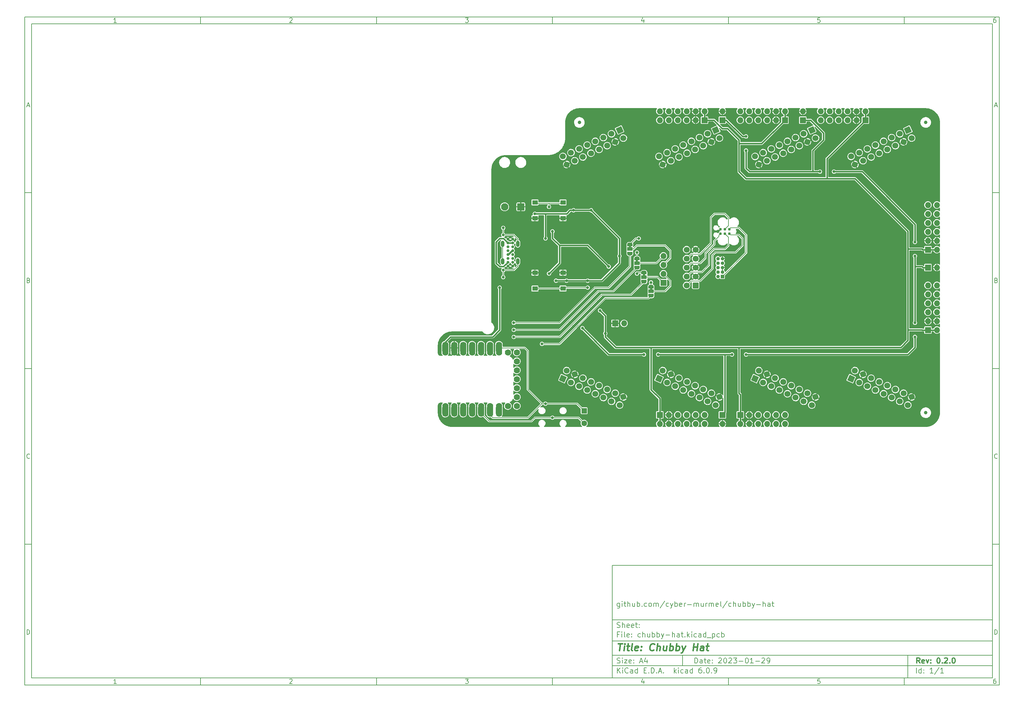
<source format=gbr>
%TF.GenerationSoftware,KiCad,Pcbnew,6.0.9*%
%TF.CreationDate,2023-01-30T01:56:59+01:00*%
%TF.ProjectId,chubby-hat,63687562-6279-42d6-9861-742e6b696361,0.2.0*%
%TF.SameCoordinates,Original*%
%TF.FileFunction,Copper,L1,Top*%
%TF.FilePolarity,Positive*%
%FSLAX46Y46*%
G04 Gerber Fmt 4.6, Leading zero omitted, Abs format (unit mm)*
G04 Created by KiCad (PCBNEW 6.0.9) date 2023-01-30 01:56:59*
%MOMM*%
%LPD*%
G01*
G04 APERTURE LIST*
G04 Aperture macros list*
%AMRoundRect*
0 Rectangle with rounded corners*
0 $1 Rounding radius*
0 $2 $3 $4 $5 $6 $7 $8 $9 X,Y pos of 4 corners*
0 Add a 4 corners polygon primitive as box body*
4,1,4,$2,$3,$4,$5,$6,$7,$8,$9,$2,$3,0*
0 Add four circle primitives for the rounded corners*
1,1,$1+$1,$2,$3*
1,1,$1+$1,$4,$5*
1,1,$1+$1,$6,$7*
1,1,$1+$1,$8,$9*
0 Add four rect primitives between the rounded corners*
20,1,$1+$1,$2,$3,$4,$5,0*
20,1,$1+$1,$4,$5,$6,$7,0*
20,1,$1+$1,$6,$7,$8,$9,0*
20,1,$1+$1,$8,$9,$2,$3,0*%
%AMHorizOval*
0 Thick line with rounded ends*
0 $1 width*
0 $2 $3 position (X,Y) of the first rounded end (center of the circle)*
0 $4 $5 position (X,Y) of the second rounded end (center of the circle)*
0 Add line between two ends*
20,1,$1,$2,$3,$4,$5,0*
0 Add two circle primitives to create the rounded ends*
1,1,$1,$2,$3*
1,1,$1,$4,$5*%
%AMRotRect*
0 Rectangle, with rotation*
0 The origin of the aperture is its center*
0 $1 length*
0 $2 width*
0 $3 Rotation angle, in degrees counterclockwise*
0 Add horizontal line*
21,1,$1,$2,0,0,$3*%
%AMFreePoly0*
4,1,22,0.550000,-0.750000,0.000000,-0.750000,0.000000,-0.745033,-0.079941,-0.743568,-0.215256,-0.701293,-0.333266,-0.622738,-0.424486,-0.514219,-0.481581,-0.384460,-0.499164,-0.250000,-0.500000,-0.250000,-0.500000,0.250000,-0.499164,0.250000,-0.499963,0.256109,-0.478152,0.396186,-0.417904,0.524511,-0.324060,0.630769,-0.204165,0.706417,-0.067858,0.745374,0.000000,0.744959,0.000000,0.750000,
0.550000,0.750000,0.550000,-0.750000,0.550000,-0.750000,$1*%
%AMFreePoly1*
4,1,20,0.000000,0.744959,0.073905,0.744508,0.209726,0.703889,0.328688,0.626782,0.421226,0.519385,0.479903,0.390333,0.500000,0.250000,0.500000,-0.250000,0.499851,-0.262216,0.476331,-0.402017,0.414519,-0.529596,0.319384,-0.634700,0.198574,-0.708877,0.061801,-0.746166,0.000000,-0.745033,0.000000,-0.750000,-0.550000,-0.750000,-0.550000,0.750000,0.000000,0.750000,0.000000,0.744959,
0.000000,0.744959,$1*%
G04 Aperture macros list end*
%ADD10C,0.100000*%
%ADD11C,0.150000*%
%ADD12C,0.300000*%
%ADD13C,0.400000*%
%TA.AperFunction,SMDPad,CuDef*%
%ADD14FreePoly0,270.000000*%
%TD*%
%TA.AperFunction,SMDPad,CuDef*%
%ADD15R,1.500000X1.000000*%
%TD*%
%TA.AperFunction,SMDPad,CuDef*%
%ADD16FreePoly1,270.000000*%
%TD*%
%TA.AperFunction,SMDPad,CuDef*%
%ADD17C,1.000000*%
%TD*%
%TA.AperFunction,ComponentPad*%
%ADD18C,0.800000*%
%TD*%
%TA.AperFunction,ComponentPad*%
%ADD19O,1.000000X1.800000*%
%TD*%
%TA.AperFunction,ComponentPad*%
%ADD20R,1.700000X1.700000*%
%TD*%
%TA.AperFunction,ComponentPad*%
%ADD21O,1.700000X1.700000*%
%TD*%
%TA.AperFunction,SMDPad,CuDef*%
%ADD22O,1.778000X3.556000*%
%TD*%
%TA.AperFunction,ComponentPad*%
%ADD23C,1.778000*%
%TD*%
%TA.AperFunction,ComponentPad*%
%ADD24RoundRect,0.250001X0.799999X0.799999X-0.799999X0.799999X-0.799999X-0.799999X0.799999X-0.799999X0*%
%TD*%
%TA.AperFunction,ComponentPad*%
%ADD25C,2.100000*%
%TD*%
%TA.AperFunction,ConnectorPad*%
%ADD26C,0.787400*%
%TD*%
%TA.AperFunction,ComponentPad*%
%ADD27RoundRect,0.250000X-0.550000X0.550000X-0.550000X-0.550000X0.550000X-0.550000X0.550000X0.550000X0*%
%TD*%
%TA.AperFunction,ComponentPad*%
%ADD28C,1.600000*%
%TD*%
%TA.AperFunction,SMDPad,CuDef*%
%ADD29R,1.550000X1.300000*%
%TD*%
%TA.AperFunction,ComponentPad*%
%ADD30RoundRect,0.250000X0.600000X0.600000X-0.600000X0.600000X-0.600000X-0.600000X0.600000X-0.600000X0*%
%TD*%
%TA.AperFunction,ComponentPad*%
%ADD31C,1.700000*%
%TD*%
%TA.AperFunction,ComponentPad*%
%ADD32R,1.000000X1.000000*%
%TD*%
%TA.AperFunction,ComponentPad*%
%ADD33O,1.000000X1.000000*%
%TD*%
%TA.AperFunction,ComponentPad*%
%ADD34RotRect,1.700000X1.700000X245.000000*%
%TD*%
%TA.AperFunction,ComponentPad*%
%ADD35HorizOval,1.700000X0.000000X0.000000X0.000000X0.000000X0*%
%TD*%
%TA.AperFunction,ComponentPad*%
%ADD36RotRect,1.700000X1.700000X115.000000*%
%TD*%
%TA.AperFunction,ComponentPad*%
%ADD37HorizOval,1.700000X0.000000X0.000000X0.000000X0.000000X0*%
%TD*%
%TA.AperFunction,ViaPad*%
%ADD38C,0.800000*%
%TD*%
%TA.AperFunction,Conductor*%
%ADD39C,0.400000*%
%TD*%
%TA.AperFunction,Conductor*%
%ADD40C,0.200000*%
%TD*%
%TA.AperFunction,Conductor*%
%ADD41C,0.160000*%
%TD*%
%TA.AperFunction,Conductor*%
%ADD42C,0.600000*%
%TD*%
G04 APERTURE END LIST*
D10*
D11*
X177002200Y-166007200D02*
X177002200Y-198007200D01*
X285002200Y-198007200D01*
X285002200Y-166007200D01*
X177002200Y-166007200D01*
D10*
D11*
X10000000Y-10000000D02*
X10000000Y-200007200D01*
X287002200Y-200007200D01*
X287002200Y-10000000D01*
X10000000Y-10000000D01*
D10*
D11*
X12000000Y-12000000D02*
X12000000Y-198007200D01*
X285002200Y-198007200D01*
X285002200Y-12000000D01*
X12000000Y-12000000D01*
D10*
D11*
X60000000Y-12000000D02*
X60000000Y-10000000D01*
D10*
D11*
X110000000Y-12000000D02*
X110000000Y-10000000D01*
D10*
D11*
X160000000Y-12000000D02*
X160000000Y-10000000D01*
D10*
D11*
X210000000Y-12000000D02*
X210000000Y-10000000D01*
D10*
D11*
X260000000Y-12000000D02*
X260000000Y-10000000D01*
D10*
D11*
X36065476Y-11588095D02*
X35322619Y-11588095D01*
X35694047Y-11588095D02*
X35694047Y-10288095D01*
X35570238Y-10473809D01*
X35446428Y-10597619D01*
X35322619Y-10659523D01*
D10*
D11*
X85322619Y-10411904D02*
X85384523Y-10350000D01*
X85508333Y-10288095D01*
X85817857Y-10288095D01*
X85941666Y-10350000D01*
X86003571Y-10411904D01*
X86065476Y-10535714D01*
X86065476Y-10659523D01*
X86003571Y-10845238D01*
X85260714Y-11588095D01*
X86065476Y-11588095D01*
D10*
D11*
X135260714Y-10288095D02*
X136065476Y-10288095D01*
X135632142Y-10783333D01*
X135817857Y-10783333D01*
X135941666Y-10845238D01*
X136003571Y-10907142D01*
X136065476Y-11030952D01*
X136065476Y-11340476D01*
X136003571Y-11464285D01*
X135941666Y-11526190D01*
X135817857Y-11588095D01*
X135446428Y-11588095D01*
X135322619Y-11526190D01*
X135260714Y-11464285D01*
D10*
D11*
X185941666Y-10721428D02*
X185941666Y-11588095D01*
X185632142Y-10226190D02*
X185322619Y-11154761D01*
X186127380Y-11154761D01*
D10*
D11*
X236003571Y-10288095D02*
X235384523Y-10288095D01*
X235322619Y-10907142D01*
X235384523Y-10845238D01*
X235508333Y-10783333D01*
X235817857Y-10783333D01*
X235941666Y-10845238D01*
X236003571Y-10907142D01*
X236065476Y-11030952D01*
X236065476Y-11340476D01*
X236003571Y-11464285D01*
X235941666Y-11526190D01*
X235817857Y-11588095D01*
X235508333Y-11588095D01*
X235384523Y-11526190D01*
X235322619Y-11464285D01*
D10*
D11*
X285941666Y-10288095D02*
X285694047Y-10288095D01*
X285570238Y-10350000D01*
X285508333Y-10411904D01*
X285384523Y-10597619D01*
X285322619Y-10845238D01*
X285322619Y-11340476D01*
X285384523Y-11464285D01*
X285446428Y-11526190D01*
X285570238Y-11588095D01*
X285817857Y-11588095D01*
X285941666Y-11526190D01*
X286003571Y-11464285D01*
X286065476Y-11340476D01*
X286065476Y-11030952D01*
X286003571Y-10907142D01*
X285941666Y-10845238D01*
X285817857Y-10783333D01*
X285570238Y-10783333D01*
X285446428Y-10845238D01*
X285384523Y-10907142D01*
X285322619Y-11030952D01*
D10*
D11*
X60000000Y-198007200D02*
X60000000Y-200007200D01*
D10*
D11*
X110000000Y-198007200D02*
X110000000Y-200007200D01*
D10*
D11*
X160000000Y-198007200D02*
X160000000Y-200007200D01*
D10*
D11*
X210000000Y-198007200D02*
X210000000Y-200007200D01*
D10*
D11*
X260000000Y-198007200D02*
X260000000Y-200007200D01*
D10*
D11*
X36065476Y-199595295D02*
X35322619Y-199595295D01*
X35694047Y-199595295D02*
X35694047Y-198295295D01*
X35570238Y-198481009D01*
X35446428Y-198604819D01*
X35322619Y-198666723D01*
D10*
D11*
X85322619Y-198419104D02*
X85384523Y-198357200D01*
X85508333Y-198295295D01*
X85817857Y-198295295D01*
X85941666Y-198357200D01*
X86003571Y-198419104D01*
X86065476Y-198542914D01*
X86065476Y-198666723D01*
X86003571Y-198852438D01*
X85260714Y-199595295D01*
X86065476Y-199595295D01*
D10*
D11*
X135260714Y-198295295D02*
X136065476Y-198295295D01*
X135632142Y-198790533D01*
X135817857Y-198790533D01*
X135941666Y-198852438D01*
X136003571Y-198914342D01*
X136065476Y-199038152D01*
X136065476Y-199347676D01*
X136003571Y-199471485D01*
X135941666Y-199533390D01*
X135817857Y-199595295D01*
X135446428Y-199595295D01*
X135322619Y-199533390D01*
X135260714Y-199471485D01*
D10*
D11*
X185941666Y-198728628D02*
X185941666Y-199595295D01*
X185632142Y-198233390D02*
X185322619Y-199161961D01*
X186127380Y-199161961D01*
D10*
D11*
X236003571Y-198295295D02*
X235384523Y-198295295D01*
X235322619Y-198914342D01*
X235384523Y-198852438D01*
X235508333Y-198790533D01*
X235817857Y-198790533D01*
X235941666Y-198852438D01*
X236003571Y-198914342D01*
X236065476Y-199038152D01*
X236065476Y-199347676D01*
X236003571Y-199471485D01*
X235941666Y-199533390D01*
X235817857Y-199595295D01*
X235508333Y-199595295D01*
X235384523Y-199533390D01*
X235322619Y-199471485D01*
D10*
D11*
X285941666Y-198295295D02*
X285694047Y-198295295D01*
X285570238Y-198357200D01*
X285508333Y-198419104D01*
X285384523Y-198604819D01*
X285322619Y-198852438D01*
X285322619Y-199347676D01*
X285384523Y-199471485D01*
X285446428Y-199533390D01*
X285570238Y-199595295D01*
X285817857Y-199595295D01*
X285941666Y-199533390D01*
X286003571Y-199471485D01*
X286065476Y-199347676D01*
X286065476Y-199038152D01*
X286003571Y-198914342D01*
X285941666Y-198852438D01*
X285817857Y-198790533D01*
X285570238Y-198790533D01*
X285446428Y-198852438D01*
X285384523Y-198914342D01*
X285322619Y-199038152D01*
D10*
D11*
X10000000Y-60000000D02*
X12000000Y-60000000D01*
D10*
D11*
X10000000Y-110000000D02*
X12000000Y-110000000D01*
D10*
D11*
X10000000Y-160000000D02*
X12000000Y-160000000D01*
D10*
D11*
X10690476Y-35216666D02*
X11309523Y-35216666D01*
X10566666Y-35588095D02*
X11000000Y-34288095D01*
X11433333Y-35588095D01*
D10*
D11*
X11092857Y-84907142D02*
X11278571Y-84969047D01*
X11340476Y-85030952D01*
X11402380Y-85154761D01*
X11402380Y-85340476D01*
X11340476Y-85464285D01*
X11278571Y-85526190D01*
X11154761Y-85588095D01*
X10659523Y-85588095D01*
X10659523Y-84288095D01*
X11092857Y-84288095D01*
X11216666Y-84350000D01*
X11278571Y-84411904D01*
X11340476Y-84535714D01*
X11340476Y-84659523D01*
X11278571Y-84783333D01*
X11216666Y-84845238D01*
X11092857Y-84907142D01*
X10659523Y-84907142D01*
D10*
D11*
X11402380Y-135464285D02*
X11340476Y-135526190D01*
X11154761Y-135588095D01*
X11030952Y-135588095D01*
X10845238Y-135526190D01*
X10721428Y-135402380D01*
X10659523Y-135278571D01*
X10597619Y-135030952D01*
X10597619Y-134845238D01*
X10659523Y-134597619D01*
X10721428Y-134473809D01*
X10845238Y-134350000D01*
X11030952Y-134288095D01*
X11154761Y-134288095D01*
X11340476Y-134350000D01*
X11402380Y-134411904D01*
D10*
D11*
X10659523Y-185588095D02*
X10659523Y-184288095D01*
X10969047Y-184288095D01*
X11154761Y-184350000D01*
X11278571Y-184473809D01*
X11340476Y-184597619D01*
X11402380Y-184845238D01*
X11402380Y-185030952D01*
X11340476Y-185278571D01*
X11278571Y-185402380D01*
X11154761Y-185526190D01*
X10969047Y-185588095D01*
X10659523Y-185588095D01*
D10*
D11*
X287002200Y-60000000D02*
X285002200Y-60000000D01*
D10*
D11*
X287002200Y-110000000D02*
X285002200Y-110000000D01*
D10*
D11*
X287002200Y-160000000D02*
X285002200Y-160000000D01*
D10*
D11*
X285692676Y-35216666D02*
X286311723Y-35216666D01*
X285568866Y-35588095D02*
X286002200Y-34288095D01*
X286435533Y-35588095D01*
D10*
D11*
X286095057Y-84907142D02*
X286280771Y-84969047D01*
X286342676Y-85030952D01*
X286404580Y-85154761D01*
X286404580Y-85340476D01*
X286342676Y-85464285D01*
X286280771Y-85526190D01*
X286156961Y-85588095D01*
X285661723Y-85588095D01*
X285661723Y-84288095D01*
X286095057Y-84288095D01*
X286218866Y-84350000D01*
X286280771Y-84411904D01*
X286342676Y-84535714D01*
X286342676Y-84659523D01*
X286280771Y-84783333D01*
X286218866Y-84845238D01*
X286095057Y-84907142D01*
X285661723Y-84907142D01*
D10*
D11*
X286404580Y-135464285D02*
X286342676Y-135526190D01*
X286156961Y-135588095D01*
X286033152Y-135588095D01*
X285847438Y-135526190D01*
X285723628Y-135402380D01*
X285661723Y-135278571D01*
X285599819Y-135030952D01*
X285599819Y-134845238D01*
X285661723Y-134597619D01*
X285723628Y-134473809D01*
X285847438Y-134350000D01*
X286033152Y-134288095D01*
X286156961Y-134288095D01*
X286342676Y-134350000D01*
X286404580Y-134411904D01*
D10*
D11*
X285661723Y-185588095D02*
X285661723Y-184288095D01*
X285971247Y-184288095D01*
X286156961Y-184350000D01*
X286280771Y-184473809D01*
X286342676Y-184597619D01*
X286404580Y-184845238D01*
X286404580Y-185030952D01*
X286342676Y-185278571D01*
X286280771Y-185402380D01*
X286156961Y-185526190D01*
X285971247Y-185588095D01*
X285661723Y-185588095D01*
D10*
D11*
X200434342Y-193785771D02*
X200434342Y-192285771D01*
X200791485Y-192285771D01*
X201005771Y-192357200D01*
X201148628Y-192500057D01*
X201220057Y-192642914D01*
X201291485Y-192928628D01*
X201291485Y-193142914D01*
X201220057Y-193428628D01*
X201148628Y-193571485D01*
X201005771Y-193714342D01*
X200791485Y-193785771D01*
X200434342Y-193785771D01*
X202577200Y-193785771D02*
X202577200Y-193000057D01*
X202505771Y-192857200D01*
X202362914Y-192785771D01*
X202077200Y-192785771D01*
X201934342Y-192857200D01*
X202577200Y-193714342D02*
X202434342Y-193785771D01*
X202077200Y-193785771D01*
X201934342Y-193714342D01*
X201862914Y-193571485D01*
X201862914Y-193428628D01*
X201934342Y-193285771D01*
X202077200Y-193214342D01*
X202434342Y-193214342D01*
X202577200Y-193142914D01*
X203077200Y-192785771D02*
X203648628Y-192785771D01*
X203291485Y-192285771D02*
X203291485Y-193571485D01*
X203362914Y-193714342D01*
X203505771Y-193785771D01*
X203648628Y-193785771D01*
X204720057Y-193714342D02*
X204577200Y-193785771D01*
X204291485Y-193785771D01*
X204148628Y-193714342D01*
X204077200Y-193571485D01*
X204077200Y-193000057D01*
X204148628Y-192857200D01*
X204291485Y-192785771D01*
X204577200Y-192785771D01*
X204720057Y-192857200D01*
X204791485Y-193000057D01*
X204791485Y-193142914D01*
X204077200Y-193285771D01*
X205434342Y-193642914D02*
X205505771Y-193714342D01*
X205434342Y-193785771D01*
X205362914Y-193714342D01*
X205434342Y-193642914D01*
X205434342Y-193785771D01*
X205434342Y-192857200D02*
X205505771Y-192928628D01*
X205434342Y-193000057D01*
X205362914Y-192928628D01*
X205434342Y-192857200D01*
X205434342Y-193000057D01*
X207220057Y-192428628D02*
X207291485Y-192357200D01*
X207434342Y-192285771D01*
X207791485Y-192285771D01*
X207934342Y-192357200D01*
X208005771Y-192428628D01*
X208077200Y-192571485D01*
X208077200Y-192714342D01*
X208005771Y-192928628D01*
X207148628Y-193785771D01*
X208077200Y-193785771D01*
X209005771Y-192285771D02*
X209148628Y-192285771D01*
X209291485Y-192357200D01*
X209362914Y-192428628D01*
X209434342Y-192571485D01*
X209505771Y-192857200D01*
X209505771Y-193214342D01*
X209434342Y-193500057D01*
X209362914Y-193642914D01*
X209291485Y-193714342D01*
X209148628Y-193785771D01*
X209005771Y-193785771D01*
X208862914Y-193714342D01*
X208791485Y-193642914D01*
X208720057Y-193500057D01*
X208648628Y-193214342D01*
X208648628Y-192857200D01*
X208720057Y-192571485D01*
X208791485Y-192428628D01*
X208862914Y-192357200D01*
X209005771Y-192285771D01*
X210077200Y-192428628D02*
X210148628Y-192357200D01*
X210291485Y-192285771D01*
X210648628Y-192285771D01*
X210791485Y-192357200D01*
X210862914Y-192428628D01*
X210934342Y-192571485D01*
X210934342Y-192714342D01*
X210862914Y-192928628D01*
X210005771Y-193785771D01*
X210934342Y-193785771D01*
X211434342Y-192285771D02*
X212362914Y-192285771D01*
X211862914Y-192857200D01*
X212077200Y-192857200D01*
X212220057Y-192928628D01*
X212291485Y-193000057D01*
X212362914Y-193142914D01*
X212362914Y-193500057D01*
X212291485Y-193642914D01*
X212220057Y-193714342D01*
X212077200Y-193785771D01*
X211648628Y-193785771D01*
X211505771Y-193714342D01*
X211434342Y-193642914D01*
X213005771Y-193214342D02*
X214148628Y-193214342D01*
X215148628Y-192285771D02*
X215291485Y-192285771D01*
X215434342Y-192357200D01*
X215505771Y-192428628D01*
X215577200Y-192571485D01*
X215648628Y-192857200D01*
X215648628Y-193214342D01*
X215577200Y-193500057D01*
X215505771Y-193642914D01*
X215434342Y-193714342D01*
X215291485Y-193785771D01*
X215148628Y-193785771D01*
X215005771Y-193714342D01*
X214934342Y-193642914D01*
X214862914Y-193500057D01*
X214791485Y-193214342D01*
X214791485Y-192857200D01*
X214862914Y-192571485D01*
X214934342Y-192428628D01*
X215005771Y-192357200D01*
X215148628Y-192285771D01*
X217077200Y-193785771D02*
X216220057Y-193785771D01*
X216648628Y-193785771D02*
X216648628Y-192285771D01*
X216505771Y-192500057D01*
X216362914Y-192642914D01*
X216220057Y-192714342D01*
X217720057Y-193214342D02*
X218862914Y-193214342D01*
X219505771Y-192428628D02*
X219577200Y-192357200D01*
X219720057Y-192285771D01*
X220077200Y-192285771D01*
X220220057Y-192357200D01*
X220291485Y-192428628D01*
X220362914Y-192571485D01*
X220362914Y-192714342D01*
X220291485Y-192928628D01*
X219434342Y-193785771D01*
X220362914Y-193785771D01*
X221077200Y-193785771D02*
X221362914Y-193785771D01*
X221505771Y-193714342D01*
X221577200Y-193642914D01*
X221720057Y-193428628D01*
X221791485Y-193142914D01*
X221791485Y-192571485D01*
X221720057Y-192428628D01*
X221648628Y-192357200D01*
X221505771Y-192285771D01*
X221220057Y-192285771D01*
X221077200Y-192357200D01*
X221005771Y-192428628D01*
X220934342Y-192571485D01*
X220934342Y-192928628D01*
X221005771Y-193071485D01*
X221077200Y-193142914D01*
X221220057Y-193214342D01*
X221505771Y-193214342D01*
X221648628Y-193142914D01*
X221720057Y-193071485D01*
X221791485Y-192928628D01*
D10*
D11*
X177002200Y-194507200D02*
X285002200Y-194507200D01*
D10*
D11*
X178434342Y-196585771D02*
X178434342Y-195085771D01*
X179291485Y-196585771D02*
X178648628Y-195728628D01*
X179291485Y-195085771D02*
X178434342Y-195942914D01*
X179934342Y-196585771D02*
X179934342Y-195585771D01*
X179934342Y-195085771D02*
X179862914Y-195157200D01*
X179934342Y-195228628D01*
X180005771Y-195157200D01*
X179934342Y-195085771D01*
X179934342Y-195228628D01*
X181505771Y-196442914D02*
X181434342Y-196514342D01*
X181220057Y-196585771D01*
X181077200Y-196585771D01*
X180862914Y-196514342D01*
X180720057Y-196371485D01*
X180648628Y-196228628D01*
X180577200Y-195942914D01*
X180577200Y-195728628D01*
X180648628Y-195442914D01*
X180720057Y-195300057D01*
X180862914Y-195157200D01*
X181077200Y-195085771D01*
X181220057Y-195085771D01*
X181434342Y-195157200D01*
X181505771Y-195228628D01*
X182791485Y-196585771D02*
X182791485Y-195800057D01*
X182720057Y-195657200D01*
X182577200Y-195585771D01*
X182291485Y-195585771D01*
X182148628Y-195657200D01*
X182791485Y-196514342D02*
X182648628Y-196585771D01*
X182291485Y-196585771D01*
X182148628Y-196514342D01*
X182077200Y-196371485D01*
X182077200Y-196228628D01*
X182148628Y-196085771D01*
X182291485Y-196014342D01*
X182648628Y-196014342D01*
X182791485Y-195942914D01*
X184148628Y-196585771D02*
X184148628Y-195085771D01*
X184148628Y-196514342D02*
X184005771Y-196585771D01*
X183720057Y-196585771D01*
X183577200Y-196514342D01*
X183505771Y-196442914D01*
X183434342Y-196300057D01*
X183434342Y-195871485D01*
X183505771Y-195728628D01*
X183577200Y-195657200D01*
X183720057Y-195585771D01*
X184005771Y-195585771D01*
X184148628Y-195657200D01*
X186005771Y-195800057D02*
X186505771Y-195800057D01*
X186720057Y-196585771D02*
X186005771Y-196585771D01*
X186005771Y-195085771D01*
X186720057Y-195085771D01*
X187362914Y-196442914D02*
X187434342Y-196514342D01*
X187362914Y-196585771D01*
X187291485Y-196514342D01*
X187362914Y-196442914D01*
X187362914Y-196585771D01*
X188077200Y-196585771D02*
X188077200Y-195085771D01*
X188434342Y-195085771D01*
X188648628Y-195157200D01*
X188791485Y-195300057D01*
X188862914Y-195442914D01*
X188934342Y-195728628D01*
X188934342Y-195942914D01*
X188862914Y-196228628D01*
X188791485Y-196371485D01*
X188648628Y-196514342D01*
X188434342Y-196585771D01*
X188077200Y-196585771D01*
X189577200Y-196442914D02*
X189648628Y-196514342D01*
X189577200Y-196585771D01*
X189505771Y-196514342D01*
X189577200Y-196442914D01*
X189577200Y-196585771D01*
X190220057Y-196157200D02*
X190934342Y-196157200D01*
X190077200Y-196585771D02*
X190577200Y-195085771D01*
X191077200Y-196585771D01*
X191577200Y-196442914D02*
X191648628Y-196514342D01*
X191577200Y-196585771D01*
X191505771Y-196514342D01*
X191577200Y-196442914D01*
X191577200Y-196585771D01*
X194577200Y-196585771D02*
X194577200Y-195085771D01*
X194720057Y-196014342D02*
X195148628Y-196585771D01*
X195148628Y-195585771D02*
X194577200Y-196157200D01*
X195791485Y-196585771D02*
X195791485Y-195585771D01*
X195791485Y-195085771D02*
X195720057Y-195157200D01*
X195791485Y-195228628D01*
X195862914Y-195157200D01*
X195791485Y-195085771D01*
X195791485Y-195228628D01*
X197148628Y-196514342D02*
X197005771Y-196585771D01*
X196720057Y-196585771D01*
X196577200Y-196514342D01*
X196505771Y-196442914D01*
X196434342Y-196300057D01*
X196434342Y-195871485D01*
X196505771Y-195728628D01*
X196577200Y-195657200D01*
X196720057Y-195585771D01*
X197005771Y-195585771D01*
X197148628Y-195657200D01*
X198434342Y-196585771D02*
X198434342Y-195800057D01*
X198362914Y-195657200D01*
X198220057Y-195585771D01*
X197934342Y-195585771D01*
X197791485Y-195657200D01*
X198434342Y-196514342D02*
X198291485Y-196585771D01*
X197934342Y-196585771D01*
X197791485Y-196514342D01*
X197720057Y-196371485D01*
X197720057Y-196228628D01*
X197791485Y-196085771D01*
X197934342Y-196014342D01*
X198291485Y-196014342D01*
X198434342Y-195942914D01*
X199791485Y-196585771D02*
X199791485Y-195085771D01*
X199791485Y-196514342D02*
X199648628Y-196585771D01*
X199362914Y-196585771D01*
X199220057Y-196514342D01*
X199148628Y-196442914D01*
X199077200Y-196300057D01*
X199077200Y-195871485D01*
X199148628Y-195728628D01*
X199220057Y-195657200D01*
X199362914Y-195585771D01*
X199648628Y-195585771D01*
X199791485Y-195657200D01*
X202291485Y-195085771D02*
X202005771Y-195085771D01*
X201862914Y-195157200D01*
X201791485Y-195228628D01*
X201648628Y-195442914D01*
X201577200Y-195728628D01*
X201577200Y-196300057D01*
X201648628Y-196442914D01*
X201720057Y-196514342D01*
X201862914Y-196585771D01*
X202148628Y-196585771D01*
X202291485Y-196514342D01*
X202362914Y-196442914D01*
X202434342Y-196300057D01*
X202434342Y-195942914D01*
X202362914Y-195800057D01*
X202291485Y-195728628D01*
X202148628Y-195657200D01*
X201862914Y-195657200D01*
X201720057Y-195728628D01*
X201648628Y-195800057D01*
X201577200Y-195942914D01*
X203077200Y-196442914D02*
X203148628Y-196514342D01*
X203077200Y-196585771D01*
X203005771Y-196514342D01*
X203077200Y-196442914D01*
X203077200Y-196585771D01*
X204077200Y-195085771D02*
X204220057Y-195085771D01*
X204362914Y-195157200D01*
X204434342Y-195228628D01*
X204505771Y-195371485D01*
X204577200Y-195657200D01*
X204577200Y-196014342D01*
X204505771Y-196300057D01*
X204434342Y-196442914D01*
X204362914Y-196514342D01*
X204220057Y-196585771D01*
X204077200Y-196585771D01*
X203934342Y-196514342D01*
X203862914Y-196442914D01*
X203791485Y-196300057D01*
X203720057Y-196014342D01*
X203720057Y-195657200D01*
X203791485Y-195371485D01*
X203862914Y-195228628D01*
X203934342Y-195157200D01*
X204077200Y-195085771D01*
X205220057Y-196442914D02*
X205291485Y-196514342D01*
X205220057Y-196585771D01*
X205148628Y-196514342D01*
X205220057Y-196442914D01*
X205220057Y-196585771D01*
X206005771Y-196585771D02*
X206291485Y-196585771D01*
X206434342Y-196514342D01*
X206505771Y-196442914D01*
X206648628Y-196228628D01*
X206720057Y-195942914D01*
X206720057Y-195371485D01*
X206648628Y-195228628D01*
X206577200Y-195157200D01*
X206434342Y-195085771D01*
X206148628Y-195085771D01*
X206005771Y-195157200D01*
X205934342Y-195228628D01*
X205862914Y-195371485D01*
X205862914Y-195728628D01*
X205934342Y-195871485D01*
X206005771Y-195942914D01*
X206148628Y-196014342D01*
X206434342Y-196014342D01*
X206577200Y-195942914D01*
X206648628Y-195871485D01*
X206720057Y-195728628D01*
D10*
D11*
X177002200Y-191507200D02*
X285002200Y-191507200D01*
D10*
D12*
X264411485Y-193785771D02*
X263911485Y-193071485D01*
X263554342Y-193785771D02*
X263554342Y-192285771D01*
X264125771Y-192285771D01*
X264268628Y-192357200D01*
X264340057Y-192428628D01*
X264411485Y-192571485D01*
X264411485Y-192785771D01*
X264340057Y-192928628D01*
X264268628Y-193000057D01*
X264125771Y-193071485D01*
X263554342Y-193071485D01*
X265625771Y-193714342D02*
X265482914Y-193785771D01*
X265197200Y-193785771D01*
X265054342Y-193714342D01*
X264982914Y-193571485D01*
X264982914Y-193000057D01*
X265054342Y-192857200D01*
X265197200Y-192785771D01*
X265482914Y-192785771D01*
X265625771Y-192857200D01*
X265697200Y-193000057D01*
X265697200Y-193142914D01*
X264982914Y-193285771D01*
X266197200Y-192785771D02*
X266554342Y-193785771D01*
X266911485Y-192785771D01*
X267482914Y-193642914D02*
X267554342Y-193714342D01*
X267482914Y-193785771D01*
X267411485Y-193714342D01*
X267482914Y-193642914D01*
X267482914Y-193785771D01*
X267482914Y-192857200D02*
X267554342Y-192928628D01*
X267482914Y-193000057D01*
X267411485Y-192928628D01*
X267482914Y-192857200D01*
X267482914Y-193000057D01*
X269625771Y-192285771D02*
X269768628Y-192285771D01*
X269911485Y-192357200D01*
X269982914Y-192428628D01*
X270054342Y-192571485D01*
X270125771Y-192857200D01*
X270125771Y-193214342D01*
X270054342Y-193500057D01*
X269982914Y-193642914D01*
X269911485Y-193714342D01*
X269768628Y-193785771D01*
X269625771Y-193785771D01*
X269482914Y-193714342D01*
X269411485Y-193642914D01*
X269340057Y-193500057D01*
X269268628Y-193214342D01*
X269268628Y-192857200D01*
X269340057Y-192571485D01*
X269411485Y-192428628D01*
X269482914Y-192357200D01*
X269625771Y-192285771D01*
X270768628Y-193642914D02*
X270840057Y-193714342D01*
X270768628Y-193785771D01*
X270697200Y-193714342D01*
X270768628Y-193642914D01*
X270768628Y-193785771D01*
X271411485Y-192428628D02*
X271482914Y-192357200D01*
X271625771Y-192285771D01*
X271982914Y-192285771D01*
X272125771Y-192357200D01*
X272197200Y-192428628D01*
X272268628Y-192571485D01*
X272268628Y-192714342D01*
X272197200Y-192928628D01*
X271340057Y-193785771D01*
X272268628Y-193785771D01*
X272911485Y-193642914D02*
X272982914Y-193714342D01*
X272911485Y-193785771D01*
X272840057Y-193714342D01*
X272911485Y-193642914D01*
X272911485Y-193785771D01*
X273911485Y-192285771D02*
X274054342Y-192285771D01*
X274197200Y-192357200D01*
X274268628Y-192428628D01*
X274340057Y-192571485D01*
X274411485Y-192857200D01*
X274411485Y-193214342D01*
X274340057Y-193500057D01*
X274268628Y-193642914D01*
X274197200Y-193714342D01*
X274054342Y-193785771D01*
X273911485Y-193785771D01*
X273768628Y-193714342D01*
X273697200Y-193642914D01*
X273625771Y-193500057D01*
X273554342Y-193214342D01*
X273554342Y-192857200D01*
X273625771Y-192571485D01*
X273697200Y-192428628D01*
X273768628Y-192357200D01*
X273911485Y-192285771D01*
D10*
D11*
X178362914Y-193714342D02*
X178577200Y-193785771D01*
X178934342Y-193785771D01*
X179077200Y-193714342D01*
X179148628Y-193642914D01*
X179220057Y-193500057D01*
X179220057Y-193357200D01*
X179148628Y-193214342D01*
X179077200Y-193142914D01*
X178934342Y-193071485D01*
X178648628Y-193000057D01*
X178505771Y-192928628D01*
X178434342Y-192857200D01*
X178362914Y-192714342D01*
X178362914Y-192571485D01*
X178434342Y-192428628D01*
X178505771Y-192357200D01*
X178648628Y-192285771D01*
X179005771Y-192285771D01*
X179220057Y-192357200D01*
X179862914Y-193785771D02*
X179862914Y-192785771D01*
X179862914Y-192285771D02*
X179791485Y-192357200D01*
X179862914Y-192428628D01*
X179934342Y-192357200D01*
X179862914Y-192285771D01*
X179862914Y-192428628D01*
X180434342Y-192785771D02*
X181220057Y-192785771D01*
X180434342Y-193785771D01*
X181220057Y-193785771D01*
X182362914Y-193714342D02*
X182220057Y-193785771D01*
X181934342Y-193785771D01*
X181791485Y-193714342D01*
X181720057Y-193571485D01*
X181720057Y-193000057D01*
X181791485Y-192857200D01*
X181934342Y-192785771D01*
X182220057Y-192785771D01*
X182362914Y-192857200D01*
X182434342Y-193000057D01*
X182434342Y-193142914D01*
X181720057Y-193285771D01*
X183077200Y-193642914D02*
X183148628Y-193714342D01*
X183077200Y-193785771D01*
X183005771Y-193714342D01*
X183077200Y-193642914D01*
X183077200Y-193785771D01*
X183077200Y-192857200D02*
X183148628Y-192928628D01*
X183077200Y-193000057D01*
X183005771Y-192928628D01*
X183077200Y-192857200D01*
X183077200Y-193000057D01*
X184862914Y-193357200D02*
X185577200Y-193357200D01*
X184720057Y-193785771D02*
X185220057Y-192285771D01*
X185720057Y-193785771D01*
X186862914Y-192785771D02*
X186862914Y-193785771D01*
X186505771Y-192214342D02*
X186148628Y-193285771D01*
X187077200Y-193285771D01*
D10*
D11*
X263434342Y-196585771D02*
X263434342Y-195085771D01*
X264791485Y-196585771D02*
X264791485Y-195085771D01*
X264791485Y-196514342D02*
X264648628Y-196585771D01*
X264362914Y-196585771D01*
X264220057Y-196514342D01*
X264148628Y-196442914D01*
X264077200Y-196300057D01*
X264077200Y-195871485D01*
X264148628Y-195728628D01*
X264220057Y-195657200D01*
X264362914Y-195585771D01*
X264648628Y-195585771D01*
X264791485Y-195657200D01*
X265505771Y-196442914D02*
X265577200Y-196514342D01*
X265505771Y-196585771D01*
X265434342Y-196514342D01*
X265505771Y-196442914D01*
X265505771Y-196585771D01*
X265505771Y-195657200D02*
X265577200Y-195728628D01*
X265505771Y-195800057D01*
X265434342Y-195728628D01*
X265505771Y-195657200D01*
X265505771Y-195800057D01*
X268148628Y-196585771D02*
X267291485Y-196585771D01*
X267720057Y-196585771D02*
X267720057Y-195085771D01*
X267577200Y-195300057D01*
X267434342Y-195442914D01*
X267291485Y-195514342D01*
X269862914Y-195014342D02*
X268577200Y-196942914D01*
X271148628Y-196585771D02*
X270291485Y-196585771D01*
X270720057Y-196585771D02*
X270720057Y-195085771D01*
X270577200Y-195300057D01*
X270434342Y-195442914D01*
X270291485Y-195514342D01*
D10*
D11*
X177002200Y-187507200D02*
X285002200Y-187507200D01*
D10*
D13*
X178714580Y-188211961D02*
X179857438Y-188211961D01*
X179036009Y-190211961D02*
X179286009Y-188211961D01*
X180274104Y-190211961D02*
X180440771Y-188878628D01*
X180524104Y-188211961D02*
X180416961Y-188307200D01*
X180500295Y-188402438D01*
X180607438Y-188307200D01*
X180524104Y-188211961D01*
X180500295Y-188402438D01*
X181107438Y-188878628D02*
X181869342Y-188878628D01*
X181476485Y-188211961D02*
X181262200Y-189926247D01*
X181333628Y-190116723D01*
X181512200Y-190211961D01*
X181702676Y-190211961D01*
X182655057Y-190211961D02*
X182476485Y-190116723D01*
X182405057Y-189926247D01*
X182619342Y-188211961D01*
X184190771Y-190116723D02*
X183988390Y-190211961D01*
X183607438Y-190211961D01*
X183428866Y-190116723D01*
X183357438Y-189926247D01*
X183452676Y-189164342D01*
X183571723Y-188973866D01*
X183774104Y-188878628D01*
X184155057Y-188878628D01*
X184333628Y-188973866D01*
X184405057Y-189164342D01*
X184381247Y-189354819D01*
X183405057Y-189545295D01*
X185155057Y-190021485D02*
X185238390Y-190116723D01*
X185131247Y-190211961D01*
X185047914Y-190116723D01*
X185155057Y-190021485D01*
X185131247Y-190211961D01*
X185286009Y-188973866D02*
X185369342Y-189069104D01*
X185262200Y-189164342D01*
X185178866Y-189069104D01*
X185286009Y-188973866D01*
X185262200Y-189164342D01*
X188774104Y-190021485D02*
X188666961Y-190116723D01*
X188369342Y-190211961D01*
X188178866Y-190211961D01*
X187905057Y-190116723D01*
X187738390Y-189926247D01*
X187666961Y-189735771D01*
X187619342Y-189354819D01*
X187655057Y-189069104D01*
X187797914Y-188688152D01*
X187916961Y-188497676D01*
X188131247Y-188307200D01*
X188428866Y-188211961D01*
X188619342Y-188211961D01*
X188893152Y-188307200D01*
X188976485Y-188402438D01*
X189607438Y-190211961D02*
X189857438Y-188211961D01*
X190464580Y-190211961D02*
X190595533Y-189164342D01*
X190524104Y-188973866D01*
X190345533Y-188878628D01*
X190059819Y-188878628D01*
X189857438Y-188973866D01*
X189750295Y-189069104D01*
X192440771Y-188878628D02*
X192274104Y-190211961D01*
X191583628Y-188878628D02*
X191452676Y-189926247D01*
X191524104Y-190116723D01*
X191702676Y-190211961D01*
X191988390Y-190211961D01*
X192190771Y-190116723D01*
X192297914Y-190021485D01*
X193226485Y-190211961D02*
X193476485Y-188211961D01*
X193381247Y-188973866D02*
X193583628Y-188878628D01*
X193964580Y-188878628D01*
X194143152Y-188973866D01*
X194226485Y-189069104D01*
X194297914Y-189259580D01*
X194226485Y-189831009D01*
X194107438Y-190021485D01*
X194000295Y-190116723D01*
X193797914Y-190211961D01*
X193416961Y-190211961D01*
X193238390Y-190116723D01*
X195036009Y-190211961D02*
X195286009Y-188211961D01*
X195190771Y-188973866D02*
X195393152Y-188878628D01*
X195774104Y-188878628D01*
X195952676Y-188973866D01*
X196036009Y-189069104D01*
X196107438Y-189259580D01*
X196036009Y-189831009D01*
X195916961Y-190021485D01*
X195809819Y-190116723D01*
X195607438Y-190211961D01*
X195226485Y-190211961D01*
X195047914Y-190116723D01*
X196821723Y-188878628D02*
X197131247Y-190211961D01*
X197774104Y-188878628D02*
X197131247Y-190211961D01*
X196881247Y-190688152D01*
X196774104Y-190783390D01*
X196571723Y-190878628D01*
X199893152Y-190211961D02*
X200143152Y-188211961D01*
X200024104Y-189164342D02*
X201166961Y-189164342D01*
X201036009Y-190211961D02*
X201286009Y-188211961D01*
X202845533Y-190211961D02*
X202976485Y-189164342D01*
X202905057Y-188973866D01*
X202726485Y-188878628D01*
X202345533Y-188878628D01*
X202143152Y-188973866D01*
X202857438Y-190116723D02*
X202655057Y-190211961D01*
X202178866Y-190211961D01*
X202000295Y-190116723D01*
X201928866Y-189926247D01*
X201952676Y-189735771D01*
X202071723Y-189545295D01*
X202274104Y-189450057D01*
X202750295Y-189450057D01*
X202952676Y-189354819D01*
X203678866Y-188878628D02*
X204440771Y-188878628D01*
X204047914Y-188211961D02*
X203833628Y-189926247D01*
X203905057Y-190116723D01*
X204083628Y-190211961D01*
X204274104Y-190211961D01*
D10*
D11*
X178934342Y-185600057D02*
X178434342Y-185600057D01*
X178434342Y-186385771D02*
X178434342Y-184885771D01*
X179148628Y-184885771D01*
X179720057Y-186385771D02*
X179720057Y-185385771D01*
X179720057Y-184885771D02*
X179648628Y-184957200D01*
X179720057Y-185028628D01*
X179791485Y-184957200D01*
X179720057Y-184885771D01*
X179720057Y-185028628D01*
X180648628Y-186385771D02*
X180505771Y-186314342D01*
X180434342Y-186171485D01*
X180434342Y-184885771D01*
X181791485Y-186314342D02*
X181648628Y-186385771D01*
X181362914Y-186385771D01*
X181220057Y-186314342D01*
X181148628Y-186171485D01*
X181148628Y-185600057D01*
X181220057Y-185457200D01*
X181362914Y-185385771D01*
X181648628Y-185385771D01*
X181791485Y-185457200D01*
X181862914Y-185600057D01*
X181862914Y-185742914D01*
X181148628Y-185885771D01*
X182505771Y-186242914D02*
X182577200Y-186314342D01*
X182505771Y-186385771D01*
X182434342Y-186314342D01*
X182505771Y-186242914D01*
X182505771Y-186385771D01*
X182505771Y-185457200D02*
X182577200Y-185528628D01*
X182505771Y-185600057D01*
X182434342Y-185528628D01*
X182505771Y-185457200D01*
X182505771Y-185600057D01*
X185005771Y-186314342D02*
X184862914Y-186385771D01*
X184577200Y-186385771D01*
X184434342Y-186314342D01*
X184362914Y-186242914D01*
X184291485Y-186100057D01*
X184291485Y-185671485D01*
X184362914Y-185528628D01*
X184434342Y-185457200D01*
X184577200Y-185385771D01*
X184862914Y-185385771D01*
X185005771Y-185457200D01*
X185648628Y-186385771D02*
X185648628Y-184885771D01*
X186291485Y-186385771D02*
X186291485Y-185600057D01*
X186220057Y-185457200D01*
X186077200Y-185385771D01*
X185862914Y-185385771D01*
X185720057Y-185457200D01*
X185648628Y-185528628D01*
X187648628Y-185385771D02*
X187648628Y-186385771D01*
X187005771Y-185385771D02*
X187005771Y-186171485D01*
X187077200Y-186314342D01*
X187220057Y-186385771D01*
X187434342Y-186385771D01*
X187577200Y-186314342D01*
X187648628Y-186242914D01*
X188362914Y-186385771D02*
X188362914Y-184885771D01*
X188362914Y-185457200D02*
X188505771Y-185385771D01*
X188791485Y-185385771D01*
X188934342Y-185457200D01*
X189005771Y-185528628D01*
X189077200Y-185671485D01*
X189077200Y-186100057D01*
X189005771Y-186242914D01*
X188934342Y-186314342D01*
X188791485Y-186385771D01*
X188505771Y-186385771D01*
X188362914Y-186314342D01*
X189720057Y-186385771D02*
X189720057Y-184885771D01*
X189720057Y-185457200D02*
X189862914Y-185385771D01*
X190148628Y-185385771D01*
X190291485Y-185457200D01*
X190362914Y-185528628D01*
X190434342Y-185671485D01*
X190434342Y-186100057D01*
X190362914Y-186242914D01*
X190291485Y-186314342D01*
X190148628Y-186385771D01*
X189862914Y-186385771D01*
X189720057Y-186314342D01*
X190934342Y-185385771D02*
X191291485Y-186385771D01*
X191648628Y-185385771D02*
X191291485Y-186385771D01*
X191148628Y-186742914D01*
X191077200Y-186814342D01*
X190934342Y-186885771D01*
X192220057Y-185814342D02*
X193362914Y-185814342D01*
X194077200Y-186385771D02*
X194077200Y-184885771D01*
X194720057Y-186385771D02*
X194720057Y-185600057D01*
X194648628Y-185457200D01*
X194505771Y-185385771D01*
X194291485Y-185385771D01*
X194148628Y-185457200D01*
X194077200Y-185528628D01*
X196077200Y-186385771D02*
X196077200Y-185600057D01*
X196005771Y-185457200D01*
X195862914Y-185385771D01*
X195577200Y-185385771D01*
X195434342Y-185457200D01*
X196077200Y-186314342D02*
X195934342Y-186385771D01*
X195577200Y-186385771D01*
X195434342Y-186314342D01*
X195362914Y-186171485D01*
X195362914Y-186028628D01*
X195434342Y-185885771D01*
X195577200Y-185814342D01*
X195934342Y-185814342D01*
X196077200Y-185742914D01*
X196577200Y-185385771D02*
X197148628Y-185385771D01*
X196791485Y-184885771D02*
X196791485Y-186171485D01*
X196862914Y-186314342D01*
X197005771Y-186385771D01*
X197148628Y-186385771D01*
X197648628Y-186242914D02*
X197720057Y-186314342D01*
X197648628Y-186385771D01*
X197577200Y-186314342D01*
X197648628Y-186242914D01*
X197648628Y-186385771D01*
X198362914Y-186385771D02*
X198362914Y-184885771D01*
X198505771Y-185814342D02*
X198934342Y-186385771D01*
X198934342Y-185385771D02*
X198362914Y-185957200D01*
X199577200Y-186385771D02*
X199577200Y-185385771D01*
X199577200Y-184885771D02*
X199505771Y-184957200D01*
X199577200Y-185028628D01*
X199648628Y-184957200D01*
X199577200Y-184885771D01*
X199577200Y-185028628D01*
X200934342Y-186314342D02*
X200791485Y-186385771D01*
X200505771Y-186385771D01*
X200362914Y-186314342D01*
X200291485Y-186242914D01*
X200220057Y-186100057D01*
X200220057Y-185671485D01*
X200291485Y-185528628D01*
X200362914Y-185457200D01*
X200505771Y-185385771D01*
X200791485Y-185385771D01*
X200934342Y-185457200D01*
X202220057Y-186385771D02*
X202220057Y-185600057D01*
X202148628Y-185457200D01*
X202005771Y-185385771D01*
X201720057Y-185385771D01*
X201577200Y-185457200D01*
X202220057Y-186314342D02*
X202077200Y-186385771D01*
X201720057Y-186385771D01*
X201577200Y-186314342D01*
X201505771Y-186171485D01*
X201505771Y-186028628D01*
X201577200Y-185885771D01*
X201720057Y-185814342D01*
X202077200Y-185814342D01*
X202220057Y-185742914D01*
X203577200Y-186385771D02*
X203577200Y-184885771D01*
X203577200Y-186314342D02*
X203434342Y-186385771D01*
X203148628Y-186385771D01*
X203005771Y-186314342D01*
X202934342Y-186242914D01*
X202862914Y-186100057D01*
X202862914Y-185671485D01*
X202934342Y-185528628D01*
X203005771Y-185457200D01*
X203148628Y-185385771D01*
X203434342Y-185385771D01*
X203577200Y-185457200D01*
X203934342Y-186528628D02*
X205077200Y-186528628D01*
X205434342Y-185385771D02*
X205434342Y-186885771D01*
X205434342Y-185457200D02*
X205577200Y-185385771D01*
X205862914Y-185385771D01*
X206005771Y-185457200D01*
X206077200Y-185528628D01*
X206148628Y-185671485D01*
X206148628Y-186100057D01*
X206077200Y-186242914D01*
X206005771Y-186314342D01*
X205862914Y-186385771D01*
X205577200Y-186385771D01*
X205434342Y-186314342D01*
X207434342Y-186314342D02*
X207291485Y-186385771D01*
X207005771Y-186385771D01*
X206862914Y-186314342D01*
X206791485Y-186242914D01*
X206720057Y-186100057D01*
X206720057Y-185671485D01*
X206791485Y-185528628D01*
X206862914Y-185457200D01*
X207005771Y-185385771D01*
X207291485Y-185385771D01*
X207434342Y-185457200D01*
X208077200Y-186385771D02*
X208077200Y-184885771D01*
X208077200Y-185457200D02*
X208220057Y-185385771D01*
X208505771Y-185385771D01*
X208648628Y-185457200D01*
X208720057Y-185528628D01*
X208791485Y-185671485D01*
X208791485Y-186100057D01*
X208720057Y-186242914D01*
X208648628Y-186314342D01*
X208505771Y-186385771D01*
X208220057Y-186385771D01*
X208077200Y-186314342D01*
D10*
D11*
X177002200Y-181507200D02*
X285002200Y-181507200D01*
D10*
D11*
X178362914Y-183614342D02*
X178577200Y-183685771D01*
X178934342Y-183685771D01*
X179077200Y-183614342D01*
X179148628Y-183542914D01*
X179220057Y-183400057D01*
X179220057Y-183257200D01*
X179148628Y-183114342D01*
X179077200Y-183042914D01*
X178934342Y-182971485D01*
X178648628Y-182900057D01*
X178505771Y-182828628D01*
X178434342Y-182757200D01*
X178362914Y-182614342D01*
X178362914Y-182471485D01*
X178434342Y-182328628D01*
X178505771Y-182257200D01*
X178648628Y-182185771D01*
X179005771Y-182185771D01*
X179220057Y-182257200D01*
X179862914Y-183685771D02*
X179862914Y-182185771D01*
X180505771Y-183685771D02*
X180505771Y-182900057D01*
X180434342Y-182757200D01*
X180291485Y-182685771D01*
X180077200Y-182685771D01*
X179934342Y-182757200D01*
X179862914Y-182828628D01*
X181791485Y-183614342D02*
X181648628Y-183685771D01*
X181362914Y-183685771D01*
X181220057Y-183614342D01*
X181148628Y-183471485D01*
X181148628Y-182900057D01*
X181220057Y-182757200D01*
X181362914Y-182685771D01*
X181648628Y-182685771D01*
X181791485Y-182757200D01*
X181862914Y-182900057D01*
X181862914Y-183042914D01*
X181148628Y-183185771D01*
X183077200Y-183614342D02*
X182934342Y-183685771D01*
X182648628Y-183685771D01*
X182505771Y-183614342D01*
X182434342Y-183471485D01*
X182434342Y-182900057D01*
X182505771Y-182757200D01*
X182648628Y-182685771D01*
X182934342Y-182685771D01*
X183077200Y-182757200D01*
X183148628Y-182900057D01*
X183148628Y-183042914D01*
X182434342Y-183185771D01*
X183577200Y-182685771D02*
X184148628Y-182685771D01*
X183791485Y-182185771D02*
X183791485Y-183471485D01*
X183862914Y-183614342D01*
X184005771Y-183685771D01*
X184148628Y-183685771D01*
X184648628Y-183542914D02*
X184720057Y-183614342D01*
X184648628Y-183685771D01*
X184577200Y-183614342D01*
X184648628Y-183542914D01*
X184648628Y-183685771D01*
X184648628Y-182757200D02*
X184720057Y-182828628D01*
X184648628Y-182900057D01*
X184577200Y-182828628D01*
X184648628Y-182757200D01*
X184648628Y-182900057D01*
D10*
D12*
D10*
D11*
X179077200Y-176685771D02*
X179077200Y-177900057D01*
X179005771Y-178042914D01*
X178934342Y-178114342D01*
X178791485Y-178185771D01*
X178577200Y-178185771D01*
X178434342Y-178114342D01*
X179077200Y-177614342D02*
X178934342Y-177685771D01*
X178648628Y-177685771D01*
X178505771Y-177614342D01*
X178434342Y-177542914D01*
X178362914Y-177400057D01*
X178362914Y-176971485D01*
X178434342Y-176828628D01*
X178505771Y-176757200D01*
X178648628Y-176685771D01*
X178934342Y-176685771D01*
X179077200Y-176757200D01*
X179791485Y-177685771D02*
X179791485Y-176685771D01*
X179791485Y-176185771D02*
X179720057Y-176257200D01*
X179791485Y-176328628D01*
X179862914Y-176257200D01*
X179791485Y-176185771D01*
X179791485Y-176328628D01*
X180291485Y-176685771D02*
X180862914Y-176685771D01*
X180505771Y-176185771D02*
X180505771Y-177471485D01*
X180577200Y-177614342D01*
X180720057Y-177685771D01*
X180862914Y-177685771D01*
X181362914Y-177685771D02*
X181362914Y-176185771D01*
X182005771Y-177685771D02*
X182005771Y-176900057D01*
X181934342Y-176757200D01*
X181791485Y-176685771D01*
X181577200Y-176685771D01*
X181434342Y-176757200D01*
X181362914Y-176828628D01*
X183362914Y-176685771D02*
X183362914Y-177685771D01*
X182720057Y-176685771D02*
X182720057Y-177471485D01*
X182791485Y-177614342D01*
X182934342Y-177685771D01*
X183148628Y-177685771D01*
X183291485Y-177614342D01*
X183362914Y-177542914D01*
X184077200Y-177685771D02*
X184077200Y-176185771D01*
X184077200Y-176757200D02*
X184220057Y-176685771D01*
X184505771Y-176685771D01*
X184648628Y-176757200D01*
X184720057Y-176828628D01*
X184791485Y-176971485D01*
X184791485Y-177400057D01*
X184720057Y-177542914D01*
X184648628Y-177614342D01*
X184505771Y-177685771D01*
X184220057Y-177685771D01*
X184077200Y-177614342D01*
X185434342Y-177542914D02*
X185505771Y-177614342D01*
X185434342Y-177685771D01*
X185362914Y-177614342D01*
X185434342Y-177542914D01*
X185434342Y-177685771D01*
X186791485Y-177614342D02*
X186648628Y-177685771D01*
X186362914Y-177685771D01*
X186220057Y-177614342D01*
X186148628Y-177542914D01*
X186077200Y-177400057D01*
X186077200Y-176971485D01*
X186148628Y-176828628D01*
X186220057Y-176757200D01*
X186362914Y-176685771D01*
X186648628Y-176685771D01*
X186791485Y-176757200D01*
X187648628Y-177685771D02*
X187505771Y-177614342D01*
X187434342Y-177542914D01*
X187362914Y-177400057D01*
X187362914Y-176971485D01*
X187434342Y-176828628D01*
X187505771Y-176757200D01*
X187648628Y-176685771D01*
X187862914Y-176685771D01*
X188005771Y-176757200D01*
X188077200Y-176828628D01*
X188148628Y-176971485D01*
X188148628Y-177400057D01*
X188077200Y-177542914D01*
X188005771Y-177614342D01*
X187862914Y-177685771D01*
X187648628Y-177685771D01*
X188791485Y-177685771D02*
X188791485Y-176685771D01*
X188791485Y-176828628D02*
X188862914Y-176757200D01*
X189005771Y-176685771D01*
X189220057Y-176685771D01*
X189362914Y-176757200D01*
X189434342Y-176900057D01*
X189434342Y-177685771D01*
X189434342Y-176900057D02*
X189505771Y-176757200D01*
X189648628Y-176685771D01*
X189862914Y-176685771D01*
X190005771Y-176757200D01*
X190077200Y-176900057D01*
X190077200Y-177685771D01*
X191862914Y-176114342D02*
X190577200Y-178042914D01*
X193005771Y-177614342D02*
X192862914Y-177685771D01*
X192577200Y-177685771D01*
X192434342Y-177614342D01*
X192362914Y-177542914D01*
X192291485Y-177400057D01*
X192291485Y-176971485D01*
X192362914Y-176828628D01*
X192434342Y-176757200D01*
X192577200Y-176685771D01*
X192862914Y-176685771D01*
X193005771Y-176757200D01*
X193505771Y-176685771D02*
X193862914Y-177685771D01*
X194220057Y-176685771D02*
X193862914Y-177685771D01*
X193720057Y-178042914D01*
X193648628Y-178114342D01*
X193505771Y-178185771D01*
X194791485Y-177685771D02*
X194791485Y-176185771D01*
X194791485Y-176757200D02*
X194934342Y-176685771D01*
X195220057Y-176685771D01*
X195362914Y-176757200D01*
X195434342Y-176828628D01*
X195505771Y-176971485D01*
X195505771Y-177400057D01*
X195434342Y-177542914D01*
X195362914Y-177614342D01*
X195220057Y-177685771D01*
X194934342Y-177685771D01*
X194791485Y-177614342D01*
X196720057Y-177614342D02*
X196577200Y-177685771D01*
X196291485Y-177685771D01*
X196148628Y-177614342D01*
X196077200Y-177471485D01*
X196077200Y-176900057D01*
X196148628Y-176757200D01*
X196291485Y-176685771D01*
X196577200Y-176685771D01*
X196720057Y-176757200D01*
X196791485Y-176900057D01*
X196791485Y-177042914D01*
X196077200Y-177185771D01*
X197434342Y-177685771D02*
X197434342Y-176685771D01*
X197434342Y-176971485D02*
X197505771Y-176828628D01*
X197577200Y-176757200D01*
X197720057Y-176685771D01*
X197862914Y-176685771D01*
X198362914Y-177114342D02*
X199505771Y-177114342D01*
X200220057Y-177685771D02*
X200220057Y-176685771D01*
X200220057Y-176828628D02*
X200291485Y-176757200D01*
X200434342Y-176685771D01*
X200648628Y-176685771D01*
X200791485Y-176757200D01*
X200862914Y-176900057D01*
X200862914Y-177685771D01*
X200862914Y-176900057D02*
X200934342Y-176757200D01*
X201077200Y-176685771D01*
X201291485Y-176685771D01*
X201434342Y-176757200D01*
X201505771Y-176900057D01*
X201505771Y-177685771D01*
X202862914Y-176685771D02*
X202862914Y-177685771D01*
X202220057Y-176685771D02*
X202220057Y-177471485D01*
X202291485Y-177614342D01*
X202434342Y-177685771D01*
X202648628Y-177685771D01*
X202791485Y-177614342D01*
X202862914Y-177542914D01*
X203577200Y-177685771D02*
X203577200Y-176685771D01*
X203577200Y-176971485D02*
X203648628Y-176828628D01*
X203720057Y-176757200D01*
X203862914Y-176685771D01*
X204005771Y-176685771D01*
X204505771Y-177685771D02*
X204505771Y-176685771D01*
X204505771Y-176828628D02*
X204577200Y-176757200D01*
X204720057Y-176685771D01*
X204934342Y-176685771D01*
X205077200Y-176757200D01*
X205148628Y-176900057D01*
X205148628Y-177685771D01*
X205148628Y-176900057D02*
X205220057Y-176757200D01*
X205362914Y-176685771D01*
X205577200Y-176685771D01*
X205720057Y-176757200D01*
X205791485Y-176900057D01*
X205791485Y-177685771D01*
X207077200Y-177614342D02*
X206934342Y-177685771D01*
X206648628Y-177685771D01*
X206505771Y-177614342D01*
X206434342Y-177471485D01*
X206434342Y-176900057D01*
X206505771Y-176757200D01*
X206648628Y-176685771D01*
X206934342Y-176685771D01*
X207077200Y-176757200D01*
X207148628Y-176900057D01*
X207148628Y-177042914D01*
X206434342Y-177185771D01*
X208005771Y-177685771D02*
X207862914Y-177614342D01*
X207791485Y-177471485D01*
X207791485Y-176185771D01*
X209648628Y-176114342D02*
X208362914Y-178042914D01*
X210791485Y-177614342D02*
X210648628Y-177685771D01*
X210362914Y-177685771D01*
X210220057Y-177614342D01*
X210148628Y-177542914D01*
X210077200Y-177400057D01*
X210077200Y-176971485D01*
X210148628Y-176828628D01*
X210220057Y-176757200D01*
X210362914Y-176685771D01*
X210648628Y-176685771D01*
X210791485Y-176757200D01*
X211434342Y-177685771D02*
X211434342Y-176185771D01*
X212077200Y-177685771D02*
X212077200Y-176900057D01*
X212005771Y-176757200D01*
X211862914Y-176685771D01*
X211648628Y-176685771D01*
X211505771Y-176757200D01*
X211434342Y-176828628D01*
X213434342Y-176685771D02*
X213434342Y-177685771D01*
X212791485Y-176685771D02*
X212791485Y-177471485D01*
X212862914Y-177614342D01*
X213005771Y-177685771D01*
X213220057Y-177685771D01*
X213362914Y-177614342D01*
X213434342Y-177542914D01*
X214148628Y-177685771D02*
X214148628Y-176185771D01*
X214148628Y-176757200D02*
X214291485Y-176685771D01*
X214577200Y-176685771D01*
X214720057Y-176757200D01*
X214791485Y-176828628D01*
X214862914Y-176971485D01*
X214862914Y-177400057D01*
X214791485Y-177542914D01*
X214720057Y-177614342D01*
X214577200Y-177685771D01*
X214291485Y-177685771D01*
X214148628Y-177614342D01*
X215505771Y-177685771D02*
X215505771Y-176185771D01*
X215505771Y-176757200D02*
X215648628Y-176685771D01*
X215934342Y-176685771D01*
X216077200Y-176757200D01*
X216148628Y-176828628D01*
X216220057Y-176971485D01*
X216220057Y-177400057D01*
X216148628Y-177542914D01*
X216077200Y-177614342D01*
X215934342Y-177685771D01*
X215648628Y-177685771D01*
X215505771Y-177614342D01*
X216720057Y-176685771D02*
X217077200Y-177685771D01*
X217434342Y-176685771D02*
X217077200Y-177685771D01*
X216934342Y-178042914D01*
X216862914Y-178114342D01*
X216720057Y-178185771D01*
X218005771Y-177114342D02*
X219148628Y-177114342D01*
X219862914Y-177685771D02*
X219862914Y-176185771D01*
X220505771Y-177685771D02*
X220505771Y-176900057D01*
X220434342Y-176757200D01*
X220291485Y-176685771D01*
X220077200Y-176685771D01*
X219934342Y-176757200D01*
X219862914Y-176828628D01*
X221862914Y-177685771D02*
X221862914Y-176900057D01*
X221791485Y-176757200D01*
X221648628Y-176685771D01*
X221362914Y-176685771D01*
X221220057Y-176757200D01*
X221862914Y-177614342D02*
X221720057Y-177685771D01*
X221362914Y-177685771D01*
X221220057Y-177614342D01*
X221148628Y-177471485D01*
X221148628Y-177328628D01*
X221220057Y-177185771D01*
X221362914Y-177114342D01*
X221720057Y-177114342D01*
X221862914Y-177042914D01*
X222362914Y-176685771D02*
X222934342Y-176685771D01*
X222577200Y-176185771D02*
X222577200Y-177471485D01*
X222648628Y-177614342D01*
X222791485Y-177685771D01*
X222934342Y-177685771D01*
D10*
D11*
D10*
D11*
D10*
D11*
D10*
D11*
X197002200Y-191507200D02*
X197002200Y-194507200D01*
D10*
D11*
X261002200Y-191507200D02*
X261002200Y-198007200D01*
%TO.C,JP4*%
G36*
X188300000Y-87600000D02*
G01*
X187700000Y-87600000D01*
X187700000Y-87100000D01*
X188300000Y-87100000D01*
X188300000Y-87600000D01*
G37*
%TO.C,JP3*%
G36*
X186300000Y-83600000D02*
G01*
X185700000Y-83600000D01*
X185700000Y-83100000D01*
X186300000Y-83100000D01*
X186300000Y-83600000D01*
G37*
%TO.C,JP2*%
G36*
X184300000Y-79600000D02*
G01*
X183700000Y-79600000D01*
X183700000Y-79100000D01*
X184300000Y-79100000D01*
X184300000Y-79600000D01*
G37*
%TO.C,JP1*%
G36*
X182300000Y-75600000D02*
G01*
X181700000Y-75600000D01*
X181700000Y-75100000D01*
X182300000Y-75100000D01*
X182300000Y-75600000D01*
G37*
%TD*%
D14*
%TO.P,JP4,1,A*%
%TO.N,/RP2040/GPIO0*%
X188000000Y-86700000D03*
D15*
%TO.P,JP4,2,C*%
%TO.N,/JTAG.TMS*%
X188000000Y-88000000D03*
D16*
%TO.P,JP4,3,B*%
%TO.N,/JTAG_{DevBoard}.TMS*%
X188000000Y-89300000D03*
%TD*%
D14*
%TO.P,JP3,1,A*%
%TO.N,/RP2040/GPIO14*%
X186000000Y-82700000D03*
D15*
%TO.P,JP3,2,C*%
%TO.N,/JTAG.TCK*%
X186000000Y-84000000D03*
D16*
%TO.P,JP3,3,B*%
%TO.N,/JTAG_{DevBoard}.TCK*%
X186000000Y-85300000D03*
%TD*%
D14*
%TO.P,JP2,1,A*%
%TO.N,/RP2040/GPIO12*%
X184000000Y-78700000D03*
D15*
%TO.P,JP2,2,C*%
%TO.N,/JTAG.TDO*%
X184000000Y-80000000D03*
D16*
%TO.P,JP2,3,B*%
%TO.N,/JTAG_{DevBoard}.TDO*%
X184000000Y-81300000D03*
%TD*%
D14*
%TO.P,JP1,1,A*%
%TO.N,/RP2040/GPIO11*%
X182000000Y-74700000D03*
D15*
%TO.P,JP1,2,C*%
%TO.N,/JTAG.TDI*%
X182000000Y-76000000D03*
D16*
%TO.P,JP1,3,B*%
%TO.N,/JTAG_{DevBoard}.TDI*%
X182000000Y-77300000D03*
%TD*%
D17*
%TO.P,REF\u002A\u002A,*%
%TO.N,*%
X167640000Y-40005000D03*
X167640000Y-40005000D03*
%TD*%
%TO.P,REF\u002A\u002A,*%
%TO.N,*%
X266065000Y-122555000D03*
X266065000Y-122555000D03*
%TD*%
%TO.P,REF\u002A\u002A,*%
%TO.N,*%
X266065000Y-40005000D03*
X266065000Y-40005000D03*
%TD*%
D18*
%TO.P,J17,A1,GND*%
%TO.N,GND*%
X148675000Y-73150000D03*
%TO.P,J17,A4,VBUS*%
%TO.N,VBUS*%
X148675000Y-74250000D03*
%TO.P,J17,A5,CC1*%
%TO.N,/Type C USB 2.0/CC1*%
X148675000Y-75350000D03*
%TO.P,J17,A6,D+*%
%TO.N,/Type C USB 2.0/D+*%
X148675000Y-76450000D03*
%TO.P,J17,A7,D-*%
%TO.N,/Type C USB 2.0/D-*%
X148675000Y-77550000D03*
%TO.P,J17,A8,SBU1*%
%TO.N,unconnected-(J17-PadA8)*%
X148675000Y-78650000D03*
%TO.P,J17,A9,VBUS*%
%TO.N,VBUS*%
X148675000Y-79750000D03*
%TO.P,J17,A12,GND*%
%TO.N,GND*%
X148675000Y-80850000D03*
%TO.P,J17,B1,GND*%
X147325000Y-80850000D03*
%TO.P,J17,B4,VBUS*%
%TO.N,VBUS*%
X147325000Y-79750000D03*
%TO.P,J17,B5,CC2*%
%TO.N,/Type C USB 2.0/CC2*%
X147325000Y-78650000D03*
%TO.P,J17,B6,D+*%
%TO.N,/Type C USB 2.0/D+*%
X147325000Y-77550000D03*
%TO.P,J17,B7,D-*%
%TO.N,/Type C USB 2.0/D-*%
X147325000Y-76450000D03*
%TO.P,J17,B8,SBU2*%
%TO.N,unconnected-(J17-PadB8)*%
X147325000Y-75350000D03*
%TO.P,J17,B9,VBUS*%
%TO.N,VBUS*%
X147325000Y-74250000D03*
%TO.P,J17,B12,GND*%
%TO.N,GND*%
X147325000Y-73150000D03*
D19*
%TO.P,J17,S1,SHIELD*%
%TO.N,Earth*%
X145850000Y-74500000D03*
X150150000Y-79500000D03*
X150150000Y-74500000D03*
X145850000Y-79500000D03*
%TD*%
D20*
%TO.P,Pmod6,1,VCC*%
%TO.N,+3V3*%
X213360000Y-123190000D03*
D21*
%TO.P,Pmod6,2,VCC*%
X213360000Y-125730000D03*
%TO.P,Pmod6,3,GND*%
%TO.N,GND*%
X215900000Y-123190000D03*
%TO.P,Pmod6,4,GND*%
X215900000Y-125730000D03*
%TO.P,Pmod6,5,IO4*%
%TO.N,/Pmod6_IO4*%
X218440000Y-123190000D03*
%TO.P,Pmod6,6,IO8*%
%TO.N,/Pmod6_IO8*%
X218440000Y-125730000D03*
%TO.P,Pmod6,7,IO3*%
%TO.N,/Pmod6_IO3*%
X220980000Y-123190000D03*
%TO.P,Pmod6,8,IO7*%
%TO.N,/Pmod6_IO7*%
X220980000Y-125730000D03*
%TO.P,Pmod6,9,IO2*%
%TO.N,/Pmod6_IO2*%
X223520000Y-123190000D03*
%TO.P,Pmod6,10,IO6*%
%TO.N,/Pmod6_IO6*%
X223520000Y-125730000D03*
%TO.P,Pmod6,11,IO1*%
%TO.N,/Pmod6_IO1*%
X226060000Y-123190000D03*
%TO.P,Pmod6,12,IO5*%
%TO.N,/Pmod6_IO5*%
X226060000Y-125730000D03*
%TD*%
D20*
%TO.P,Pmod1,1,VCC*%
%TO.N,+3V3*%
X203200000Y-39370000D03*
D21*
%TO.P,Pmod1,2,VCC*%
X203200000Y-36830000D03*
%TO.P,Pmod1,3,GND*%
%TO.N,GND*%
X200660000Y-39370000D03*
%TO.P,Pmod1,4,GND*%
X200660000Y-36830000D03*
%TO.P,Pmod1,5,IO4*%
%TO.N,/Pmod4_IO4*%
X198120000Y-39370000D03*
%TO.P,Pmod1,6,IO8*%
%TO.N,/Pmod4_IO8*%
X198120000Y-36830000D03*
%TO.P,Pmod1,7,IO3*%
%TO.N,/Pmod4_IO3*%
X195580000Y-39370000D03*
%TO.P,Pmod1,8,IO7*%
%TO.N,/Pmod4_IO7*%
X195580000Y-36830000D03*
%TO.P,Pmod1,9,IO2*%
%TO.N,/Pmod4_IO2*%
X193040000Y-39370000D03*
%TO.P,Pmod1,10,IO6*%
%TO.N,/Pmod4_IO6*%
X193040000Y-36830000D03*
%TO.P,Pmod1,11,IO1*%
%TO.N,/Pmod4_IO1*%
X190500000Y-39370000D03*
%TO.P,Pmod1,12,IO5*%
%TO.N,/Pmod4_IO5*%
X190500000Y-36830000D03*
%TD*%
D22*
%TO.P,A1,1,DAC0/A0/D0*%
%TO.N,/JTAG_{DevBoard}.TMS*%
X129540000Y-121920000D03*
D23*
X129540000Y-120650000D03*
%TO.P,A1,2,A1/D1*%
%TO.N,unconnected-(A1-Pad2)*%
X132080000Y-120650000D03*
D22*
X132080000Y-121920000D03*
%TO.P,A1,3,A2/D2*%
%TO.N,unconnected-(A1-Pad3)*%
X134620000Y-121920000D03*
D23*
X134620000Y-120650000D03*
%TO.P,A1,4,A3/D3*%
%TO.N,unconnected-(A1-Pad4)*%
X137160000Y-120650000D03*
D22*
X137160000Y-121920000D03*
%TO.P,A1,5,SDA/D4*%
%TO.N,/RP2040/GPIO4*%
X139700000Y-121920000D03*
D23*
X139700000Y-120650000D03*
D22*
%TO.P,A1,6,SCL/D5*%
%TO.N,/RP2040/GPIO5*%
X142240000Y-121920000D03*
D23*
X142240000Y-120650000D03*
%TO.P,A1,7,TX/A6/D6*%
%TO.N,/RP2040/GPIO4*%
X144780000Y-120650000D03*
D22*
X144780000Y-121920000D03*
D23*
%TO.P,A1,8,RX/A7/D7*%
%TO.N,/RP2040/GPIO5*%
X144780000Y-105410000D03*
D22*
X144780000Y-104140000D03*
D23*
%TO.P,A1,9,SCK/A8/D8*%
%TO.N,/JTAG_{DevBoard}.TCK*%
X142240000Y-105410000D03*
D22*
X142240000Y-104140000D03*
%TO.P,A1,10,MISO/A9/D9*%
%TO.N,/JTAG_{DevBoard}.TDO*%
X139700000Y-104140000D03*
D23*
X139700000Y-105410000D03*
D22*
%TO.P,A1,11,MOSI/A10/D10*%
%TO.N,/JTAG_{DevBoard}.TDI*%
X137160000Y-104140000D03*
D23*
X137160000Y-105410000D03*
D22*
%TO.P,A1,12,3V3*%
%TO.N,unconnected-(A1-Pad12)*%
X134620000Y-104140000D03*
D23*
X134620000Y-105410000D03*
D22*
%TO.P,A1,13,GND*%
%TO.N,GND*%
X132080000Y-104140000D03*
D23*
X132080000Y-105410000D03*
%TO.P,A1,14,5V*%
%TO.N,+5V*%
X129540000Y-105410000D03*
D22*
X129540000Y-104140000D03*
%TD*%
D20*
%TO.P,Pmod3,1,VCC*%
%TO.N,+3V3*%
X248920000Y-39370000D03*
D21*
%TO.P,Pmod3,2,VCC*%
X248920000Y-36830000D03*
%TO.P,Pmod3,3,GND*%
%TO.N,GND*%
X246380000Y-39370000D03*
%TO.P,Pmod3,4,GND*%
X246380000Y-36830000D03*
%TO.P,Pmod3,5,IO4*%
%TO.N,/Pmod2_IO4*%
X243840000Y-39370000D03*
%TO.P,Pmod3,6,IO8*%
%TO.N,/Pmod2_IO8*%
X243840000Y-36830000D03*
%TO.P,Pmod3,7,IO3*%
%TO.N,/Pmod2_IO3*%
X241300000Y-39370000D03*
%TO.P,Pmod3,8,IO7*%
%TO.N,/Pmod2_IO7*%
X241300000Y-36830000D03*
%TO.P,Pmod3,9,IO2*%
%TO.N,/Pmod2_IO2*%
X238760000Y-39370000D03*
%TO.P,Pmod3,10,IO6*%
%TO.N,/Pmod2_IO6*%
X238760000Y-36830000D03*
%TO.P,Pmod3,11,IO1*%
%TO.N,/Pmod2_IO1*%
X236220000Y-39370000D03*
%TO.P,Pmod3,12,IO5*%
%TO.N,/Pmod2_IO5*%
X236220000Y-36830000D03*
%TD*%
D20*
%TO.P,Pmod2,1,VCC*%
%TO.N,+3V3*%
X226060000Y-39370000D03*
D21*
%TO.P,Pmod2,2,VCC*%
X226060000Y-36830000D03*
%TO.P,Pmod2,3,GND*%
%TO.N,GND*%
X223520000Y-39370000D03*
%TO.P,Pmod2,4,GND*%
X223520000Y-36830000D03*
%TO.P,Pmod2,5,IO4*%
%TO.N,/Pmod3_IO4*%
X220980000Y-39370000D03*
%TO.P,Pmod2,6,IO8*%
%TO.N,/Pmod3_IO8*%
X220980000Y-36830000D03*
%TO.P,Pmod2,7,IO3*%
%TO.N,/Pmod3_IO3*%
X218440000Y-39370000D03*
%TO.P,Pmod2,8,IO7*%
%TO.N,/Pmod3_IO7*%
X218440000Y-36830000D03*
%TO.P,Pmod2,9,IO2*%
%TO.N,/Pmod3_IO2*%
X215900000Y-39370000D03*
%TO.P,Pmod2,10,IO6*%
%TO.N,/Pmod3_IO6*%
X215900000Y-36830000D03*
%TO.P,Pmod2,11,IO1*%
%TO.N,/Pmod3_IO1*%
X213360000Y-39370000D03*
%TO.P,Pmod2,12,IO5*%
%TO.N,/Pmod3_IO5*%
X213360000Y-36830000D03*
%TD*%
D24*
%TO.P,J19,1,Pin_1*%
%TO.N,GND*%
X151000000Y-64000000D03*
D25*
%TO.P,J19,2,Pin_2*%
%TO.N,+5V*%
X146400000Y-64000000D03*
%TD*%
D26*
%TO.P,J12,1,Pin_1*%
%TO.N,VDD*%
X210270000Y-70365000D03*
%TO.P,J12,2,Pin_2*%
%TO.N,/JTAG.TMS*%
X210270000Y-71635000D03*
%TO.P,J12,3,Pin_3*%
%TO.N,/JTAG.TDI*%
X209000000Y-70365000D03*
%TO.P,J12,4,Pin_4*%
%TO.N,/JTAG.TCK*%
X209000000Y-71635000D03*
%TO.P,J12,5,Pin_5*%
%TO.N,GND*%
X207730000Y-70365000D03*
%TO.P,J12,6,Pin_6*%
%TO.N,/JTAG.TDO*%
X207730000Y-71635000D03*
%TD*%
D20*
%TO.P,J13,1,Pin_1*%
%TO.N,+5V*%
X266700000Y-81279999D03*
D21*
%TO.P,J13,2,Pin_2*%
%TO.N,GND*%
X269240000Y-81279999D03*
%TD*%
D20*
%TO.P,Pmod7,1,VCC*%
%TO.N,+3V3*%
X266700000Y-99059999D03*
D21*
%TO.P,Pmod7,2,VCC*%
X269240000Y-99059999D03*
%TO.P,Pmod7,3,GND*%
%TO.N,GND*%
X266700000Y-96519999D03*
%TO.P,Pmod7,4,GND*%
X269240000Y-96519999D03*
%TO.P,Pmod7,5,IO4*%
%TO.N,/Pmod7_IO4*%
X266700000Y-93979999D03*
%TO.P,Pmod7,6,IO8*%
%TO.N,/Pmod7_IO8*%
X269240000Y-93979999D03*
%TO.P,Pmod7,7,IO3*%
%TO.N,/Pmod7_IO3*%
X266700000Y-91439999D03*
%TO.P,Pmod7,8,IO7*%
%TO.N,/Pmod7_IO7*%
X269240000Y-91439999D03*
%TO.P,Pmod7,9,IO2*%
%TO.N,/Pmod7_IO2*%
X266700000Y-88899999D03*
%TO.P,Pmod7,10,IO6*%
%TO.N,/Pmod7_IO6*%
X269240000Y-88899999D03*
%TO.P,Pmod7,11,IO1*%
%TO.N,/Pmod7_IO1*%
X266700000Y-86359999D03*
%TO.P,Pmod7,12,IO5*%
%TO.N,/Pmod7_IO5*%
X269240000Y-86359999D03*
%TD*%
D20*
%TO.P,J15,1,Pin_1*%
%TO.N,+5V*%
X208280000Y-39370000D03*
D21*
%TO.P,J15,2,Pin_2*%
%TO.N,GND*%
X208280000Y-36830000D03*
%TD*%
D20*
%TO.P,J14,1,Pin_1*%
%TO.N,+5V*%
X231140000Y-39370000D03*
D21*
%TO.P,J14,2,Pin_2*%
%TO.N,GND*%
X231140000Y-36830000D03*
%TD*%
D27*
%TO.P,J9,1,Pin_1*%
%TO.N,/RP2040/GPIO5*%
X169000000Y-122000000D03*
D28*
%TO.P,J9,2,Pin_2*%
%TO.N,/RP2040/GPIO4*%
X169000000Y-125600000D03*
%TD*%
D29*
%TO.P,SW1,1,A*%
%TO.N,GND*%
X162975000Y-82750000D03*
X155025000Y-82750000D03*
%TO.P,SW1,2,B*%
%TO.N,/RP2040/RUN*%
X155025000Y-87250000D03*
X162975000Y-87250000D03*
%TD*%
D30*
%TO.P,J10,1,VTref*%
%TO.N,VDD*%
X200660000Y-86360000D03*
D31*
%TO.P,J10,2,SWDIO/TMS*%
%TO.N,/JTAG.TMS*%
X198120000Y-86360000D03*
%TO.P,J10,3,GND*%
%TO.N,GND*%
X200660000Y-83820000D03*
%TO.P,J10,4,SWDCLK/TCK*%
%TO.N,/JTAG.TCK*%
X198120000Y-83820000D03*
%TO.P,J10,5,GND*%
%TO.N,GND*%
X200660000Y-81280000D03*
%TO.P,J10,6,SWO/TDO*%
%TO.N,/JTAG.TDO*%
X198120000Y-81280000D03*
%TO.P,J10,7,KEY*%
%TO.N,unconnected-(J10-Pad7)*%
X200660000Y-78740000D03*
%TO.P,J10,8,NC/TDI*%
%TO.N,/JTAG.TDI*%
X198120000Y-78740000D03*
%TO.P,J10,9,GNDDetect*%
%TO.N,GND*%
X200660000Y-76200000D03*
%TO.P,J10,10,~{RESET}*%
%TO.N,unconnected-(J10-Pad10)*%
X198120000Y-76200000D03*
%TD*%
D20*
%TO.P,Pmod5,1,VCC*%
%TO.N,+3V3*%
X190500000Y-123190000D03*
D21*
%TO.P,Pmod5,2,VCC*%
X190500000Y-125730000D03*
%TO.P,Pmod5,3,GND*%
%TO.N,GND*%
X193040000Y-123190000D03*
%TO.P,Pmod5,4,GND*%
X193040000Y-125730000D03*
%TO.P,Pmod5,5,IO4*%
%TO.N,/Pmod5_IO4*%
X195580000Y-123190000D03*
%TO.P,Pmod5,6,IO8*%
%TO.N,/Pmod5_IO8*%
X195580000Y-125730000D03*
%TO.P,Pmod5,7,IO3*%
%TO.N,/Pmod5_IO3*%
X198120000Y-123190000D03*
%TO.P,Pmod5,8,IO7*%
%TO.N,/Pmod5_IO7*%
X198120000Y-125730000D03*
%TO.P,Pmod5,9,IO2*%
%TO.N,/Pmod5_IO2*%
X200660000Y-123190000D03*
%TO.P,Pmod5,10,IO6*%
%TO.N,/Pmod5_IO6*%
X200660000Y-125730000D03*
%TO.P,Pmod5,11,IO1*%
%TO.N,/Pmod5_IO1*%
X203200000Y-123190000D03*
%TO.P,Pmod5,12,IO5*%
%TO.N,/Pmod5_IO5*%
X203200000Y-125730000D03*
%TD*%
D20*
%TO.P,J16,1,Pin_1*%
%TO.N,+5V*%
X208280000Y-123190000D03*
D21*
%TO.P,J16,2,Pin_2*%
%TO.N,GND*%
X208280000Y-125730000D03*
%TD*%
D20*
%TO.P,Pmod4,1,VCC*%
%TO.N,+3V3*%
X266700000Y-76199999D03*
D21*
%TO.P,Pmod4,2,VCC*%
X269240000Y-76199999D03*
%TO.P,Pmod4,3,GND*%
%TO.N,GND*%
X266700000Y-73659999D03*
%TO.P,Pmod4,4,GND*%
X269240000Y-73659999D03*
%TO.P,Pmod4,5,IO4*%
%TO.N,/Pmod1_IO4*%
X266700000Y-71119999D03*
%TO.P,Pmod4,6,IO8*%
%TO.N,/Pmod1_IO8*%
X269240000Y-71119999D03*
%TO.P,Pmod4,7,IO3*%
%TO.N,/Pmod1_IO3*%
X266700000Y-68579999D03*
%TO.P,Pmod4,8,IO7*%
%TO.N,/Pmod1_IO7*%
X269240000Y-68579999D03*
%TO.P,Pmod4,9,IO2*%
%TO.N,/Pmod1_IO2*%
X266700000Y-66039999D03*
%TO.P,Pmod4,10,IO6*%
%TO.N,/Pmod1_IO6*%
X269240000Y-66039999D03*
%TO.P,Pmod4,11,IO1*%
%TO.N,/Pmod1_IO1*%
X266700000Y-63499999D03*
%TO.P,Pmod4,12,IO5*%
%TO.N,/Pmod1_IO5*%
X269240000Y-63499999D03*
%TD*%
D29*
%TO.P,SW2,1,A*%
%TO.N,GND*%
X155025000Y-67250000D03*
X162975000Y-67250000D03*
%TO.P,SW2,2,B*%
%TO.N,/RP2040/~{USB_BOOT}*%
X162975000Y-62750000D03*
X155025000Y-62750000D03*
%TD*%
D32*
%TO.P,J11,1,VTref*%
%TO.N,VDD*%
X208280000Y-83819999D03*
D33*
%TO.P,J11,2,SWDIO/TMS*%
%TO.N,/JTAG.TMS*%
X207010000Y-83819999D03*
%TO.P,J11,3,GND*%
%TO.N,GND*%
X208280000Y-82549999D03*
%TO.P,J11,4,SWDCLK/TCK*%
%TO.N,/JTAG.TCK*%
X207010000Y-82549999D03*
%TO.P,J11,5,GND*%
%TO.N,GND*%
X208280000Y-81279999D03*
%TO.P,J11,6,SWO/TDO*%
%TO.N,/JTAG.TDO*%
X207010000Y-81279999D03*
%TO.P,J11,7,KEY*%
%TO.N,unconnected-(J11-Pad7)*%
X208280000Y-80009999D03*
%TO.P,J11,8,NC/TDI*%
%TO.N,/JTAG.TDI*%
X207010000Y-80009999D03*
%TO.P,J11,9,GNDDetect*%
%TO.N,GND*%
X208280000Y-78739999D03*
%TO.P,J11,10,~{RESET}*%
%TO.N,unconnected-(J11-Pad10)*%
X207010000Y-78739999D03*
%TD*%
D34*
%TO.P,J6,1,Pin_1*%
%TO.N,/Pmod6_IO3*%
X190260848Y-112881847D03*
D35*
%TO.P,J6,2,Pin_2*%
%TO.N,/Pmod6_IO8*%
X191334298Y-110579825D03*
%TO.P,J6,3,Pin_3*%
%TO.N,/Pmod6_IO7*%
X192562870Y-113955297D03*
%TO.P,J6,4,Pin_4*%
%TO.N,GND*%
X193636320Y-111653276D03*
%TO.P,J6,5,Pin_5*%
%TO.N,/Pmod5_IO1*%
X194864892Y-115028748D03*
%TO.P,J6,6,Pin_6*%
%TO.N,/Pmod6_IO4*%
X195938342Y-112726726D03*
%TO.P,J6,7,Pin_7*%
%TO.N,/Pmod5_IO5*%
X197166913Y-116102198D03*
%TO.P,J6,8,Pin_8*%
%TO.N,unconnected-(J6-Pad8)*%
X198240364Y-113800176D03*
%TO.P,J6,9,Pin_9*%
%TO.N,unconnected-(J6-Pad9)*%
X199468935Y-117175649D03*
%TO.P,J6,10,Pin_10*%
%TO.N,unconnected-(J6-Pad10)*%
X200542386Y-114873627D03*
%TO.P,J6,11,Pin_11*%
%TO.N,unconnected-(J6-Pad11)*%
X201770957Y-118249099D03*
%TO.P,J6,12,Pin_12*%
%TO.N,unconnected-(J6-Pad12)*%
X202844407Y-115947077D03*
%TO.P,J6,13,Pin_13*%
%TO.N,unconnected-(J6-Pad13)*%
X204072979Y-119322549D03*
%TO.P,J6,14,Pin_14*%
%TO.N,unconnected-(J6-Pad14)*%
X205146429Y-117020528D03*
%TO.P,J6,15,Pin_15*%
%TO.N,unconnected-(J6-Pad15)*%
X206375000Y-120396000D03*
%TO.P,J6,16,Pin_16*%
%TO.N,GND*%
X207448451Y-118093978D03*
%TD*%
D34*
%TO.P,J8,1,Pin_1*%
%TO.N,/Pmod7_IO3*%
X244870848Y-112881847D03*
D35*
%TO.P,J8,2,Pin_2*%
%TO.N,/Pmod7_IO8*%
X245944298Y-110579825D03*
%TO.P,J8,3,Pin_3*%
%TO.N,/Pmod7_IO7*%
X247172870Y-113955297D03*
%TO.P,J8,4,Pin_4*%
%TO.N,GND*%
X248246320Y-111653276D03*
%TO.P,J8,5,Pin_5*%
%TO.N,/Pmod7_IO2*%
X249474892Y-115028748D03*
%TO.P,J8,6,Pin_6*%
%TO.N,/Pmod7_IO4*%
X250548342Y-112726726D03*
%TO.P,J8,7,Pin_7*%
%TO.N,/Pmod7_IO6*%
X251776913Y-116102198D03*
%TO.P,J8,8,Pin_8*%
%TO.N,unconnected-(J8-Pad8)*%
X252850364Y-113800176D03*
%TO.P,J8,9,Pin_9*%
%TO.N,unconnected-(J8-Pad9)*%
X254078935Y-117175649D03*
%TO.P,J8,10,Pin_10*%
%TO.N,unconnected-(J8-Pad10)*%
X255152386Y-114873627D03*
%TO.P,J8,11,Pin_11*%
%TO.N,unconnected-(J8-Pad11)*%
X256380957Y-118249099D03*
%TO.P,J8,12,Pin_12*%
%TO.N,unconnected-(J8-Pad12)*%
X257454407Y-115947077D03*
%TO.P,J8,13,Pin_13*%
%TO.N,unconnected-(J8-Pad13)*%
X258682979Y-119322549D03*
%TO.P,J8,14,Pin_14*%
%TO.N,unconnected-(J8-Pad14)*%
X259756429Y-117020528D03*
%TO.P,J8,15,Pin_15*%
%TO.N,unconnected-(J8-Pad15)*%
X260985000Y-120396000D03*
%TO.P,J8,16,Pin_16*%
%TO.N,GND*%
X262058451Y-118093978D03*
%TD*%
D36*
%TO.P,J2,1,Pin_1*%
%TO.N,/Pmod3_IO4*%
X233680000Y-42164000D03*
D37*
%TO.P,J2,2,Pin_2*%
%TO.N,/Pmod2_IO5*%
X234753450Y-44466022D03*
%TO.P,J2,3,Pin_3*%
%TO.N,/Pmod3_IO8*%
X231377978Y-43237450D03*
%TO.P,J2,4,Pin_4*%
%TO.N,GND*%
X232451429Y-45539472D03*
%TO.P,J2,5,Pin_5*%
%TO.N,/Pmod3_IO3*%
X229075956Y-44310901D03*
%TO.P,J2,6,Pin_6*%
%TO.N,/Pmod2_IO1*%
X230149407Y-46612923D03*
%TO.P,J2,7,Pin_7*%
%TO.N,/Pmod3_IO7*%
X226773935Y-45384351D03*
%TO.P,J2,8,Pin_8*%
%TO.N,unconnected-(J2-Pad8)*%
X227847385Y-47686373D03*
%TO.P,J2,9,Pin_9*%
%TO.N,unconnected-(J2-Pad9)*%
X224471913Y-46457802D03*
%TO.P,J2,10,Pin_10*%
%TO.N,unconnected-(J2-Pad10)*%
X225545363Y-48759823D03*
%TO.P,J2,11,Pin_11*%
%TO.N,unconnected-(J2-Pad11)*%
X222169891Y-47531252D03*
%TO.P,J2,12,Pin_12*%
%TO.N,unconnected-(J2-Pad12)*%
X223243341Y-49833274D03*
%TO.P,J2,13,Pin_13*%
%TO.N,unconnected-(J2-Pad13)*%
X219867869Y-48604702D03*
%TO.P,J2,14,Pin_14*%
%TO.N,unconnected-(J2-Pad14)*%
X220941320Y-50906724D03*
%TO.P,J2,15,Pin_15*%
%TO.N,unconnected-(J2-Pad15)*%
X217565848Y-49678153D03*
%TO.P,J2,16,Pin_16*%
%TO.N,GND*%
X218639298Y-51980174D03*
%TD*%
D36*
%TO.P,J1,1,Pin_1*%
%TO.N,/Pmod2_IO3*%
X260985000Y-42164000D03*
D37*
%TO.P,J1,2,Pin_2*%
%TO.N,/Pmod2_IO8*%
X262058450Y-44466022D03*
%TO.P,J1,3,Pin_3*%
%TO.N,/Pmod2_IO7*%
X258682978Y-43237450D03*
%TO.P,J1,4,Pin_4*%
%TO.N,GND*%
X259756429Y-45539472D03*
%TO.P,J1,5,Pin_5*%
%TO.N,/Pmod2_IO2*%
X256380956Y-44310901D03*
%TO.P,J1,6,Pin_6*%
%TO.N,/Pmod2_IO4*%
X257454407Y-46612923D03*
%TO.P,J1,7,Pin_7*%
%TO.N,/Pmod2_IO6*%
X254078935Y-45384351D03*
%TO.P,J1,8,Pin_8*%
%TO.N,/Pmod1_IO5*%
X255152385Y-47686373D03*
%TO.P,J1,9,Pin_9*%
%TO.N,/Pmod1_IO4*%
X251776913Y-46457802D03*
%TO.P,J1,10,Pin_10*%
%TO.N,/Pmod1_IO1*%
X252850363Y-48759823D03*
%TO.P,J1,11,Pin_11*%
%TO.N,/Pmod1_IO8*%
X249474891Y-47531252D03*
%TO.P,J1,12,Pin_12*%
%TO.N,/Pmod1_IO6*%
X250548341Y-49833274D03*
%TO.P,J1,13,Pin_13*%
%TO.N,/Pmod1_IO3*%
X247172869Y-48604702D03*
%TO.P,J1,14,Pin_14*%
%TO.N,/Pmod1_IO2*%
X248246320Y-50906724D03*
%TO.P,J1,15,Pin_15*%
%TO.N,/Pmod1_IO7*%
X244870848Y-49678153D03*
%TO.P,J1,16,Pin_16*%
%TO.N,GND*%
X245944298Y-51980174D03*
%TD*%
D34*
%TO.P,J5,1,Pin_1*%
%TO.N,/Pmod5_IO4*%
X162955848Y-112881847D03*
D35*
%TO.P,J5,2,Pin_2*%
%TO.N,/Pmod5_IO6*%
X164029298Y-110579825D03*
%TO.P,J5,3,Pin_3*%
%TO.N,/Pmod5_IO8*%
X165257870Y-113955297D03*
%TO.P,J5,4,Pin_4*%
%TO.N,GND*%
X166331320Y-111653276D03*
%TO.P,J5,5,Pin_5*%
%TO.N,/Pmod5_IO3*%
X167559892Y-115028748D03*
%TO.P,J5,6,Pin_6*%
%TO.N,/Pmod5_IO2*%
X168633342Y-112726726D03*
%TO.P,J5,7,Pin_7*%
%TO.N,/Pmod5_IO7*%
X169861913Y-116102198D03*
%TO.P,J5,8,Pin_8*%
%TO.N,unconnected-(J5-Pad8)*%
X170935364Y-113800176D03*
%TO.P,J5,9,Pin_9*%
%TO.N,unconnected-(J5-Pad9)*%
X172163935Y-117175649D03*
%TO.P,J5,10,Pin_10*%
%TO.N,unconnected-(J5-Pad10)*%
X173237386Y-114873627D03*
%TO.P,J5,11,Pin_11*%
%TO.N,unconnected-(J5-Pad11)*%
X174465957Y-118249099D03*
%TO.P,J5,12,Pin_12*%
%TO.N,unconnected-(J5-Pad12)*%
X175539407Y-115947077D03*
%TO.P,J5,13,Pin_13*%
%TO.N,unconnected-(J5-Pad13)*%
X176767979Y-119322549D03*
%TO.P,J5,14,Pin_14*%
%TO.N,unconnected-(J5-Pad14)*%
X177841429Y-117020528D03*
%TO.P,J5,15,Pin_15*%
%TO.N,unconnected-(J5-Pad15)*%
X179070000Y-120396000D03*
%TO.P,J5,16,Pin_16*%
%TO.N,GND*%
X180143451Y-118093978D03*
%TD*%
D34*
%TO.P,J7,1,Pin_1*%
%TO.N,/Pmod6_IO2*%
X217565848Y-112881847D03*
D35*
%TO.P,J7,2,Pin_2*%
%TO.N,/Pmod7_IO5*%
X218639298Y-110579825D03*
%TO.P,J7,3,Pin_3*%
%TO.N,/Pmod6_IO6*%
X219867870Y-113955297D03*
%TO.P,J7,4,Pin_4*%
%TO.N,GND*%
X220941320Y-111653276D03*
%TO.P,J7,5,Pin_5*%
%TO.N,/Pmod6_IO1*%
X222169892Y-115028748D03*
%TO.P,J7,6,Pin_6*%
%TO.N,/Pmod7_IO1*%
X223243342Y-112726726D03*
%TO.P,J7,7,Pin_7*%
%TO.N,/Pmod6_IO5*%
X224471913Y-116102198D03*
%TO.P,J7,8,Pin_8*%
%TO.N,unconnected-(J7-Pad8)*%
X225545364Y-113800176D03*
%TO.P,J7,9,Pin_9*%
%TO.N,unconnected-(J7-Pad9)*%
X226773935Y-117175649D03*
%TO.P,J7,10,Pin_10*%
%TO.N,unconnected-(J7-Pad10)*%
X227847386Y-114873627D03*
%TO.P,J7,11,Pin_11*%
%TO.N,unconnected-(J7-Pad11)*%
X229075957Y-118249099D03*
%TO.P,J7,12,Pin_12*%
%TO.N,unconnected-(J7-Pad12)*%
X230149407Y-115947077D03*
%TO.P,J7,13,Pin_13*%
%TO.N,unconnected-(J7-Pad13)*%
X231377979Y-119322549D03*
%TO.P,J7,14,Pin_14*%
%TO.N,unconnected-(J7-Pad14)*%
X232451429Y-117020528D03*
%TO.P,J7,15,Pin_15*%
%TO.N,unconnected-(J7-Pad15)*%
X233680000Y-120396000D03*
%TO.P,J7,16,Pin_16*%
%TO.N,GND*%
X234753451Y-118093978D03*
%TD*%
D36*
%TO.P,J4,1,Pin_1*%
%TO.N,/Pmod4_IO2*%
X179070000Y-42164000D03*
D37*
%TO.P,J4,2,Pin_2*%
%TO.N,/Pmod4_IO7*%
X180143450Y-44466022D03*
%TO.P,J4,3,Pin_3*%
%TO.N,/Pmod4_IO6*%
X176767978Y-43237450D03*
%TO.P,J4,4,Pin_4*%
%TO.N,GND*%
X177841429Y-45539472D03*
%TO.P,J4,5,Pin_5*%
%TO.N,/Pmod4_IO1*%
X174465956Y-44310901D03*
%TO.P,J4,6,Pin_6*%
%TO.N,/Pmod4_IO3*%
X175539407Y-46612923D03*
%TO.P,J4,7,Pin_7*%
%TO.N,/Pmod4_IO5*%
X172163935Y-45384351D03*
%TO.P,J4,8,Pin_8*%
%TO.N,unconnected-(J4-Pad8)*%
X173237385Y-47686373D03*
%TO.P,J4,9,Pin_9*%
%TO.N,unconnected-(J4-Pad9)*%
X169861913Y-46457802D03*
%TO.P,J4,10,Pin_10*%
%TO.N,unconnected-(J4-Pad10)*%
X170935363Y-48759823D03*
%TO.P,J4,11,Pin_11*%
%TO.N,unconnected-(J4-Pad11)*%
X167559891Y-47531252D03*
%TO.P,J4,12,Pin_12*%
%TO.N,unconnected-(J4-Pad12)*%
X168633341Y-49833274D03*
%TO.P,J4,13,Pin_13*%
%TO.N,unconnected-(J4-Pad13)*%
X165257869Y-48604702D03*
%TO.P,J4,14,Pin_14*%
%TO.N,unconnected-(J4-Pad14)*%
X166331320Y-50906724D03*
%TO.P,J4,15,Pin_15*%
%TO.N,unconnected-(J4-Pad15)*%
X162955848Y-49678153D03*
%TO.P,J4,16,Pin_16*%
%TO.N,GND*%
X164029298Y-51980174D03*
%TD*%
D23*
%TO.P,U2,1,5V*%
%TO.N,+5V*%
X129540000Y-105410000D03*
%TO.P,U2,2,GND*%
%TO.N,GND*%
X132080000Y-105410000D03*
%TO.P,U2,3,3V3*%
%TO.N,unconnected-(U2-Pad3)*%
X134620000Y-105410000D03*
%TO.P,U2,4,GPIO29_ADC3*%
%TO.N,/JTAG_{DevBoard}.TDI*%
X137160000Y-105410000D03*
%TO.P,U2,5,GPIO28_ADC2*%
%TO.N,/JTAG_{DevBoard}.TDO*%
X139700000Y-105410000D03*
%TO.P,U2,6,GPIO27_ADC1*%
%TO.N,/JTAG_{DevBoard}.TCK*%
X142240000Y-105410000D03*
%TO.P,U2,7,GPIO26_ADC0*%
%TO.N,/RP2040/GPIO5*%
X144780000Y-105410000D03*
%TO.P,U2,8,GPIO15*%
%TO.N,unconnected-(U2-Pad8)*%
X147320000Y-105410000D03*
%TO.P,U2,9,GPIO14*%
%TO.N,/JTAG_{DevBoard}.TCK*%
X149860000Y-105410000D03*
%TO.P,U2,10,GPIO13*%
%TO.N,unconnected-(U2-Pad10)*%
X149860000Y-107950000D03*
%TO.P,U2,11,GPIO12*%
%TO.N,/JTAG_{DevBoard}.TDO*%
X149860000Y-110490000D03*
%TO.P,U2,12,GPIO11*%
%TO.N,/JTAG_{DevBoard}.TDI*%
X149860000Y-113030000D03*
%TO.P,U2,13,GPIO10*%
%TO.N,unconnected-(U2-Pad13)*%
X149860000Y-115570000D03*
%TO.P,U2,14,GPIO9*%
%TO.N,unconnected-(U2-Pad14)*%
X149860000Y-118110000D03*
%TO.P,U2,15,GPIO8*%
%TO.N,unconnected-(U2-Pad15)*%
X149860000Y-120650000D03*
%TO.P,U2,16,GPIO7*%
%TO.N,unconnected-(U2-Pad16)*%
X147320000Y-120650000D03*
%TO.P,U2,17,GPIO6*%
%TO.N,/RP2040/GPIO4*%
X144780000Y-120650000D03*
%TO.P,U2,18,GPIO5*%
%TO.N,/RP2040/GPIO5*%
X142240000Y-120650000D03*
%TO.P,U2,19,GPIO4*%
%TO.N,/RP2040/GPIO4*%
X139700000Y-120650000D03*
%TO.P,U2,20,GPIO3*%
%TO.N,unconnected-(U2-Pad20)*%
X137160000Y-120650000D03*
%TO.P,U2,21,GPIO2*%
%TO.N,unconnected-(U2-Pad21)*%
X134620000Y-120650000D03*
%TO.P,U2,22,GPIO1*%
%TO.N,unconnected-(U2-Pad22)*%
X132080000Y-120650000D03*
%TO.P,U2,23,GPIO0*%
%TO.N,/JTAG_{DevBoard}.TMS*%
X129540000Y-120650000D03*
%TD*%
D20*
%TO.P,J20,1,Pin_1*%
%TO.N,GND*%
X177800000Y-97155000D03*
D21*
%TO.P,J20,2,Pin_2*%
%TO.N,VDD*%
X180340000Y-97155000D03*
%TD*%
D36*
%TO.P,J3,1,Pin_1*%
%TO.N,/Pmod3_IO1*%
X206375000Y-42164000D03*
D37*
%TO.P,J3,2,Pin_2*%
%TO.N,/Pmod3_IO6*%
X207448450Y-44466022D03*
%TO.P,J3,3,Pin_3*%
%TO.N,/Pmod3_IO5*%
X204072978Y-43237450D03*
%TO.P,J3,4,Pin_4*%
%TO.N,GND*%
X205146429Y-45539472D03*
%TO.P,J3,5,Pin_5*%
%TO.N,/Pmod4_IO4*%
X201770956Y-44310901D03*
%TO.P,J3,6,Pin_6*%
%TO.N,/Pmod3_IO2*%
X202844407Y-46612923D03*
%TO.P,J3,7,Pin_7*%
%TO.N,/Pmod4_IO8*%
X199468935Y-45384351D03*
%TO.P,J3,8,Pin_8*%
%TO.N,unconnected-(J3-Pad8)*%
X200542385Y-47686373D03*
%TO.P,J3,9,Pin_9*%
%TO.N,unconnected-(J3-Pad9)*%
X197166913Y-46457802D03*
%TO.P,J3,10,Pin_10*%
%TO.N,unconnected-(J3-Pad10)*%
X198240363Y-48759823D03*
%TO.P,J3,11,Pin_11*%
%TO.N,unconnected-(J3-Pad11)*%
X194864891Y-47531252D03*
%TO.P,J3,12,Pin_12*%
%TO.N,unconnected-(J3-Pad12)*%
X195938341Y-49833274D03*
%TO.P,J3,13,Pin_13*%
%TO.N,unconnected-(J3-Pad13)*%
X192562869Y-48604702D03*
%TO.P,J3,14,Pin_14*%
%TO.N,unconnected-(J3-Pad14)*%
X193636320Y-50906724D03*
%TO.P,J3,15,Pin_15*%
%TO.N,unconnected-(J3-Pad15)*%
X190260848Y-49678153D03*
%TO.P,J3,16,Pin_16*%
%TO.N,GND*%
X191334298Y-51980174D03*
%TD*%
D20*
%TO.P,J18,1,Pin_1*%
%TO.N,/JTAG.TCK*%
X191516000Y-85598000D03*
D21*
%TO.P,J18,2,Pin_2*%
%TO.N,/JTAG.TMS*%
X191516000Y-83058000D03*
%TO.P,J18,3,Pin_3*%
%TO.N,/JTAG.TDI*%
X191516000Y-80518000D03*
%TO.P,J18,4,Pin_4*%
%TO.N,/JTAG.TDO*%
X191516000Y-77978000D03*
%TD*%
D38*
%TO.N,GND*%
X234000000Y-55000000D03*
X158000000Y-91000000D03*
X189000000Y-105000000D03*
X180000000Y-69000000D03*
X165000000Y-97000000D03*
X180000000Y-79000000D03*
X170000000Y-73000000D03*
X173000000Y-71000000D03*
X260000000Y-76000000D03*
X208000000Y-107000000D03*
X170000000Y-98000000D03*
X188000000Y-103000000D03*
X180000000Y-76000000D03*
X169000000Y-64000000D03*
X175000000Y-67000000D03*
X264000000Y-77000000D03*
X159000000Y-123000000D03*
X183000000Y-98000000D03*
X173000000Y-95000000D03*
X185000000Y-76000000D03*
X156000000Y-80000000D03*
X156000000Y-120000000D03*
X165000000Y-86000000D03*
X154000000Y-112000000D03*
X214000000Y-107000000D03*
X156000000Y-114000000D03*
X155000000Y-125000000D03*
X148000000Y-100000000D03*
X207000000Y-75000000D03*
X189000000Y-79000000D03*
X171000000Y-93000000D03*
X238000000Y-57000000D03*
X165000000Y-64000000D03*
X167500000Y-92500000D03*
X187000000Y-107000000D03*
X172000000Y-94000000D03*
X151765000Y-80000000D03*
X173000000Y-91000000D03*
X205000000Y-66000000D03*
X262000000Y-77000000D03*
X168000000Y-90000000D03*
X159000000Y-70000000D03*
X189000000Y-107000000D03*
X168000000Y-96000000D03*
X170000000Y-80000000D03*
X192000000Y-76500000D03*
X159000000Y-88000000D03*
X170000000Y-102000000D03*
X164000000Y-96000000D03*
X260000000Y-99000000D03*
X264000000Y-80000000D03*
X202500000Y-78500000D03*
X158000000Y-80000000D03*
X129000000Y-101000000D03*
X239000000Y-55000000D03*
X216000000Y-47000000D03*
X151000000Y-88000000D03*
X174000000Y-96000000D03*
X262000000Y-100000000D03*
X164000000Y-94000000D03*
X157000000Y-70000000D03*
X169500000Y-92500000D03*
X264000000Y-100000000D03*
X167000000Y-99000000D03*
X212000000Y-46000000D03*
X145000000Y-77000000D03*
X262000000Y-81000000D03*
X213000000Y-71000000D03*
X170000000Y-77000000D03*
X168000000Y-100000000D03*
X155000000Y-113000000D03*
X187000000Y-105000000D03*
X235000000Y-53000000D03*
X171000000Y-84000000D03*
X173000000Y-86000000D03*
X239000000Y-53000000D03*
X145000000Y-83000000D03*
X196000000Y-80000000D03*
X262000000Y-75000000D03*
X148000000Y-98000000D03*
X196000000Y-83000000D03*
X213000000Y-103000000D03*
X174000000Y-92000000D03*
X170000000Y-69000000D03*
X151765000Y-79000000D03*
X173000000Y-84000000D03*
X202500000Y-81000000D03*
X153000000Y-104000000D03*
X212000000Y-107000000D03*
X166000000Y-77000000D03*
X166500000Y-70000000D03*
X166000000Y-73000000D03*
X157000000Y-119000000D03*
X159000000Y-121000000D03*
X161000000Y-123000000D03*
X149000000Y-88000000D03*
X169000000Y-97000000D03*
X167000000Y-95000000D03*
X158000000Y-93000000D03*
X216000000Y-45000000D03*
X196000000Y-86000000D03*
X233000000Y-53000000D03*
X150000000Y-86000000D03*
X157000000Y-74000000D03*
X165000000Y-90000000D03*
X131000000Y-124160219D03*
X166000000Y-98000000D03*
X166000000Y-94000000D03*
X145000000Y-85000000D03*
X145000000Y-71000000D03*
X163000000Y-86000000D03*
X214000000Y-45000000D03*
X153000000Y-123000000D03*
X172000000Y-64000000D03*
X154000000Y-103000000D03*
X138000000Y-100000000D03*
X169000000Y-101000000D03*
X154000000Y-124000000D03*
X162000000Y-96000000D03*
X177000000Y-76000000D03*
X148000000Y-96000000D03*
X264000000Y-98000000D03*
X174000000Y-66000000D03*
X175000000Y-93000000D03*
X179000000Y-94000000D03*
X129000000Y-125000000D03*
X183000000Y-96000000D03*
X214000000Y-47000000D03*
X171000000Y-86000000D03*
X189000000Y-76000000D03*
X159000000Y-119000000D03*
X171000000Y-99000000D03*
X189000000Y-81000000D03*
X172000000Y-100000000D03*
X152000000Y-122000000D03*
X264000000Y-82000000D03*
X172000000Y-69000000D03*
X189000000Y-74000000D03*
X264000000Y-75000000D03*
X166000000Y-80000000D03*
X168000000Y-63000000D03*
X177000000Y-80000000D03*
X155000000Y-86000000D03*
X172000000Y-90000000D03*
X156500000Y-77000000D03*
X170000000Y-90000000D03*
X174000000Y-73000000D03*
X212000000Y-105000000D03*
X176000000Y-94000000D03*
X202500000Y-83500000D03*
X214000000Y-105000000D03*
X159000000Y-86000000D03*
X237000000Y-55000000D03*
X206000000Y-67000000D03*
X262000000Y-98000000D03*
X237000000Y-53000000D03*
X155000000Y-102000000D03*
X152000000Y-105000000D03*
X169000000Y-86000000D03*
X146000000Y-88000000D03*
X211500000Y-75500000D03*
%TO.N,+5V*%
X240000000Y-54000000D03*
X263000000Y-74000000D03*
X236000000Y-54000000D03*
X263000000Y-101000000D03*
X215000000Y-44000000D03*
X263000000Y-78000000D03*
X145000000Y-87000000D03*
X168500000Y-98500000D03*
X263000000Y-97000000D03*
X215000000Y-48000000D03*
X190000000Y-106000000D03*
X211000000Y-106000000D03*
X186000000Y-106000000D03*
X215000000Y-106000000D03*
%TO.N,/RP2040/DVDD*%
X176000000Y-81000000D03*
X159000000Y-83000000D03*
X160000000Y-71000000D03*
%TO.N,Earth*%
X146000000Y-82000000D03*
X146000000Y-84000000D03*
X146000000Y-70000000D03*
X146000000Y-72000000D03*
%TO.N,+3V3*%
X171000000Y-65000000D03*
X179000000Y-78000000D03*
X158000000Y-73000000D03*
X155000000Y-66000000D03*
X173500000Y-93500000D03*
X170000000Y-85000000D03*
X166000000Y-65000000D03*
X161000000Y-85000000D03*
X175000000Y-100000000D03*
X164000000Y-85000000D03*
%TO.N,/RP2040/~{USB_BOOT}*%
X159000000Y-64000000D03*
%TO.N,/RP2040/RUN*%
X170000000Y-87000000D03*
%TO.N,/JTAG_{DevBoard}.TMS*%
X157000000Y-103000000D03*
%TO.N,/JTAG_{DevBoard}.TCK*%
X149000000Y-101000000D03*
%TO.N,/JTAG_{DevBoard}.TDO*%
X149000000Y-99000000D03*
%TO.N,/JTAG_{DevBoard}.TDI*%
X149000000Y-97000000D03*
%TO.N,/RP2040/GPIO12*%
X184000000Y-77000000D03*
%TO.N,/RP2040/GPIO11*%
X184500000Y-73000000D03*
%TO.N,/RP2040/GPIO0*%
X188000000Y-85500000D03*
%TO.N,/RP2040/GPIO14*%
X184000000Y-83000000D03*
%TO.N,/RP2040/GPIO5*%
X158000000Y-120000000D03*
%TO.N,/RP2040/GPIO4*%
X160000000Y-124000000D03*
%TD*%
D39*
%TO.N,+5V*%
X215000000Y-48000000D02*
X215000000Y-53000000D01*
X209370000Y-39370000D02*
X208280000Y-39370000D01*
X233370000Y-39370000D02*
X231140000Y-39370000D01*
X248000000Y-54000000D02*
X263000000Y-69000000D01*
X234000000Y-54000000D02*
X234000000Y-48000000D01*
X234000000Y-48000000D02*
X237000000Y-45000000D01*
X237000000Y-43000000D02*
X233370000Y-39370000D01*
X263000000Y-97000000D02*
X263000000Y-81000000D01*
X236000000Y-54000000D02*
X234500000Y-54000000D01*
X215000000Y-106000000D02*
X261000000Y-106000000D01*
X209000000Y-106000000D02*
X209000000Y-122470000D01*
X168500000Y-98500000D02*
X176000000Y-106000000D01*
X129540000Y-102460000D02*
X129540000Y-104140000D01*
X263000000Y-81000000D02*
X263000000Y-78000000D01*
X209000000Y-122470000D02*
X208280000Y-123190000D01*
X176000000Y-106000000D02*
X186000000Y-106000000D01*
X265000000Y-81000000D02*
X265279999Y-81279999D01*
X190000000Y-106000000D02*
X210000000Y-106000000D01*
X143000000Y-101000000D02*
X131000000Y-101000000D01*
X234500000Y-54000000D02*
X234000000Y-54000000D01*
X263000000Y-81000000D02*
X265000000Y-81000000D01*
X237000000Y-45000000D02*
X237000000Y-43000000D01*
X145000000Y-87000000D02*
X145000000Y-99000000D01*
X145000000Y-99000000D02*
X143000000Y-101000000D01*
X131000000Y-101000000D02*
X129540000Y-102460000D01*
X214000000Y-44000000D02*
X209370000Y-39370000D01*
X263000000Y-69000000D02*
X263000000Y-74000000D01*
X210000000Y-106000000D02*
X211000000Y-106000000D01*
X216000000Y-54000000D02*
X234500000Y-54000000D01*
X240000000Y-54000000D02*
X248000000Y-54000000D01*
X215000000Y-53000000D02*
X216000000Y-54000000D01*
X263000000Y-104000000D02*
X263000000Y-101000000D01*
X215000000Y-44000000D02*
X214000000Y-44000000D01*
X261000000Y-106000000D02*
X263000000Y-104000000D01*
X210000000Y-106000000D02*
X209000000Y-106000000D01*
X265279999Y-81279999D02*
X266700000Y-81279999D01*
D40*
%TO.N,VDD*%
X212598549Y-70001451D02*
X212600000Y-70000000D01*
X210270000Y-70365000D02*
X210635000Y-70000000D01*
X215000000Y-77099999D02*
X208280000Y-83819999D01*
X210900059Y-70000000D02*
X210901510Y-70001451D01*
X215000000Y-72000000D02*
X215000000Y-77000000D01*
X212600000Y-70000000D02*
X213000000Y-70000000D01*
X210635000Y-70000000D02*
X210900059Y-70000000D01*
X210901510Y-70001451D02*
X212598549Y-70001451D01*
X213000000Y-70000000D02*
X215000000Y-72000000D01*
D39*
%TO.N,VBUS*%
X145000000Y-81000000D02*
X146075000Y-81000000D01*
X145000000Y-73000000D02*
X144000000Y-74000000D01*
X147325000Y-74250000D02*
X146075000Y-73000000D01*
X144000000Y-80000000D02*
X145000000Y-81000000D01*
X144000000Y-74000000D02*
X144000000Y-80000000D01*
X147325000Y-74250000D02*
X148675000Y-74250000D01*
X146075000Y-81000000D02*
X147325000Y-79750000D01*
X146075000Y-73000000D02*
X145000000Y-73000000D01*
%TO.N,/RP2040/DVDD*%
X170000000Y-75000000D02*
X162000000Y-75000000D01*
X176000000Y-81000000D02*
X170000000Y-75000000D01*
X162000000Y-75000000D02*
X162000000Y-80000000D01*
X160000000Y-73000000D02*
X162000000Y-75000000D01*
X159000000Y-83000000D02*
X162000000Y-80000000D01*
X160000000Y-71000000D02*
X160000000Y-73000000D01*
D41*
%TO.N,Earth*%
X145850000Y-79500000D02*
X145850000Y-74500000D01*
X150150000Y-79500000D02*
X150150000Y-80850000D01*
X150150000Y-80850000D02*
X149000000Y-82000000D01*
X150150000Y-73150000D02*
X150150000Y-74500000D01*
X146000000Y-72000000D02*
X149000000Y-72000000D01*
X146000000Y-70000000D02*
X146000000Y-72000000D01*
X149000000Y-82000000D02*
X146000000Y-82000000D01*
X146000000Y-82000000D02*
X146000000Y-84000000D01*
X149000000Y-72000000D02*
X150150000Y-73150000D01*
D39*
%TO.N,+3V3*%
X265000000Y-99000000D02*
X261000000Y-99000000D01*
X213360000Y-117360000D02*
X213000000Y-117000000D01*
X219430000Y-46000000D02*
X213000000Y-46000000D01*
X175000000Y-95000000D02*
X175000000Y-100000000D01*
X261000000Y-99000000D02*
X261000000Y-76000000D01*
X161000000Y-85000000D02*
X164000000Y-85000000D01*
X166000000Y-65000000D02*
X171000000Y-65000000D01*
X265059999Y-99059999D02*
X265000000Y-99000000D01*
X213360000Y-123190000D02*
X213360000Y-117360000D01*
X205870000Y-39370000D02*
X208250000Y-41750000D01*
X213000000Y-46000000D02*
X213000000Y-54000000D01*
X215000000Y-56000000D02*
X239000000Y-56000000D01*
X238000000Y-50290000D02*
X248920000Y-39370000D01*
X190500000Y-118500000D02*
X188000000Y-116000000D01*
X179000000Y-73000000D02*
X171000000Y-65000000D01*
X269240000Y-99059999D02*
X266700000Y-99059999D01*
X158000000Y-73000000D02*
X158000000Y-66000000D01*
X261000000Y-71000000D02*
X246000000Y-56000000D01*
X213000000Y-117000000D02*
X213000000Y-104000000D01*
X190500000Y-123190000D02*
X190500000Y-118500000D01*
X179000000Y-78000000D02*
X179000000Y-73000000D01*
X265000000Y-76000000D02*
X265199999Y-76199999D01*
X209750000Y-41750000D02*
X208250000Y-41750000D01*
X190500000Y-125730000D02*
X190500000Y-123190000D01*
X178000000Y-104000000D02*
X188000000Y-104000000D01*
X164000000Y-66000000D02*
X165000000Y-65000000D01*
X238000000Y-56000000D02*
X238000000Y-50290000D01*
X174000000Y-85000000D02*
X179000000Y-80000000D01*
X158000000Y-66000000D02*
X164000000Y-66000000D01*
X226060000Y-36830000D02*
X226060000Y-39370000D01*
X266700000Y-99059999D02*
X265059999Y-99059999D01*
X261000000Y-102000000D02*
X259000000Y-104000000D01*
X213000000Y-45000000D02*
X209750000Y-41750000D01*
X203200000Y-36830000D02*
X203200000Y-39370000D01*
X203200000Y-39370000D02*
X205870000Y-39370000D01*
X173500000Y-93500000D02*
X175000000Y-95000000D01*
X261000000Y-99000000D02*
X261000000Y-102000000D01*
X213000000Y-54000000D02*
X215000000Y-56000000D01*
X261000000Y-76000000D02*
X265000000Y-76000000D01*
X265199999Y-76199999D02*
X266700000Y-76199999D01*
X248920000Y-36830000D02*
X248920000Y-39370000D01*
X246000000Y-56000000D02*
X239000000Y-56000000D01*
X213360000Y-125730000D02*
X213360000Y-123190000D01*
X175000000Y-100000000D02*
X175000000Y-101000000D01*
X213000000Y-104000000D02*
X188000000Y-104000000D01*
X165000000Y-65000000D02*
X166000000Y-65000000D01*
X188000000Y-116000000D02*
X188000000Y-104000000D01*
X269240000Y-76199999D02*
X266700000Y-76199999D01*
X239000000Y-56000000D02*
X238000000Y-56000000D01*
X155000000Y-66000000D02*
X158000000Y-66000000D01*
X261000000Y-76000000D02*
X261000000Y-71000000D01*
X164000000Y-85000000D02*
X170000000Y-85000000D01*
X226060000Y-39370000D02*
X219430000Y-46000000D01*
X259000000Y-104000000D02*
X213000000Y-104000000D01*
X175000000Y-101000000D02*
X178000000Y-104000000D01*
X170000000Y-85000000D02*
X174000000Y-85000000D01*
X179000000Y-80000000D02*
X179000000Y-78000000D01*
X213000000Y-46000000D02*
X213000000Y-45000000D01*
D42*
%TO.N,/Type C USB 2.0/D+*%
X148550000Y-76450000D02*
X147450000Y-77550000D01*
X148675000Y-76450000D02*
X148550000Y-76450000D01*
X147450000Y-77550000D02*
X147325000Y-77550000D01*
D41*
%TO.N,/RP2040/~{USB_BOOT}*%
X155275000Y-63000000D02*
X159000000Y-63000000D01*
X155025000Y-62750000D02*
X155275000Y-63000000D01*
X159000000Y-63000000D02*
X162725000Y-63000000D01*
X159000000Y-63000000D02*
X159000000Y-64000000D01*
X162725000Y-63000000D02*
X162975000Y-62750000D01*
%TO.N,/RP2040/RUN*%
X155025000Y-87250000D02*
X162975000Y-87250000D01*
X170000000Y-87000000D02*
X163225000Y-87000000D01*
X163225000Y-87000000D02*
X162975000Y-87250000D01*
%TO.N,/JTAG_{DevBoard}.TMS*%
X175000000Y-90000000D02*
X162000000Y-103000000D01*
X187300000Y-90000000D02*
X175000000Y-90000000D01*
X162000000Y-103000000D02*
X157000000Y-103000000D01*
X188000000Y-89300000D02*
X187300000Y-90000000D01*
%TO.N,/JTAG_{DevBoard}.TCK*%
X162000000Y-101000000D02*
X149000000Y-101000000D01*
X182300000Y-89000000D02*
X174000000Y-89000000D01*
X174000000Y-89000000D02*
X162000000Y-101000000D01*
X186000000Y-85300000D02*
X182300000Y-89000000D01*
%TO.N,/JTAG_{DevBoard}.TDO*%
X173000000Y-88000000D02*
X162000000Y-99000000D01*
X184000000Y-81300000D02*
X177300000Y-88000000D01*
X177300000Y-88000000D02*
X173000000Y-88000000D01*
X162000000Y-99000000D02*
X149000000Y-99000000D01*
%TO.N,/JTAG_{DevBoard}.TDI*%
X172000000Y-87000000D02*
X162000000Y-97000000D01*
X182000000Y-77300000D02*
X182000000Y-81000000D01*
X176000000Y-87000000D02*
X172000000Y-87000000D01*
X182000000Y-81000000D02*
X176000000Y-87000000D01*
X162000000Y-97000000D02*
X149000000Y-97000000D01*
%TO.N,/RP2040/GPIO12*%
X184000000Y-78700000D02*
X184000000Y-77000000D01*
%TO.N,/RP2040/GPIO11*%
X184500000Y-73000000D02*
X183700000Y-73000000D01*
X183700000Y-73000000D02*
X182000000Y-74700000D01*
%TO.N,/RP2040/GPIO0*%
X188000000Y-86700000D02*
X188000000Y-85500000D01*
%TO.N,/RP2040/GPIO14*%
X184300000Y-82700000D02*
X186000000Y-82700000D01*
X184000000Y-83000000D02*
X184300000Y-82700000D01*
%TO.N,/RP2040/GPIO5*%
X142240000Y-123240000D02*
X143000000Y-124000000D01*
X153000000Y-105000000D02*
X152140000Y-104140000D01*
X153000000Y-124000000D02*
X157000000Y-120000000D01*
X152140000Y-104140000D02*
X144780000Y-104140000D01*
X143000000Y-124000000D02*
X153000000Y-124000000D01*
X153000000Y-116000000D02*
X153000000Y-105000000D01*
X167000000Y-120000000D02*
X169000000Y-122000000D01*
X157000000Y-120000000D02*
X167000000Y-120000000D01*
X142240000Y-121920000D02*
X142240000Y-123240000D01*
X157000000Y-120000000D02*
X153000000Y-116000000D01*
%TO.N,/RP2040/GPIO4*%
X154000000Y-125000000D02*
X155000000Y-124000000D01*
X142000000Y-125000000D02*
X154000000Y-125000000D01*
X167400000Y-124000000D02*
X169000000Y-125600000D01*
X139700000Y-121920000D02*
X139700000Y-122700000D01*
X139700000Y-122700000D02*
X142000000Y-125000000D01*
X155000000Y-124000000D02*
X167400000Y-124000000D01*
%TO.N,/JTAG.TDI*%
X205000000Y-67000000D02*
X205000000Y-74400000D01*
X193500000Y-76500000D02*
X192000000Y-75000000D01*
X201930000Y-77470000D02*
X199390000Y-77470000D01*
X205000000Y-74400000D02*
X201930000Y-77470000D01*
X199390000Y-77470000D02*
X198120000Y-78739999D01*
X183000000Y-76000000D02*
X182000000Y-76000000D01*
X184000000Y-75000000D02*
X183000000Y-76000000D01*
X192000000Y-75000000D02*
X184000000Y-75000000D01*
X209000000Y-66000000D02*
X206000000Y-66000000D01*
X191516000Y-80518000D02*
X193500000Y-78534000D01*
X210000000Y-67000000D02*
X209000000Y-66000000D01*
X193500000Y-78534000D02*
X193500000Y-76500000D01*
X209000000Y-70365000D02*
X210000000Y-69365000D01*
X210000000Y-69365000D02*
X210000000Y-67000000D01*
X206000000Y-66000000D02*
X205000000Y-67000000D01*
%TO.N,/JTAG.TDO*%
X206000000Y-73700000D02*
X207300000Y-72400000D01*
X199400000Y-80000000D02*
X202000000Y-80000000D01*
X203500000Y-78500000D02*
X203500000Y-77170000D01*
X207300000Y-72400000D02*
X207300000Y-72065000D01*
X189494000Y-80000000D02*
X191516000Y-77978000D01*
X206000000Y-73700000D02*
X206000000Y-74670000D01*
X203500000Y-77170000D02*
X206000000Y-74670000D01*
X202000000Y-80000000D02*
X203500000Y-78500000D01*
X198120000Y-81279999D02*
X199400000Y-80000000D01*
X184000000Y-80000000D02*
X189494000Y-80000000D01*
X207300000Y-72065000D02*
X207730000Y-71635000D01*
%TO.N,/JTAG.TCK*%
X210000000Y-72635000D02*
X210000000Y-75000000D01*
X199390000Y-82550000D02*
X198120000Y-83819999D01*
X204500000Y-77440000D02*
X204500000Y-80500000D01*
X209000000Y-71635000D02*
X210000000Y-72635000D01*
X202450000Y-82550000D02*
X199390000Y-82550000D01*
X209000000Y-76000000D02*
X205940000Y-76000000D01*
X189918000Y-84000000D02*
X191516000Y-85598000D01*
X204500000Y-80500000D02*
X202450000Y-82550000D01*
X205940000Y-76000000D02*
X204500000Y-77440000D01*
X186000000Y-84000000D02*
X189918000Y-84000000D01*
X210000000Y-75000000D02*
X209000000Y-76000000D01*
%TO.N,/JTAG.TMS*%
X206210000Y-77000000D02*
X205500000Y-77710000D01*
X212000000Y-77000000D02*
X206210000Y-77000000D01*
X188000000Y-88000000D02*
X192000000Y-88000000D01*
X193500000Y-85042000D02*
X191516000Y-83058000D01*
X210270000Y-71635000D02*
X210635000Y-72000000D01*
X193500000Y-86500000D02*
X193500000Y-85042000D01*
X210635000Y-72000000D02*
X213000000Y-72000000D01*
X199390000Y-85090000D02*
X198120000Y-86359999D01*
X205500000Y-81520000D02*
X201930000Y-85090000D01*
X213000000Y-72000000D02*
X214000000Y-73000000D01*
X201930000Y-85090000D02*
X199390000Y-85090000D01*
X212000000Y-77000000D02*
X214000000Y-75000000D01*
X214000000Y-73000000D02*
X214000000Y-75000000D01*
X205500000Y-77710000D02*
X205500000Y-81520000D01*
X192000000Y-88000000D02*
X193500000Y-86500000D01*
%TD*%
%TA.AperFunction,Conductor*%
%TO.N,GND*%
G36*
X212541621Y-104420502D02*
G01*
X212588114Y-104474158D01*
X212599500Y-104526500D01*
X212599500Y-117063433D01*
X212602564Y-117072864D01*
X212602565Y-117072868D01*
X212606297Y-117084353D01*
X212610913Y-117103578D01*
X212614354Y-117125304D01*
X212618855Y-117134137D01*
X212618856Y-117134141D01*
X212624341Y-117144906D01*
X212631905Y-117163166D01*
X212638704Y-117184090D01*
X212651639Y-117201893D01*
X212661965Y-117218745D01*
X212671950Y-117238342D01*
X212694513Y-117260905D01*
X212694516Y-117260909D01*
X212922595Y-117488988D01*
X212956621Y-117551300D01*
X212959500Y-117578083D01*
X212959500Y-122013500D01*
X212939498Y-122081621D01*
X212885842Y-122128114D01*
X212833500Y-122139500D01*
X212490252Y-122139500D01*
X212484184Y-122140707D01*
X212443939Y-122148712D01*
X212443938Y-122148712D01*
X212431769Y-122151133D01*
X212421453Y-122158026D01*
X212408277Y-122166830D01*
X212365448Y-122195448D01*
X212321133Y-122261769D01*
X212309500Y-122320252D01*
X212309500Y-124059748D01*
X212310707Y-124065816D01*
X212314331Y-124084033D01*
X212321133Y-124118231D01*
X212365448Y-124184552D01*
X212431769Y-124228867D01*
X212443938Y-124231288D01*
X212443939Y-124231288D01*
X212454472Y-124233383D01*
X212490252Y-124240500D01*
X212833500Y-124240500D01*
X212901621Y-124260502D01*
X212948114Y-124314158D01*
X212959500Y-124366500D01*
X212959500Y-124677624D01*
X212939498Y-124745745D01*
X212891876Y-124789285D01*
X212782002Y-124846726D01*
X212777202Y-124850586D01*
X212777201Y-124850586D01*
X212720250Y-124896376D01*
X212621447Y-124975815D01*
X212489024Y-125133630D01*
X212486056Y-125139028D01*
X212486053Y-125139033D01*
X212406420Y-125283887D01*
X212389776Y-125314162D01*
X212327484Y-125510532D01*
X212326798Y-125516649D01*
X212326797Y-125516653D01*
X212309306Y-125672594D01*
X212304520Y-125715262D01*
X212305036Y-125721406D01*
X212321236Y-125914320D01*
X212321759Y-125920553D01*
X212323458Y-125926478D01*
X212376792Y-126112475D01*
X212378544Y-126118586D01*
X212381359Y-126124063D01*
X212381360Y-126124066D01*
X212469897Y-126296341D01*
X212472712Y-126301818D01*
X212490318Y-126324031D01*
X212546754Y-126395236D01*
X212573391Y-126461046D01*
X212560220Y-126530810D01*
X212511423Y-126582379D01*
X212448008Y-126599500D01*
X209191799Y-126599500D01*
X209123678Y-126579498D01*
X209077185Y-126525842D01*
X209067081Y-126455568D01*
X209096417Y-126391169D01*
X209138131Y-126342842D01*
X209145197Y-126332826D01*
X209240821Y-126164497D01*
X209245810Y-126153291D01*
X209306917Y-125969599D01*
X209309634Y-125957642D01*
X209317172Y-125897972D01*
X209314868Y-125883694D01*
X209301876Y-125880000D01*
X207256969Y-125880000D01*
X207242274Y-125884315D01*
X207240211Y-125896164D01*
X207241736Y-125914320D01*
X207243951Y-125926387D01*
X207297311Y-126112475D01*
X207301829Y-126123887D01*
X207390314Y-126296060D01*
X207396964Y-126306378D01*
X207467391Y-126395235D01*
X207494029Y-126461045D01*
X207480858Y-126530810D01*
X207432061Y-126582379D01*
X207368646Y-126599500D01*
X204112460Y-126599500D01*
X204044339Y-126579498D01*
X203997846Y-126525842D01*
X203987742Y-126455568D01*
X204017078Y-126391170D01*
X204058536Y-126343140D01*
X204058542Y-126343132D01*
X204062564Y-126338472D01*
X204065772Y-126332826D01*
X204150218Y-126184173D01*
X204164323Y-126159344D01*
X204229351Y-125963863D01*
X204255171Y-125759474D01*
X204255583Y-125730000D01*
X204239111Y-125561998D01*
X207242214Y-125561998D01*
X207244767Y-125576528D01*
X207257311Y-125580000D01*
X208111885Y-125580000D01*
X208127124Y-125575525D01*
X208128329Y-125574135D01*
X208130000Y-125566452D01*
X208130000Y-125561885D01*
X208430000Y-125561885D01*
X208434475Y-125577124D01*
X208435865Y-125578329D01*
X208443548Y-125580000D01*
X209302258Y-125580000D01*
X209316685Y-125575764D01*
X209318746Y-125563411D01*
X209315588Y-125531200D01*
X209313205Y-125519165D01*
X209257252Y-125333840D01*
X209252578Y-125322499D01*
X209161693Y-125151569D01*
X209154902Y-125141349D01*
X209032549Y-124991328D01*
X209023910Y-124982629D01*
X208874743Y-124859226D01*
X208864572Y-124852366D01*
X208694280Y-124760291D01*
X208682974Y-124755538D01*
X208498040Y-124698291D01*
X208486026Y-124695825D01*
X208448015Y-124691830D01*
X208433365Y-124694509D01*
X208430000Y-124706830D01*
X208430000Y-125561885D01*
X208130000Y-125561885D01*
X208130000Y-124707381D01*
X208125724Y-124692819D01*
X208113621Y-124690757D01*
X208088438Y-124693048D01*
X208076383Y-124695348D01*
X207890679Y-124750004D01*
X207879295Y-124754603D01*
X207707736Y-124844292D01*
X207697475Y-124851006D01*
X207546606Y-124972308D01*
X207537832Y-124980901D01*
X207413405Y-125129187D01*
X207406467Y-125139317D01*
X207313204Y-125308964D01*
X207308376Y-125320228D01*
X207249839Y-125504758D01*
X207247288Y-125516764D01*
X207242214Y-125561998D01*
X204239111Y-125561998D01*
X204235480Y-125524970D01*
X204175935Y-125327749D01*
X204079218Y-125145849D01*
X203991967Y-125038869D01*
X203952906Y-124990975D01*
X203952903Y-124990972D01*
X203949011Y-124986200D01*
X203936458Y-124975815D01*
X203795025Y-124858811D01*
X203795021Y-124858809D01*
X203790275Y-124854882D01*
X203609055Y-124756897D01*
X203412254Y-124695977D01*
X203406129Y-124695333D01*
X203406128Y-124695333D01*
X203213498Y-124675087D01*
X203213496Y-124675087D01*
X203207369Y-124674443D01*
X203120529Y-124682346D01*
X203008342Y-124692555D01*
X203008339Y-124692556D01*
X203002203Y-124693114D01*
X202804572Y-124751280D01*
X202799107Y-124754137D01*
X202775392Y-124766535D01*
X202622002Y-124846726D01*
X202617201Y-124850586D01*
X202617198Y-124850588D01*
X202466254Y-124971950D01*
X202461447Y-124975815D01*
X202329024Y-125133630D01*
X202326056Y-125139028D01*
X202326053Y-125139033D01*
X202246420Y-125283887D01*
X202229776Y-125314162D01*
X202167484Y-125510532D01*
X202166798Y-125516649D01*
X202166797Y-125516653D01*
X202149306Y-125672594D01*
X202144520Y-125715262D01*
X202145036Y-125721406D01*
X202161236Y-125914320D01*
X202161759Y-125920553D01*
X202163458Y-125926478D01*
X202216792Y-126112475D01*
X202218544Y-126118586D01*
X202221359Y-126124063D01*
X202221360Y-126124066D01*
X202309897Y-126296341D01*
X202312712Y-126301818D01*
X202330318Y-126324031D01*
X202386754Y-126395236D01*
X202413391Y-126461046D01*
X202400220Y-126530810D01*
X202351423Y-126582379D01*
X202288008Y-126599500D01*
X201572460Y-126599500D01*
X201504339Y-126579498D01*
X201457846Y-126525842D01*
X201447742Y-126455568D01*
X201477078Y-126391170D01*
X201518536Y-126343140D01*
X201518542Y-126343132D01*
X201522564Y-126338472D01*
X201525772Y-126332826D01*
X201610218Y-126184173D01*
X201624323Y-126159344D01*
X201689351Y-125963863D01*
X201715171Y-125759474D01*
X201715583Y-125730000D01*
X201695480Y-125524970D01*
X201635935Y-125327749D01*
X201539218Y-125145849D01*
X201451967Y-125038869D01*
X201412906Y-124990975D01*
X201412903Y-124990972D01*
X201409011Y-124986200D01*
X201396458Y-124975815D01*
X201255025Y-124858811D01*
X201255021Y-124858809D01*
X201250275Y-124854882D01*
X201069055Y-124756897D01*
X200872254Y-124695977D01*
X200866129Y-124695333D01*
X200866128Y-124695333D01*
X200673498Y-124675087D01*
X200673496Y-124675087D01*
X200667369Y-124674443D01*
X200580529Y-124682346D01*
X200468342Y-124692555D01*
X200468339Y-124692556D01*
X200462203Y-124693114D01*
X200264572Y-124751280D01*
X200259107Y-124754137D01*
X200235392Y-124766535D01*
X200082002Y-124846726D01*
X200077201Y-124850586D01*
X200077198Y-124850588D01*
X199926254Y-124971950D01*
X199921447Y-124975815D01*
X199789024Y-125133630D01*
X199786056Y-125139028D01*
X199786053Y-125139033D01*
X199706420Y-125283887D01*
X199689776Y-125314162D01*
X199627484Y-125510532D01*
X199626798Y-125516649D01*
X199626797Y-125516653D01*
X199609306Y-125672594D01*
X199604520Y-125715262D01*
X199605036Y-125721406D01*
X199621236Y-125914320D01*
X199621759Y-125920553D01*
X199623458Y-125926478D01*
X199676792Y-126112475D01*
X199678544Y-126118586D01*
X199681359Y-126124063D01*
X199681360Y-126124066D01*
X199769897Y-126296341D01*
X199772712Y-126301818D01*
X199790318Y-126324031D01*
X199846754Y-126395236D01*
X199873391Y-126461046D01*
X199860220Y-126530810D01*
X199811423Y-126582379D01*
X199748008Y-126599500D01*
X199032460Y-126599500D01*
X198964339Y-126579498D01*
X198917846Y-126525842D01*
X198907742Y-126455568D01*
X198937078Y-126391170D01*
X198978536Y-126343140D01*
X198978542Y-126343132D01*
X198982564Y-126338472D01*
X198985772Y-126332826D01*
X199070218Y-126184173D01*
X199084323Y-126159344D01*
X199149351Y-125963863D01*
X199175171Y-125759474D01*
X199175583Y-125730000D01*
X199155480Y-125524970D01*
X199095935Y-125327749D01*
X198999218Y-125145849D01*
X198911967Y-125038869D01*
X198872906Y-124990975D01*
X198872903Y-124990972D01*
X198869011Y-124986200D01*
X198856458Y-124975815D01*
X198715025Y-124858811D01*
X198715021Y-124858809D01*
X198710275Y-124854882D01*
X198529055Y-124756897D01*
X198332254Y-124695977D01*
X198326129Y-124695333D01*
X198326128Y-124695333D01*
X198133498Y-124675087D01*
X198133496Y-124675087D01*
X198127369Y-124674443D01*
X198040529Y-124682346D01*
X197928342Y-124692555D01*
X197928339Y-124692556D01*
X197922203Y-124693114D01*
X197724572Y-124751280D01*
X197719107Y-124754137D01*
X197695392Y-124766535D01*
X197542002Y-124846726D01*
X197537201Y-124850586D01*
X197537198Y-124850588D01*
X197386254Y-124971950D01*
X197381447Y-124975815D01*
X197249024Y-125133630D01*
X197246056Y-125139028D01*
X197246053Y-125139033D01*
X197166420Y-125283887D01*
X197149776Y-125314162D01*
X197087484Y-125510532D01*
X197086798Y-125516649D01*
X197086797Y-125516653D01*
X197069306Y-125672594D01*
X197064520Y-125715262D01*
X197065036Y-125721406D01*
X197081236Y-125914320D01*
X197081759Y-125920553D01*
X197083458Y-125926478D01*
X197136792Y-126112475D01*
X197138544Y-126118586D01*
X197141359Y-126124063D01*
X197141360Y-126124066D01*
X197229897Y-126296341D01*
X197232712Y-126301818D01*
X197250318Y-126324031D01*
X197306754Y-126395236D01*
X197333391Y-126461046D01*
X197320220Y-126530810D01*
X197271423Y-126582379D01*
X197208008Y-126599500D01*
X196492460Y-126599500D01*
X196424339Y-126579498D01*
X196377846Y-126525842D01*
X196367742Y-126455568D01*
X196397078Y-126391170D01*
X196438536Y-126343140D01*
X196438542Y-126343132D01*
X196442564Y-126338472D01*
X196445772Y-126332826D01*
X196530218Y-126184173D01*
X196544323Y-126159344D01*
X196609351Y-125963863D01*
X196635171Y-125759474D01*
X196635583Y-125730000D01*
X196615480Y-125524970D01*
X196555935Y-125327749D01*
X196459218Y-125145849D01*
X196371967Y-125038869D01*
X196332906Y-124990975D01*
X196332903Y-124990972D01*
X196329011Y-124986200D01*
X196316458Y-124975815D01*
X196175025Y-124858811D01*
X196175021Y-124858809D01*
X196170275Y-124854882D01*
X195989055Y-124756897D01*
X195792254Y-124695977D01*
X195786129Y-124695333D01*
X195786128Y-124695333D01*
X195593498Y-124675087D01*
X195593496Y-124675087D01*
X195587369Y-124674443D01*
X195500529Y-124682346D01*
X195388342Y-124692555D01*
X195388339Y-124692556D01*
X195382203Y-124693114D01*
X195184572Y-124751280D01*
X195179107Y-124754137D01*
X195155392Y-124766535D01*
X195002002Y-124846726D01*
X194997201Y-124850586D01*
X194997198Y-124850588D01*
X194846254Y-124971950D01*
X194841447Y-124975815D01*
X194709024Y-125133630D01*
X194706056Y-125139028D01*
X194706053Y-125139033D01*
X194626420Y-125283887D01*
X194609776Y-125314162D01*
X194547484Y-125510532D01*
X194546798Y-125516649D01*
X194546797Y-125516653D01*
X194529306Y-125672594D01*
X194524520Y-125715262D01*
X194525036Y-125721406D01*
X194541236Y-125914320D01*
X194541759Y-125920553D01*
X194543458Y-125926478D01*
X194596792Y-126112475D01*
X194598544Y-126118586D01*
X194601359Y-126124063D01*
X194601360Y-126124066D01*
X194689897Y-126296341D01*
X194692712Y-126301818D01*
X194710318Y-126324031D01*
X194766754Y-126395236D01*
X194793391Y-126461046D01*
X194780220Y-126530810D01*
X194731423Y-126582379D01*
X194668008Y-126599500D01*
X193951799Y-126599500D01*
X193883678Y-126579498D01*
X193837185Y-126525842D01*
X193827081Y-126455568D01*
X193856417Y-126391169D01*
X193898131Y-126342842D01*
X193905197Y-126332826D01*
X194000821Y-126164497D01*
X194005810Y-126153291D01*
X194066917Y-125969599D01*
X194069634Y-125957642D01*
X194077172Y-125897972D01*
X194074868Y-125883694D01*
X194061876Y-125880000D01*
X192016969Y-125880000D01*
X192002274Y-125884315D01*
X192000211Y-125896164D01*
X192001736Y-125914320D01*
X192003951Y-125926387D01*
X192057311Y-126112475D01*
X192061829Y-126123887D01*
X192150314Y-126296060D01*
X192156964Y-126306378D01*
X192227391Y-126395235D01*
X192254029Y-126461045D01*
X192240858Y-126530810D01*
X192192061Y-126582379D01*
X192128646Y-126599500D01*
X191412460Y-126599500D01*
X191344339Y-126579498D01*
X191297846Y-126525842D01*
X191287742Y-126455568D01*
X191317078Y-126391170D01*
X191358536Y-126343140D01*
X191358542Y-126343132D01*
X191362564Y-126338472D01*
X191365772Y-126332826D01*
X191450218Y-126184173D01*
X191464323Y-126159344D01*
X191529351Y-125963863D01*
X191555171Y-125759474D01*
X191555583Y-125730000D01*
X191539111Y-125561998D01*
X192002214Y-125561998D01*
X192004767Y-125576528D01*
X192017311Y-125580000D01*
X192871885Y-125580000D01*
X192887124Y-125575525D01*
X192888329Y-125574135D01*
X192890000Y-125566452D01*
X192890000Y-125561885D01*
X193190000Y-125561885D01*
X193194475Y-125577124D01*
X193195865Y-125578329D01*
X193203548Y-125580000D01*
X194062258Y-125580000D01*
X194076685Y-125575764D01*
X194078746Y-125563411D01*
X194075588Y-125531200D01*
X194073205Y-125519165D01*
X194017252Y-125333840D01*
X194012578Y-125322499D01*
X193921693Y-125151569D01*
X193914902Y-125141349D01*
X193792549Y-124991328D01*
X193783910Y-124982629D01*
X193634743Y-124859226D01*
X193624572Y-124852366D01*
X193454280Y-124760291D01*
X193442974Y-124755538D01*
X193258040Y-124698291D01*
X193246026Y-124695825D01*
X193208015Y-124691830D01*
X193193365Y-124694509D01*
X193190000Y-124706830D01*
X193190000Y-125561885D01*
X192890000Y-125561885D01*
X192890000Y-124707381D01*
X192885724Y-124692819D01*
X192873621Y-124690757D01*
X192848438Y-124693048D01*
X192836383Y-124695348D01*
X192650679Y-124750004D01*
X192639295Y-124754603D01*
X192467736Y-124844292D01*
X192457475Y-124851006D01*
X192306606Y-124972308D01*
X192297832Y-124980901D01*
X192173405Y-125129187D01*
X192166467Y-125139317D01*
X192073204Y-125308964D01*
X192068376Y-125320228D01*
X192009839Y-125504758D01*
X192007288Y-125516764D01*
X192002214Y-125561998D01*
X191539111Y-125561998D01*
X191535480Y-125524970D01*
X191475935Y-125327749D01*
X191379218Y-125145849D01*
X191291967Y-125038869D01*
X191252906Y-124990975D01*
X191252903Y-124990972D01*
X191249011Y-124986200D01*
X191236458Y-124975815D01*
X191095025Y-124858811D01*
X191095021Y-124858809D01*
X191090275Y-124854882D01*
X191084854Y-124851951D01*
X191084850Y-124851948D01*
X190966572Y-124787996D01*
X190916163Y-124738001D01*
X190900500Y-124677160D01*
X190900500Y-124366500D01*
X190920502Y-124298379D01*
X190974158Y-124251886D01*
X191026500Y-124240500D01*
X191369748Y-124240500D01*
X191405528Y-124233383D01*
X191416061Y-124231288D01*
X191416062Y-124231288D01*
X191428231Y-124228867D01*
X191494552Y-124184552D01*
X191538867Y-124118231D01*
X191545670Y-124084033D01*
X191549293Y-124065816D01*
X191550500Y-124059748D01*
X191550500Y-123356164D01*
X192000211Y-123356164D01*
X192001736Y-123374320D01*
X192003951Y-123386387D01*
X192057311Y-123572475D01*
X192061829Y-123583887D01*
X192150314Y-123756060D01*
X192156964Y-123766378D01*
X192277209Y-123918090D01*
X192285732Y-123926916D01*
X192433159Y-124052386D01*
X192443231Y-124059386D01*
X192612220Y-124153830D01*
X192623459Y-124158741D01*
X192807576Y-124218564D01*
X192819553Y-124221197D01*
X192872011Y-124227453D01*
X192886417Y-124225025D01*
X192889653Y-124213493D01*
X193190000Y-124213493D01*
X193194354Y-124228321D01*
X193205950Y-124230380D01*
X193217070Y-124229525D01*
X193229152Y-124227394D01*
X193415607Y-124175334D01*
X193427040Y-124170900D01*
X193599841Y-124083612D01*
X193610200Y-124077038D01*
X193762748Y-123957854D01*
X193771630Y-123949396D01*
X193898127Y-123802848D01*
X193905197Y-123792826D01*
X194000821Y-123624497D01*
X194005810Y-123613291D01*
X194066917Y-123429599D01*
X194069634Y-123417642D01*
X194077172Y-123357972D01*
X194074868Y-123343694D01*
X194061876Y-123340000D01*
X193208115Y-123340000D01*
X193192876Y-123344475D01*
X193191671Y-123345865D01*
X193190000Y-123353548D01*
X193190000Y-124213493D01*
X192889653Y-124213493D01*
X192890000Y-124212256D01*
X192890000Y-123358115D01*
X192885525Y-123342876D01*
X192884135Y-123341671D01*
X192876452Y-123340000D01*
X192016969Y-123340000D01*
X192002274Y-123344315D01*
X192000211Y-123356164D01*
X191550500Y-123356164D01*
X191550500Y-123175262D01*
X194524520Y-123175262D01*
X194525036Y-123181406D01*
X194541236Y-123374320D01*
X194541759Y-123380553D01*
X194543458Y-123386478D01*
X194596792Y-123572475D01*
X194598544Y-123578586D01*
X194601359Y-123584063D01*
X194601360Y-123584066D01*
X194685524Y-123747832D01*
X194692712Y-123761818D01*
X194820677Y-123923270D01*
X194825370Y-123927264D01*
X194825371Y-123927265D01*
X194969646Y-124050052D01*
X194977564Y-124056791D01*
X194982942Y-124059797D01*
X194982944Y-124059798D01*
X195014563Y-124077469D01*
X195157398Y-124157297D01*
X195252238Y-124188113D01*
X195347471Y-124219056D01*
X195347475Y-124219057D01*
X195353329Y-124220959D01*
X195557894Y-124245351D01*
X195564029Y-124244879D01*
X195564031Y-124244879D01*
X195636625Y-124239293D01*
X195763300Y-124229546D01*
X195769230Y-124227890D01*
X195769232Y-124227890D01*
X195945457Y-124178687D01*
X195961725Y-124174145D01*
X195967214Y-124171372D01*
X195967220Y-124171370D01*
X196140116Y-124084033D01*
X196145610Y-124081258D01*
X196151012Y-124077038D01*
X196303101Y-123958213D01*
X196307951Y-123954424D01*
X196335295Y-123922746D01*
X196438540Y-123803134D01*
X196438540Y-123803133D01*
X196442564Y-123798472D01*
X196445772Y-123792826D01*
X196517049Y-123667354D01*
X196544323Y-123619344D01*
X196609351Y-123423863D01*
X196635171Y-123219474D01*
X196635583Y-123190000D01*
X196634138Y-123175262D01*
X197064520Y-123175262D01*
X197065036Y-123181406D01*
X197081236Y-123374320D01*
X197081759Y-123380553D01*
X197083458Y-123386478D01*
X197136792Y-123572475D01*
X197138544Y-123578586D01*
X197141359Y-123584063D01*
X197141360Y-123584066D01*
X197225524Y-123747832D01*
X197232712Y-123761818D01*
X197360677Y-123923270D01*
X197365370Y-123927264D01*
X197365371Y-123927265D01*
X197509646Y-124050052D01*
X197517564Y-124056791D01*
X197522942Y-124059797D01*
X197522944Y-124059798D01*
X197554563Y-124077469D01*
X197697398Y-124157297D01*
X197792238Y-124188113D01*
X197887471Y-124219056D01*
X197887475Y-124219057D01*
X197893329Y-124220959D01*
X198097894Y-124245351D01*
X198104029Y-124244879D01*
X198104031Y-124244879D01*
X198176625Y-124239293D01*
X198303300Y-124229546D01*
X198309230Y-124227890D01*
X198309232Y-124227890D01*
X198485457Y-124178687D01*
X198501725Y-124174145D01*
X198507214Y-124171372D01*
X198507220Y-124171370D01*
X198680116Y-124084033D01*
X198685610Y-124081258D01*
X198691012Y-124077038D01*
X198843101Y-123958213D01*
X198847951Y-123954424D01*
X198875295Y-123922746D01*
X198978540Y-123803134D01*
X198978540Y-123803133D01*
X198982564Y-123798472D01*
X198985772Y-123792826D01*
X199057049Y-123667354D01*
X199084323Y-123619344D01*
X199149351Y-123423863D01*
X199175171Y-123219474D01*
X199175583Y-123190000D01*
X199174138Y-123175262D01*
X199604520Y-123175262D01*
X199605036Y-123181406D01*
X199621236Y-123374320D01*
X199621759Y-123380553D01*
X199623458Y-123386478D01*
X199676792Y-123572475D01*
X199678544Y-123578586D01*
X199681359Y-123584063D01*
X199681360Y-123584066D01*
X199765524Y-123747832D01*
X199772712Y-123761818D01*
X199900677Y-123923270D01*
X199905370Y-123927264D01*
X199905371Y-123927265D01*
X200049646Y-124050052D01*
X200057564Y-124056791D01*
X200062942Y-124059797D01*
X200062944Y-124059798D01*
X200094563Y-124077469D01*
X200237398Y-124157297D01*
X200332238Y-124188113D01*
X200427471Y-124219056D01*
X200427475Y-124219057D01*
X200433329Y-124220959D01*
X200637894Y-124245351D01*
X200644029Y-124244879D01*
X200644031Y-124244879D01*
X200716625Y-124239293D01*
X200843300Y-124229546D01*
X200849230Y-124227890D01*
X200849232Y-124227890D01*
X201025457Y-124178687D01*
X201041725Y-124174145D01*
X201047214Y-124171372D01*
X201047220Y-124171370D01*
X201220116Y-124084033D01*
X201225610Y-124081258D01*
X201231012Y-124077038D01*
X201383101Y-123958213D01*
X201387951Y-123954424D01*
X201415295Y-123922746D01*
X201518540Y-123803134D01*
X201518540Y-123803133D01*
X201522564Y-123798472D01*
X201525772Y-123792826D01*
X201597049Y-123667354D01*
X201624323Y-123619344D01*
X201689351Y-123423863D01*
X201715171Y-123219474D01*
X201715583Y-123190000D01*
X201714138Y-123175262D01*
X202144520Y-123175262D01*
X202145036Y-123181406D01*
X202161236Y-123374320D01*
X202161759Y-123380553D01*
X202163458Y-123386478D01*
X202216792Y-123572475D01*
X202218544Y-123578586D01*
X202221359Y-123584063D01*
X202221360Y-123584066D01*
X202305524Y-123747832D01*
X202312712Y-123761818D01*
X202440677Y-123923270D01*
X202445370Y-123927264D01*
X202445371Y-123927265D01*
X202589646Y-124050052D01*
X202597564Y-124056791D01*
X202602942Y-124059797D01*
X202602944Y-124059798D01*
X202634563Y-124077469D01*
X202777398Y-124157297D01*
X202872238Y-124188113D01*
X202967471Y-124219056D01*
X202967475Y-124219057D01*
X202973329Y-124220959D01*
X203177894Y-124245351D01*
X203184029Y-124244879D01*
X203184031Y-124244879D01*
X203256625Y-124239293D01*
X203383300Y-124229546D01*
X203389230Y-124227890D01*
X203389232Y-124227890D01*
X203565457Y-124178687D01*
X203581725Y-124174145D01*
X203587214Y-124171372D01*
X203587220Y-124171370D01*
X203760116Y-124084033D01*
X203765610Y-124081258D01*
X203771012Y-124077038D01*
X203923101Y-123958213D01*
X203927951Y-123954424D01*
X203955295Y-123922746D01*
X204058540Y-123803134D01*
X204058540Y-123803133D01*
X204062564Y-123798472D01*
X204065772Y-123792826D01*
X204137049Y-123667354D01*
X204164323Y-123619344D01*
X204229351Y-123423863D01*
X204255171Y-123219474D01*
X204255583Y-123190000D01*
X204235480Y-122984970D01*
X204175935Y-122787749D01*
X204079218Y-122605849D01*
X204003559Y-122513082D01*
X203952906Y-122450975D01*
X203952903Y-122450972D01*
X203949011Y-122446200D01*
X203936458Y-122435815D01*
X203795025Y-122318811D01*
X203795021Y-122318809D01*
X203790275Y-122314882D01*
X203609055Y-122216897D01*
X203412254Y-122155977D01*
X203406129Y-122155333D01*
X203406128Y-122155333D01*
X203213498Y-122135087D01*
X203213496Y-122135087D01*
X203207369Y-122134443D01*
X203120529Y-122142346D01*
X203008342Y-122152555D01*
X203008339Y-122152556D01*
X203002203Y-122153114D01*
X202804572Y-122211280D01*
X202622002Y-122306726D01*
X202617201Y-122310586D01*
X202617198Y-122310588D01*
X202466254Y-122431950D01*
X202461447Y-122435815D01*
X202329024Y-122593630D01*
X202326056Y-122599028D01*
X202326053Y-122599033D01*
X202270300Y-122700449D01*
X202229776Y-122774162D01*
X202167484Y-122970532D01*
X202166798Y-122976649D01*
X202166797Y-122976653D01*
X202150736Y-123119842D01*
X202144520Y-123175262D01*
X201714138Y-123175262D01*
X201695480Y-122984970D01*
X201635935Y-122787749D01*
X201539218Y-122605849D01*
X201463559Y-122513082D01*
X201412906Y-122450975D01*
X201412903Y-122450972D01*
X201409011Y-122446200D01*
X201396458Y-122435815D01*
X201255025Y-122318811D01*
X201255021Y-122318809D01*
X201250275Y-122314882D01*
X201069055Y-122216897D01*
X200872254Y-122155977D01*
X200866129Y-122155333D01*
X200866128Y-122155333D01*
X200673498Y-122135087D01*
X200673496Y-122135087D01*
X200667369Y-122134443D01*
X200580529Y-122142346D01*
X200468342Y-122152555D01*
X200468339Y-122152556D01*
X200462203Y-122153114D01*
X200264572Y-122211280D01*
X200082002Y-122306726D01*
X200077201Y-122310586D01*
X200077198Y-122310588D01*
X199926254Y-122431950D01*
X199921447Y-122435815D01*
X199789024Y-122593630D01*
X199786056Y-122599028D01*
X199786053Y-122599033D01*
X199730300Y-122700449D01*
X199689776Y-122774162D01*
X199627484Y-122970532D01*
X199626798Y-122976649D01*
X199626797Y-122976653D01*
X199610736Y-123119842D01*
X199604520Y-123175262D01*
X199174138Y-123175262D01*
X199155480Y-122984970D01*
X199095935Y-122787749D01*
X198999218Y-122605849D01*
X198923559Y-122513082D01*
X198872906Y-122450975D01*
X198872903Y-122450972D01*
X198869011Y-122446200D01*
X198856458Y-122435815D01*
X198715025Y-122318811D01*
X198715021Y-122318809D01*
X198710275Y-122314882D01*
X198529055Y-122216897D01*
X198332254Y-122155977D01*
X198326129Y-122155333D01*
X198326128Y-122155333D01*
X198133498Y-122135087D01*
X198133496Y-122135087D01*
X198127369Y-122134443D01*
X198040529Y-122142346D01*
X197928342Y-122152555D01*
X197928339Y-122152556D01*
X197922203Y-122153114D01*
X197724572Y-122211280D01*
X197542002Y-122306726D01*
X197537201Y-122310586D01*
X197537198Y-122310588D01*
X197386254Y-122431950D01*
X197381447Y-122435815D01*
X197249024Y-122593630D01*
X197246056Y-122599028D01*
X197246053Y-122599033D01*
X197190300Y-122700449D01*
X197149776Y-122774162D01*
X197087484Y-122970532D01*
X197086798Y-122976649D01*
X197086797Y-122976653D01*
X197070736Y-123119842D01*
X197064520Y-123175262D01*
X196634138Y-123175262D01*
X196615480Y-122984970D01*
X196555935Y-122787749D01*
X196459218Y-122605849D01*
X196383559Y-122513082D01*
X196332906Y-122450975D01*
X196332903Y-122450972D01*
X196329011Y-122446200D01*
X196316458Y-122435815D01*
X196175025Y-122318811D01*
X196175021Y-122318809D01*
X196170275Y-122314882D01*
X195989055Y-122216897D01*
X195792254Y-122155977D01*
X195786129Y-122155333D01*
X195786128Y-122155333D01*
X195593498Y-122135087D01*
X195593496Y-122135087D01*
X195587369Y-122134443D01*
X195500529Y-122142346D01*
X195388342Y-122152555D01*
X195388339Y-122152556D01*
X195382203Y-122153114D01*
X195184572Y-122211280D01*
X195002002Y-122306726D01*
X194997201Y-122310586D01*
X194997198Y-122310588D01*
X194846254Y-122431950D01*
X194841447Y-122435815D01*
X194709024Y-122593630D01*
X194706056Y-122599028D01*
X194706053Y-122599033D01*
X194650300Y-122700449D01*
X194609776Y-122774162D01*
X194547484Y-122970532D01*
X194546798Y-122976649D01*
X194546797Y-122976653D01*
X194530736Y-123119842D01*
X194524520Y-123175262D01*
X191550500Y-123175262D01*
X191550500Y-123021998D01*
X192002214Y-123021998D01*
X192004767Y-123036528D01*
X192017311Y-123040000D01*
X192871885Y-123040000D01*
X192887124Y-123035525D01*
X192888329Y-123034135D01*
X192890000Y-123026452D01*
X192890000Y-123021885D01*
X193190000Y-123021885D01*
X193194475Y-123037124D01*
X193195865Y-123038329D01*
X193203548Y-123040000D01*
X194062258Y-123040000D01*
X194076685Y-123035764D01*
X194078746Y-123023411D01*
X194075588Y-122991200D01*
X194073205Y-122979165D01*
X194017252Y-122793840D01*
X194012578Y-122782499D01*
X193921693Y-122611569D01*
X193914902Y-122601349D01*
X193792549Y-122451328D01*
X193783910Y-122442629D01*
X193634743Y-122319226D01*
X193624572Y-122312366D01*
X193454280Y-122220291D01*
X193442974Y-122215538D01*
X193258040Y-122158291D01*
X193246026Y-122155825D01*
X193208015Y-122151830D01*
X193193365Y-122154509D01*
X193190000Y-122166830D01*
X193190000Y-123021885D01*
X192890000Y-123021885D01*
X192890000Y-122167381D01*
X192885724Y-122152819D01*
X192873621Y-122150757D01*
X192848438Y-122153048D01*
X192836383Y-122155348D01*
X192650679Y-122210004D01*
X192639295Y-122214603D01*
X192467736Y-122304292D01*
X192457475Y-122311006D01*
X192306606Y-122432308D01*
X192297832Y-122440901D01*
X192173405Y-122589187D01*
X192166467Y-122599317D01*
X192073204Y-122768964D01*
X192068376Y-122780228D01*
X192009839Y-122964758D01*
X192007288Y-122976764D01*
X192002214Y-123021998D01*
X191550500Y-123021998D01*
X191550500Y-122320252D01*
X191538867Y-122261769D01*
X191494552Y-122195448D01*
X191451723Y-122166830D01*
X191438547Y-122158026D01*
X191428231Y-122151133D01*
X191416062Y-122148712D01*
X191416061Y-122148712D01*
X191375816Y-122140707D01*
X191369748Y-122139500D01*
X191026500Y-122139500D01*
X190958379Y-122119498D01*
X190911886Y-122065842D01*
X190900500Y-122013500D01*
X190900500Y-120381262D01*
X205319520Y-120381262D01*
X205320036Y-120387406D01*
X205333247Y-120544725D01*
X205336759Y-120586553D01*
X205338458Y-120592478D01*
X205372427Y-120710941D01*
X205393544Y-120784586D01*
X205396359Y-120790063D01*
X205396360Y-120790066D01*
X205468899Y-120931212D01*
X205487712Y-120967818D01*
X205615677Y-121129270D01*
X205620370Y-121133264D01*
X205620371Y-121133265D01*
X205746154Y-121240314D01*
X205772564Y-121262791D01*
X205777942Y-121265797D01*
X205777944Y-121265798D01*
X205816342Y-121287258D01*
X205952398Y-121363297D01*
X206032667Y-121389378D01*
X206142471Y-121425056D01*
X206142475Y-121425057D01*
X206148329Y-121426959D01*
X206352894Y-121451351D01*
X206359029Y-121450879D01*
X206359031Y-121450879D01*
X206415039Y-121446569D01*
X206558300Y-121435546D01*
X206564230Y-121433890D01*
X206564232Y-121433890D01*
X206699344Y-121396166D01*
X206756725Y-121380145D01*
X206762214Y-121377372D01*
X206762220Y-121377370D01*
X206935116Y-121290033D01*
X206940610Y-121287258D01*
X207011320Y-121232014D01*
X207075753Y-121181673D01*
X207102951Y-121160424D01*
X207135866Y-121122292D01*
X207233540Y-121009134D01*
X207233540Y-121009133D01*
X207237564Y-121004472D01*
X207242462Y-120995851D01*
X207311264Y-120874736D01*
X207339323Y-120825344D01*
X207404351Y-120629863D01*
X207430171Y-120425474D01*
X207430583Y-120396000D01*
X207410480Y-120190970D01*
X207350935Y-119993749D01*
X207254218Y-119811849D01*
X207178777Y-119719350D01*
X207127906Y-119656975D01*
X207127903Y-119656972D01*
X207124011Y-119652200D01*
X207060626Y-119599763D01*
X206970025Y-119524811D01*
X206970021Y-119524809D01*
X206965275Y-119520882D01*
X206784055Y-119422897D01*
X206587254Y-119361977D01*
X206581129Y-119361333D01*
X206581128Y-119361333D01*
X206388498Y-119341087D01*
X206388496Y-119341087D01*
X206382369Y-119340443D01*
X206295529Y-119348346D01*
X206183342Y-119358555D01*
X206183339Y-119358556D01*
X206177203Y-119359114D01*
X205979572Y-119417280D01*
X205797002Y-119512726D01*
X205792201Y-119516586D01*
X205792198Y-119516588D01*
X205684686Y-119603030D01*
X205636447Y-119641815D01*
X205504024Y-119799630D01*
X205501056Y-119805028D01*
X205501053Y-119805033D01*
X205444354Y-119908170D01*
X205404776Y-119980162D01*
X205342484Y-120176532D01*
X205341798Y-120182649D01*
X205341797Y-120182653D01*
X205322649Y-120353369D01*
X205319520Y-120381262D01*
X190900500Y-120381262D01*
X190900500Y-119307811D01*
X203017499Y-119307811D01*
X203018015Y-119313955D01*
X203032000Y-119480491D01*
X203034738Y-119513102D01*
X203040119Y-119531867D01*
X203080820Y-119673808D01*
X203091523Y-119711135D01*
X203094338Y-119716612D01*
X203094339Y-119716615D01*
X203182876Y-119888890D01*
X203185691Y-119894367D01*
X203313656Y-120055819D01*
X203318349Y-120059813D01*
X203318350Y-120059814D01*
X203455494Y-120176532D01*
X203470543Y-120189340D01*
X203650377Y-120289846D01*
X203735195Y-120317405D01*
X203840450Y-120351605D01*
X203840454Y-120351606D01*
X203846308Y-120353508D01*
X204050873Y-120377900D01*
X204057008Y-120377428D01*
X204057010Y-120377428D01*
X204113018Y-120373118D01*
X204256279Y-120362095D01*
X204262209Y-120360439D01*
X204262211Y-120360439D01*
X204448776Y-120308349D01*
X204448775Y-120308349D01*
X204454704Y-120306694D01*
X204460193Y-120303921D01*
X204460199Y-120303919D01*
X204633095Y-120216582D01*
X204638589Y-120213807D01*
X204675374Y-120185068D01*
X204796080Y-120090762D01*
X204800930Y-120086973D01*
X204829329Y-120054073D01*
X204931519Y-119935683D01*
X204931519Y-119935682D01*
X204935543Y-119931021D01*
X204946971Y-119910905D01*
X205009953Y-119800036D01*
X205037302Y-119751893D01*
X205102330Y-119556412D01*
X205128150Y-119352023D01*
X205128562Y-119322549D01*
X205108459Y-119117519D01*
X205102397Y-119097442D01*
X207150553Y-119097442D01*
X207161680Y-119104883D01*
X207216028Y-119122542D01*
X207228003Y-119125175D01*
X207420243Y-119148099D01*
X207432492Y-119148356D01*
X207625522Y-119133503D01*
X207637602Y-119131372D01*
X207824058Y-119079312D01*
X207835491Y-119074878D01*
X208008292Y-118987590D01*
X208018651Y-118981016D01*
X208171199Y-118861832D01*
X208180081Y-118853374D01*
X208306578Y-118706826D01*
X208313648Y-118696805D01*
X208319912Y-118685778D01*
X208323435Y-118670801D01*
X208314260Y-118663218D01*
X207537422Y-118300972D01*
X207521721Y-118298588D01*
X207520040Y-118299339D01*
X207515280Y-118305594D01*
X207152735Y-119083073D01*
X207150553Y-119097442D01*
X205102397Y-119097442D01*
X205048914Y-118920298D01*
X204952197Y-118738398D01*
X204870057Y-118637685D01*
X204825885Y-118583524D01*
X204825882Y-118583521D01*
X204821990Y-118578749D01*
X204799415Y-118560073D01*
X204668004Y-118451360D01*
X204668000Y-118451358D01*
X204663254Y-118447431D01*
X204482034Y-118349446D01*
X204285233Y-118288526D01*
X204279108Y-118287882D01*
X204279107Y-118287882D01*
X204086477Y-118267636D01*
X204086475Y-118267636D01*
X204080348Y-118266992D01*
X203993508Y-118274895D01*
X203881321Y-118285104D01*
X203881318Y-118285105D01*
X203875182Y-118285663D01*
X203677551Y-118343829D01*
X203494981Y-118439275D01*
X203490180Y-118443135D01*
X203490177Y-118443137D01*
X203357801Y-118549570D01*
X203334426Y-118568364D01*
X203202003Y-118726179D01*
X203199035Y-118731577D01*
X203199032Y-118731582D01*
X203112795Y-118888448D01*
X203102755Y-118906711D01*
X203040463Y-119103081D01*
X203039777Y-119109198D01*
X203039776Y-119109202D01*
X203019649Y-119288645D01*
X203017499Y-119307811D01*
X190900500Y-119307811D01*
X190900500Y-118436567D01*
X190897436Y-118427136D01*
X190897435Y-118427132D01*
X190893703Y-118415647D01*
X190889087Y-118396422D01*
X190887197Y-118384488D01*
X190887197Y-118384487D01*
X190885646Y-118374696D01*
X190881145Y-118365863D01*
X190881144Y-118365859D01*
X190875659Y-118355094D01*
X190868093Y-118336830D01*
X190867038Y-118333582D01*
X190861296Y-118315910D01*
X190848361Y-118298107D01*
X190838035Y-118281255D01*
X190832554Y-118270498D01*
X190828050Y-118261658D01*
X190805487Y-118239095D01*
X190805484Y-118239091D01*
X190800754Y-118234361D01*
X200715477Y-118234361D01*
X200715993Y-118240505D01*
X200731665Y-118427132D01*
X200732716Y-118439652D01*
X200734415Y-118445577D01*
X200785043Y-118622137D01*
X200789501Y-118637685D01*
X200792316Y-118643162D01*
X200792317Y-118643165D01*
X200880854Y-118815440D01*
X200883669Y-118820917D01*
X201011634Y-118982369D01*
X201016327Y-118986363D01*
X201016328Y-118986364D01*
X201160663Y-119109202D01*
X201168521Y-119115890D01*
X201173899Y-119118896D01*
X201173901Y-119118897D01*
X201205520Y-119136568D01*
X201348355Y-119216396D01*
X201437989Y-119245520D01*
X201538428Y-119278155D01*
X201538432Y-119278156D01*
X201544286Y-119280058D01*
X201748851Y-119304450D01*
X201754986Y-119303978D01*
X201754988Y-119303978D01*
X201810996Y-119299668D01*
X201954257Y-119288645D01*
X201960187Y-119286989D01*
X201960189Y-119286989D01*
X202146754Y-119234899D01*
X202146753Y-119234899D01*
X202152682Y-119233244D01*
X202158171Y-119230471D01*
X202158177Y-119230469D01*
X202290909Y-119163421D01*
X202336567Y-119140357D01*
X202348068Y-119131372D01*
X202494058Y-119017312D01*
X202498908Y-119013523D01*
X202544825Y-118960328D01*
X202629497Y-118862233D01*
X202629497Y-118862232D01*
X202633521Y-118857571D01*
X202637489Y-118850587D01*
X202708162Y-118726179D01*
X202735280Y-118678443D01*
X202800308Y-118482962D01*
X202826128Y-118278573D01*
X202826540Y-118249099D01*
X202810489Y-118085391D01*
X206393989Y-118085391D01*
X206410187Y-118278299D01*
X206412402Y-118290364D01*
X206465762Y-118476453D01*
X206470280Y-118487865D01*
X206558765Y-118660038D01*
X206565415Y-118670356D01*
X206685660Y-118822068D01*
X206694183Y-118830894D01*
X206841606Y-118956361D01*
X206851682Y-118963364D01*
X206856383Y-118965991D01*
X206871519Y-118969439D01*
X206878911Y-118960432D01*
X207241457Y-118182949D01*
X207243841Y-118167248D01*
X207243090Y-118165567D01*
X207236835Y-118160807D01*
X206459474Y-117798317D01*
X206445248Y-117796157D01*
X206437712Y-117807512D01*
X206418289Y-117868741D01*
X206415739Y-117880735D01*
X206394160Y-118073122D01*
X206393989Y-118085391D01*
X202810489Y-118085391D01*
X202806437Y-118044069D01*
X202746892Y-117846848D01*
X202650175Y-117664948D01*
X202551108Y-117543480D01*
X202523863Y-117510074D01*
X202523860Y-117510071D01*
X202519968Y-117505299D01*
X202507415Y-117494914D01*
X202365982Y-117377910D01*
X202365978Y-117377908D01*
X202361232Y-117373981D01*
X202180012Y-117275996D01*
X201983211Y-117215076D01*
X201977086Y-117214432D01*
X201977085Y-117214432D01*
X201784455Y-117194186D01*
X201784453Y-117194186D01*
X201778326Y-117193542D01*
X201691486Y-117201445D01*
X201579299Y-117211654D01*
X201579296Y-117211655D01*
X201573160Y-117212213D01*
X201375529Y-117270379D01*
X201192959Y-117365825D01*
X201188158Y-117369685D01*
X201188155Y-117369687D01*
X201095705Y-117444019D01*
X201032404Y-117494914D01*
X200899981Y-117652729D01*
X200897013Y-117658127D01*
X200897010Y-117658132D01*
X200803700Y-117827864D01*
X200800733Y-117833261D01*
X200738441Y-118029631D01*
X200737755Y-118035748D01*
X200737754Y-118035752D01*
X200717627Y-118215195D01*
X200715477Y-118234361D01*
X190800754Y-118234361D01*
X189727304Y-117160911D01*
X198413455Y-117160911D01*
X198413971Y-117167055D01*
X198429049Y-117346607D01*
X198430694Y-117366202D01*
X198432393Y-117372127D01*
X198481528Y-117543480D01*
X198487479Y-117564235D01*
X198490294Y-117569712D01*
X198490295Y-117569715D01*
X198556131Y-117697818D01*
X198581647Y-117747467D01*
X198709612Y-117908919D01*
X198714305Y-117912913D01*
X198714306Y-117912914D01*
X198858641Y-118035752D01*
X198866499Y-118042440D01*
X198871877Y-118045446D01*
X198871879Y-118045447D01*
X198925486Y-118075407D01*
X199046333Y-118142946D01*
X199109761Y-118163555D01*
X199236406Y-118204705D01*
X199236410Y-118204706D01*
X199242264Y-118206608D01*
X199446829Y-118231000D01*
X199452964Y-118230528D01*
X199452966Y-118230528D01*
X199508974Y-118226218D01*
X199652235Y-118215195D01*
X199658165Y-118213539D01*
X199658167Y-118213539D01*
X199823905Y-118167264D01*
X199850660Y-118159794D01*
X199856149Y-118157021D01*
X199856155Y-118157019D01*
X200017718Y-118075407D01*
X200034545Y-118066907D01*
X200045411Y-118058418D01*
X200192036Y-117943862D01*
X200196886Y-117940073D01*
X200217354Y-117916361D01*
X200327475Y-117788783D01*
X200327475Y-117788782D01*
X200331499Y-117784121D01*
X200346456Y-117757793D01*
X200380526Y-117697818D01*
X200433258Y-117604993D01*
X200498286Y-117409512D01*
X200524106Y-117205123D01*
X200524518Y-117175649D01*
X200507863Y-117005790D01*
X204090949Y-117005790D01*
X204091465Y-117011934D01*
X204107392Y-117201598D01*
X204108188Y-117211081D01*
X204109887Y-117217006D01*
X204154886Y-117373935D01*
X204164973Y-117409114D01*
X204167788Y-117414591D01*
X204167789Y-117414594D01*
X204216859Y-117510074D01*
X204259141Y-117592346D01*
X204387106Y-117753798D01*
X204391799Y-117757792D01*
X204391800Y-117757793D01*
X204538169Y-117882362D01*
X204543993Y-117887319D01*
X204549371Y-117890325D01*
X204549373Y-117890326D01*
X204633910Y-117937572D01*
X204723827Y-117987825D01*
X204818667Y-118018641D01*
X204913900Y-118049584D01*
X204913904Y-118049585D01*
X204919758Y-118051487D01*
X205124323Y-118075879D01*
X205130458Y-118075407D01*
X205130460Y-118075407D01*
X205186468Y-118071097D01*
X205329729Y-118060074D01*
X205335659Y-118058418D01*
X205335661Y-118058418D01*
X205522226Y-118006328D01*
X205522225Y-118006328D01*
X205528154Y-118004673D01*
X205533643Y-118001900D01*
X205533649Y-118001898D01*
X205706545Y-117914561D01*
X205712039Y-117911786D01*
X205874380Y-117784952D01*
X205879723Y-117778763D01*
X206004969Y-117633662D01*
X206004969Y-117633661D01*
X206008993Y-117629000D01*
X206018652Y-117611998D01*
X206072668Y-117516912D01*
X206572467Y-117516912D01*
X206581307Y-117524115D01*
X207359480Y-117886984D01*
X207375181Y-117889368D01*
X207376862Y-117888617D01*
X207381622Y-117882362D01*
X207744079Y-117105073D01*
X207746217Y-117090994D01*
X207734631Y-117083362D01*
X207666491Y-117062269D01*
X207654478Y-117059803D01*
X207461945Y-117039567D01*
X207449677Y-117039482D01*
X207256890Y-117057026D01*
X207244834Y-117059326D01*
X207059130Y-117113982D01*
X207047746Y-117118581D01*
X206876187Y-117208270D01*
X206865926Y-117214984D01*
X206715057Y-117336286D01*
X206706283Y-117344879D01*
X206581852Y-117493169D01*
X206575732Y-117502107D01*
X206572467Y-117516912D01*
X206072668Y-117516912D01*
X206081497Y-117501370D01*
X206110752Y-117449872D01*
X206175780Y-117254391D01*
X206201600Y-117050002D01*
X206202012Y-117020528D01*
X206181909Y-116815498D01*
X206122364Y-116618277D01*
X206025647Y-116436377D01*
X205943506Y-116335663D01*
X205899335Y-116281503D01*
X205899332Y-116281500D01*
X205895440Y-116276728D01*
X205878215Y-116262478D01*
X205741454Y-116149339D01*
X205741450Y-116149337D01*
X205736704Y-116145410D01*
X205555484Y-116047425D01*
X205358683Y-115986505D01*
X205352558Y-115985861D01*
X205352557Y-115985861D01*
X205159927Y-115965615D01*
X205159925Y-115965615D01*
X205153798Y-115964971D01*
X205066958Y-115972874D01*
X204954771Y-115983083D01*
X204954768Y-115983084D01*
X204948632Y-115983642D01*
X204751001Y-116041808D01*
X204568431Y-116137254D01*
X204563630Y-116141114D01*
X204563627Y-116141116D01*
X204412683Y-116262478D01*
X204407876Y-116266343D01*
X204275453Y-116424158D01*
X204272485Y-116429556D01*
X204272482Y-116429561D01*
X204195511Y-116569572D01*
X204176205Y-116604690D01*
X204113913Y-116801060D01*
X204113227Y-116807177D01*
X204113226Y-116807181D01*
X204094206Y-116976752D01*
X204090949Y-117005790D01*
X200507863Y-117005790D01*
X200504415Y-116970619D01*
X200444870Y-116773398D01*
X200348153Y-116591498D01*
X200250475Y-116471733D01*
X200221841Y-116436624D01*
X200221838Y-116436621D01*
X200217946Y-116431849D01*
X200211108Y-116426192D01*
X200063960Y-116304460D01*
X200063956Y-116304458D01*
X200059210Y-116300531D01*
X199877990Y-116202546D01*
X199681189Y-116141626D01*
X199675064Y-116140982D01*
X199675063Y-116140982D01*
X199482433Y-116120736D01*
X199482431Y-116120736D01*
X199476304Y-116120092D01*
X199389464Y-116127995D01*
X199277277Y-116138204D01*
X199277274Y-116138205D01*
X199271138Y-116138763D01*
X199073507Y-116196929D01*
X198890937Y-116292375D01*
X198886136Y-116296235D01*
X198886133Y-116296237D01*
X198793684Y-116370568D01*
X198730382Y-116421464D01*
X198597959Y-116579279D01*
X198594991Y-116584677D01*
X198594988Y-116584682D01*
X198523163Y-116715332D01*
X198498711Y-116759811D01*
X198436419Y-116956181D01*
X198435733Y-116962298D01*
X198435732Y-116962302D01*
X198416591Y-117132949D01*
X198413455Y-117160911D01*
X189727304Y-117160911D01*
X188653853Y-116087460D01*
X196111433Y-116087460D01*
X196112966Y-116105720D01*
X196126997Y-116272799D01*
X196128672Y-116292751D01*
X196135615Y-116316965D01*
X196180803Y-116474552D01*
X196185457Y-116490784D01*
X196188272Y-116496261D01*
X196188273Y-116496264D01*
X196273367Y-116661839D01*
X196279625Y-116674016D01*
X196407590Y-116835468D01*
X196412283Y-116839462D01*
X196412284Y-116839463D01*
X196549428Y-116956181D01*
X196564477Y-116968989D01*
X196569855Y-116971995D01*
X196569857Y-116971996D01*
X196641318Y-117011934D01*
X196744311Y-117069495D01*
X196810478Y-117090994D01*
X196934384Y-117131254D01*
X196934388Y-117131255D01*
X196940242Y-117133157D01*
X197144807Y-117157549D01*
X197150942Y-117157077D01*
X197150944Y-117157077D01*
X197206952Y-117152767D01*
X197350213Y-117141744D01*
X197356143Y-117140088D01*
X197356145Y-117140088D01*
X197502965Y-117099095D01*
X197548638Y-117086343D01*
X197554127Y-117083570D01*
X197554133Y-117083568D01*
X197715696Y-117001956D01*
X197732523Y-116993456D01*
X197743389Y-116984967D01*
X197890014Y-116870411D01*
X197894864Y-116866622D01*
X197919281Y-116838335D01*
X198025453Y-116715332D01*
X198025453Y-116715331D01*
X198029477Y-116710670D01*
X198044434Y-116684342D01*
X198101048Y-116584682D01*
X198131236Y-116531542D01*
X198196264Y-116336061D01*
X198222084Y-116131672D01*
X198222496Y-116102198D01*
X198205841Y-115932339D01*
X201788927Y-115932339D01*
X201789443Y-115938483D01*
X201805498Y-116129670D01*
X201806166Y-116137630D01*
X201809877Y-116150571D01*
X201859547Y-116323791D01*
X201862951Y-116335663D01*
X201865766Y-116341140D01*
X201865767Y-116341143D01*
X201917507Y-116441818D01*
X201957119Y-116518895D01*
X202085084Y-116680347D01*
X202089777Y-116684341D01*
X202089778Y-116684342D01*
X202235899Y-116808700D01*
X202241971Y-116813868D01*
X202247349Y-116816874D01*
X202247351Y-116816875D01*
X202331888Y-116864121D01*
X202421805Y-116914374D01*
X202516645Y-116945190D01*
X202611878Y-116976133D01*
X202611882Y-116976134D01*
X202617736Y-116978036D01*
X202822301Y-117002428D01*
X202828436Y-117001956D01*
X202828438Y-117001956D01*
X202884446Y-116997646D01*
X203027707Y-116986623D01*
X203033637Y-116984967D01*
X203033639Y-116984967D01*
X203220204Y-116932877D01*
X203220203Y-116932877D01*
X203226132Y-116931222D01*
X203231621Y-116928449D01*
X203231627Y-116928447D01*
X203404523Y-116841110D01*
X203410017Y-116838335D01*
X203446802Y-116809596D01*
X203510524Y-116759811D01*
X203572358Y-116711501D01*
X203577701Y-116705312D01*
X203702947Y-116560211D01*
X203702947Y-116560210D01*
X203706971Y-116555549D01*
X203719296Y-116533854D01*
X203780456Y-116426192D01*
X203808730Y-116376421D01*
X203873758Y-116180940D01*
X203899578Y-115976551D01*
X203899990Y-115947077D01*
X203879887Y-115742047D01*
X203820342Y-115544826D01*
X203723625Y-115362926D01*
X203616036Y-115231009D01*
X203597313Y-115208052D01*
X203597310Y-115208049D01*
X203593418Y-115203277D01*
X203569450Y-115183449D01*
X203439432Y-115075888D01*
X203439428Y-115075886D01*
X203434682Y-115071959D01*
X203253462Y-114973974D01*
X203056661Y-114913054D01*
X203050536Y-114912410D01*
X203050535Y-114912410D01*
X202857905Y-114892164D01*
X202857903Y-114892164D01*
X202851776Y-114891520D01*
X202764936Y-114899423D01*
X202652749Y-114909632D01*
X202652746Y-114909633D01*
X202646610Y-114910191D01*
X202448979Y-114968357D01*
X202266409Y-115063803D01*
X202261608Y-115067663D01*
X202261605Y-115067665D01*
X202130965Y-115172702D01*
X202105854Y-115192892D01*
X201973431Y-115350707D01*
X201970463Y-115356105D01*
X201970460Y-115356110D01*
X201911447Y-115463455D01*
X201874183Y-115531239D01*
X201811891Y-115727609D01*
X201811205Y-115733726D01*
X201811204Y-115733730D01*
X201791077Y-115913173D01*
X201788927Y-115932339D01*
X198205841Y-115932339D01*
X198202393Y-115897168D01*
X198142848Y-115699947D01*
X198046131Y-115518047D01*
X197959160Y-115411410D01*
X197919819Y-115363173D01*
X197919816Y-115363170D01*
X197915924Y-115358398D01*
X197909086Y-115352741D01*
X197761938Y-115231009D01*
X197761934Y-115231007D01*
X197757188Y-115227080D01*
X197575968Y-115129095D01*
X197379167Y-115068175D01*
X197373042Y-115067531D01*
X197373041Y-115067531D01*
X197180411Y-115047285D01*
X197180409Y-115047285D01*
X197174282Y-115046641D01*
X197087442Y-115054544D01*
X196975255Y-115064753D01*
X196975252Y-115064754D01*
X196969116Y-115065312D01*
X196771485Y-115123478D01*
X196588915Y-115218924D01*
X196584114Y-115222784D01*
X196584111Y-115222786D01*
X196491661Y-115297118D01*
X196428360Y-115348013D01*
X196295937Y-115505828D01*
X196292969Y-115511226D01*
X196292966Y-115511231D01*
X196231216Y-115623555D01*
X196196689Y-115686360D01*
X196134397Y-115882730D01*
X196133711Y-115888847D01*
X196133710Y-115888851D01*
X196113583Y-116068294D01*
X196111433Y-116087460D01*
X188653853Y-116087460D01*
X188437405Y-115871012D01*
X188403379Y-115808700D01*
X188400500Y-115781917D01*
X188400500Y-115014010D01*
X193809412Y-115014010D01*
X193826651Y-115219301D01*
X193828350Y-115225226D01*
X193867906Y-115363173D01*
X193883436Y-115417334D01*
X193886251Y-115422811D01*
X193886252Y-115422814D01*
X193951990Y-115550726D01*
X193977604Y-115600566D01*
X194105569Y-115762018D01*
X194110262Y-115766012D01*
X194110263Y-115766013D01*
X194254598Y-115888851D01*
X194262456Y-115895539D01*
X194267834Y-115898545D01*
X194267836Y-115898546D01*
X194321443Y-115928506D01*
X194442290Y-115996045D01*
X194516884Y-116020282D01*
X194632363Y-116057804D01*
X194632367Y-116057805D01*
X194638221Y-116059707D01*
X194842786Y-116084099D01*
X194848921Y-116083627D01*
X194848923Y-116083627D01*
X194904931Y-116079317D01*
X195048192Y-116068294D01*
X195054122Y-116066638D01*
X195054124Y-116066638D01*
X195240689Y-116014548D01*
X195240688Y-116014548D01*
X195246617Y-116012893D01*
X195252106Y-116010120D01*
X195252112Y-116010118D01*
X195413675Y-115928506D01*
X195430502Y-115920006D01*
X195441368Y-115911517D01*
X195551557Y-115825428D01*
X195592843Y-115793172D01*
X195617260Y-115764885D01*
X195723432Y-115641882D01*
X195723432Y-115641881D01*
X195727456Y-115637220D01*
X195742413Y-115610892D01*
X195787662Y-115531239D01*
X195829215Y-115458092D01*
X195894243Y-115262611D01*
X195920063Y-115058222D01*
X195920475Y-115028748D01*
X195903820Y-114858889D01*
X199486906Y-114858889D01*
X199487422Y-114865033D01*
X199503349Y-115054697D01*
X199504145Y-115064180D01*
X199505844Y-115070105D01*
X199545400Y-115208052D01*
X199560930Y-115262213D01*
X199563745Y-115267690D01*
X199563746Y-115267693D01*
X199615485Y-115368367D01*
X199655098Y-115445445D01*
X199783063Y-115606897D01*
X199787756Y-115610891D01*
X199787757Y-115610892D01*
X199932092Y-115733730D01*
X199939950Y-115740418D01*
X199945328Y-115743424D01*
X199945330Y-115743425D01*
X200029867Y-115790671D01*
X200119784Y-115840924D01*
X200212385Y-115871012D01*
X200309857Y-115902683D01*
X200309861Y-115902684D01*
X200315715Y-115904586D01*
X200520280Y-115928978D01*
X200526415Y-115928506D01*
X200526417Y-115928506D01*
X200582425Y-115924196D01*
X200725686Y-115913173D01*
X200731616Y-115911517D01*
X200731618Y-115911517D01*
X200918183Y-115859427D01*
X200918182Y-115859427D01*
X200924111Y-115857772D01*
X200929600Y-115854999D01*
X200929606Y-115854997D01*
X201102502Y-115767660D01*
X201107996Y-115764885D01*
X201137228Y-115742047D01*
X201215412Y-115680963D01*
X201270337Y-115638051D01*
X201275680Y-115631862D01*
X201400926Y-115486761D01*
X201400926Y-115486760D01*
X201404950Y-115482099D01*
X201425773Y-115445445D01*
X201445107Y-115411410D01*
X201506709Y-115302971D01*
X201571737Y-115107490D01*
X201597557Y-114903101D01*
X201597969Y-114873627D01*
X201577866Y-114668597D01*
X201518321Y-114471376D01*
X201421604Y-114289476D01*
X201339463Y-114188762D01*
X201295292Y-114134602D01*
X201295289Y-114134599D01*
X201291397Y-114129827D01*
X201284559Y-114124170D01*
X201137411Y-114002438D01*
X201137407Y-114002436D01*
X201132661Y-113998509D01*
X200951441Y-113900524D01*
X200754640Y-113839604D01*
X200748515Y-113838960D01*
X200748514Y-113838960D01*
X200555884Y-113818714D01*
X200555882Y-113818714D01*
X200549755Y-113818070D01*
X200462915Y-113825973D01*
X200350728Y-113836182D01*
X200350725Y-113836183D01*
X200344589Y-113836741D01*
X200146958Y-113894907D01*
X199964388Y-113990353D01*
X199959587Y-113994213D01*
X199959584Y-113994215D01*
X199835556Y-114093936D01*
X199803833Y-114119442D01*
X199671410Y-114277257D01*
X199668442Y-114282655D01*
X199668439Y-114282660D01*
X199622339Y-114366517D01*
X199572162Y-114457789D01*
X199509870Y-114654159D01*
X199509184Y-114660276D01*
X199509183Y-114660280D01*
X199488714Y-114842766D01*
X199486906Y-114858889D01*
X195903820Y-114858889D01*
X195900372Y-114823718D01*
X195840827Y-114626497D01*
X195744110Y-114444597D01*
X195622034Y-114294917D01*
X195617798Y-114289723D01*
X195617795Y-114289720D01*
X195613903Y-114284948D01*
X195607065Y-114279291D01*
X195459917Y-114157559D01*
X195459913Y-114157557D01*
X195455167Y-114153630D01*
X195273947Y-114055645D01*
X195077146Y-113994725D01*
X195071021Y-113994081D01*
X195071020Y-113994081D01*
X194878390Y-113973835D01*
X194878388Y-113973835D01*
X194872261Y-113973191D01*
X194785421Y-113981094D01*
X194673234Y-113991303D01*
X194673231Y-113991304D01*
X194667095Y-113991862D01*
X194469464Y-114050028D01*
X194286894Y-114145474D01*
X194282093Y-114149334D01*
X194282090Y-114149336D01*
X194203259Y-114212718D01*
X194126339Y-114274563D01*
X193993916Y-114432378D01*
X193990948Y-114437776D01*
X193990945Y-114437781D01*
X193919120Y-114568431D01*
X193894668Y-114612910D01*
X193832376Y-114809280D01*
X193831690Y-114815397D01*
X193831689Y-114815401D01*
X193812525Y-114986256D01*
X193809412Y-115014010D01*
X188400500Y-115014010D01*
X188400500Y-113284066D01*
X188927027Y-113284066D01*
X188939162Y-113362901D01*
X188945598Y-113373508D01*
X188945599Y-113373510D01*
X188948895Y-113378941D01*
X188980541Y-113431093D01*
X188990547Y-113438429D01*
X188990548Y-113438431D01*
X189013371Y-113455165D01*
X189028628Y-113466352D01*
X189034235Y-113468966D01*
X189034239Y-113468969D01*
X190599534Y-114198878D01*
X190599537Y-114198879D01*
X190605147Y-114201495D01*
X190663067Y-114215668D01*
X190675333Y-114213780D01*
X190690279Y-114211479D01*
X190741902Y-114203533D01*
X190752509Y-114197097D01*
X190752511Y-114197096D01*
X190776007Y-114182838D01*
X190810094Y-114162154D01*
X190817430Y-114152148D01*
X190817432Y-114152147D01*
X190841691Y-114119061D01*
X190845353Y-114114067D01*
X190847967Y-114108460D01*
X190847970Y-114108456D01*
X190926262Y-113940559D01*
X191507390Y-113940559D01*
X191507906Y-113946703D01*
X191522954Y-114125898D01*
X191524629Y-114145850D01*
X191529304Y-114162154D01*
X191564515Y-114284948D01*
X191581414Y-114343883D01*
X191584229Y-114349360D01*
X191584230Y-114349363D01*
X191672383Y-114520890D01*
X191675582Y-114527115D01*
X191803547Y-114688567D01*
X191808240Y-114692561D01*
X191808241Y-114692562D01*
X191945385Y-114809280D01*
X191960434Y-114822088D01*
X191965812Y-114825094D01*
X191965814Y-114825095D01*
X192037275Y-114865033D01*
X192140268Y-114922594D01*
X192235108Y-114953410D01*
X192330341Y-114984353D01*
X192330345Y-114984354D01*
X192336199Y-114986256D01*
X192540764Y-115010648D01*
X192546899Y-115010176D01*
X192546901Y-115010176D01*
X192602909Y-115005866D01*
X192746170Y-114994843D01*
X192752100Y-114993187D01*
X192752102Y-114993187D01*
X192938667Y-114941097D01*
X192938666Y-114941097D01*
X192944595Y-114939442D01*
X192950084Y-114936669D01*
X192950090Y-114936667D01*
X193111653Y-114855055D01*
X193128480Y-114846555D01*
X193133685Y-114842489D01*
X193285971Y-114723510D01*
X193290821Y-114719721D01*
X193308829Y-114698859D01*
X193421410Y-114568431D01*
X193421410Y-114568430D01*
X193425434Y-114563769D01*
X193440391Y-114537441D01*
X193497005Y-114437781D01*
X193527193Y-114384641D01*
X193592221Y-114189160D01*
X193618041Y-113984771D01*
X193618453Y-113955297D01*
X193601798Y-113785438D01*
X197184884Y-113785438D01*
X197185400Y-113791582D01*
X197201327Y-113981246D01*
X197202123Y-113990729D01*
X197209066Y-114014943D01*
X197249961Y-114157559D01*
X197258908Y-114188762D01*
X197261723Y-114194239D01*
X197261724Y-114194242D01*
X197313464Y-114294917D01*
X197353076Y-114371994D01*
X197481041Y-114533446D01*
X197485734Y-114537440D01*
X197485735Y-114537441D01*
X197622879Y-114654159D01*
X197637928Y-114666967D01*
X197643306Y-114669973D01*
X197643308Y-114669974D01*
X197726739Y-114716602D01*
X197817762Y-114767473D01*
X197912602Y-114798289D01*
X198007835Y-114829232D01*
X198007839Y-114829233D01*
X198013693Y-114831135D01*
X198218258Y-114855527D01*
X198224393Y-114855055D01*
X198224395Y-114855055D01*
X198280403Y-114850745D01*
X198423664Y-114839722D01*
X198429594Y-114838066D01*
X198429596Y-114838066D01*
X198616161Y-114785976D01*
X198616160Y-114785976D01*
X198622089Y-114784321D01*
X198627578Y-114781548D01*
X198627584Y-114781546D01*
X198777419Y-114705858D01*
X198805974Y-114691434D01*
X198814467Y-114684799D01*
X198906481Y-114612910D01*
X198968315Y-114564600D01*
X198973658Y-114558411D01*
X199098904Y-114413310D01*
X199098904Y-114413309D01*
X199102928Y-114408648D01*
X199123751Y-114371994D01*
X199176413Y-114279291D01*
X199204687Y-114229520D01*
X199269715Y-114034039D01*
X199295535Y-113829650D01*
X199295947Y-113800176D01*
X199275844Y-113595146D01*
X199216299Y-113397925D01*
X199119582Y-113216025D01*
X199011542Y-113083555D01*
X198993270Y-113061151D01*
X198993267Y-113061148D01*
X198989375Y-113056376D01*
X198972150Y-113042126D01*
X198835389Y-112928987D01*
X198835385Y-112928985D01*
X198830639Y-112925058D01*
X198666597Y-112836361D01*
X198654838Y-112830003D01*
X198649419Y-112827073D01*
X198452618Y-112766153D01*
X198446493Y-112765509D01*
X198446492Y-112765509D01*
X198253862Y-112745263D01*
X198253860Y-112745263D01*
X198247733Y-112744619D01*
X198160893Y-112752522D01*
X198048706Y-112762731D01*
X198048703Y-112762732D01*
X198042567Y-112763290D01*
X197844936Y-112821456D01*
X197662366Y-112916902D01*
X197657565Y-112920762D01*
X197657562Y-112920764D01*
X197521700Y-113030000D01*
X197501811Y-113045991D01*
X197369388Y-113203806D01*
X197366420Y-113209204D01*
X197366417Y-113209209D01*
X197314651Y-113303372D01*
X197270140Y-113384338D01*
X197207848Y-113580708D01*
X197207162Y-113586825D01*
X197207161Y-113586829D01*
X197187034Y-113766272D01*
X197184884Y-113785438D01*
X193601798Y-113785438D01*
X193598350Y-113750267D01*
X193538805Y-113553046D01*
X193442088Y-113371146D01*
X193328735Y-113232162D01*
X193315776Y-113216272D01*
X193315773Y-113216269D01*
X193311881Y-113211497D01*
X193305043Y-113205840D01*
X193157895Y-113084108D01*
X193157891Y-113084106D01*
X193153145Y-113080179D01*
X192971925Y-112982194D01*
X192775124Y-112921274D01*
X192768999Y-112920630D01*
X192768998Y-112920630D01*
X192576368Y-112900384D01*
X192576366Y-112900384D01*
X192570239Y-112899740D01*
X192483399Y-112907643D01*
X192371212Y-112917852D01*
X192371209Y-112917853D01*
X192365073Y-112918411D01*
X192167442Y-112976577D01*
X191984872Y-113072023D01*
X191980071Y-113075883D01*
X191980068Y-113075885D01*
X191961346Y-113090938D01*
X191824317Y-113201112D01*
X191691894Y-113358927D01*
X191688926Y-113364325D01*
X191688923Y-113364330D01*
X191621765Y-113486492D01*
X191592646Y-113539459D01*
X191530354Y-113735829D01*
X191529668Y-113741946D01*
X191529667Y-113741950D01*
X191519035Y-113836741D01*
X191507390Y-113940559D01*
X190926262Y-113940559D01*
X191499153Y-112711988D01*
X194882862Y-112711988D01*
X194883378Y-112718132D01*
X194892823Y-112830604D01*
X194900101Y-112917279D01*
X194901800Y-112923204D01*
X194941356Y-113061151D01*
X194956886Y-113115312D01*
X194959701Y-113120789D01*
X194959702Y-113120792D01*
X195016938Y-113232162D01*
X195051054Y-113298544D01*
X195179019Y-113459996D01*
X195183712Y-113463990D01*
X195183713Y-113463991D01*
X195328048Y-113586829D01*
X195335906Y-113593517D01*
X195515740Y-113694023D01*
X195610580Y-113724839D01*
X195705813Y-113755782D01*
X195705817Y-113755783D01*
X195711671Y-113757685D01*
X195916236Y-113782077D01*
X195922371Y-113781605D01*
X195922373Y-113781605D01*
X195978381Y-113777295D01*
X196121642Y-113766272D01*
X196127572Y-113764616D01*
X196127574Y-113764616D01*
X196314139Y-113712526D01*
X196314138Y-113712526D01*
X196320067Y-113710871D01*
X196325556Y-113708098D01*
X196325562Y-113708096D01*
X196498458Y-113620759D01*
X196503952Y-113617984D01*
X196533184Y-113595146D01*
X196661443Y-113494939D01*
X196666293Y-113491150D01*
X196675855Y-113480073D01*
X196796882Y-113339860D01*
X196796882Y-113339859D01*
X196800906Y-113335198D01*
X196821729Y-113298544D01*
X196873410Y-113207568D01*
X196902665Y-113156070D01*
X196967693Y-112960589D01*
X196993513Y-112756200D01*
X196993925Y-112726726D01*
X196973822Y-112521696D01*
X196914277Y-112324475D01*
X196817560Y-112142575D01*
X196730436Y-112035751D01*
X196691248Y-111987701D01*
X196691245Y-111987698D01*
X196687353Y-111982926D01*
X196680515Y-111977269D01*
X196533367Y-111855537D01*
X196533363Y-111855535D01*
X196528617Y-111851608D01*
X196347397Y-111753623D01*
X196150596Y-111692703D01*
X196144471Y-111692059D01*
X196144470Y-111692059D01*
X195951840Y-111671813D01*
X195951838Y-111671813D01*
X195945711Y-111671169D01*
X195858871Y-111679072D01*
X195746684Y-111689281D01*
X195746681Y-111689282D01*
X195740545Y-111689840D01*
X195542914Y-111748006D01*
X195360344Y-111843452D01*
X195355543Y-111847312D01*
X195355540Y-111847314D01*
X195241251Y-111939205D01*
X195199789Y-111972541D01*
X195067366Y-112130356D01*
X195064398Y-112135754D01*
X195064395Y-112135759D01*
X194998236Y-112256103D01*
X194968118Y-112310888D01*
X194905826Y-112507258D01*
X194905140Y-112513375D01*
X194905139Y-112513379D01*
X194890671Y-112642371D01*
X194882862Y-112711988D01*
X191499153Y-112711988D01*
X191524916Y-112656740D01*
X193338422Y-112656740D01*
X193349549Y-112664181D01*
X193403897Y-112681840D01*
X193415872Y-112684473D01*
X193608112Y-112707397D01*
X193620361Y-112707654D01*
X193813391Y-112692801D01*
X193825471Y-112690670D01*
X194011927Y-112638610D01*
X194023360Y-112634176D01*
X194196161Y-112546888D01*
X194206520Y-112540314D01*
X194359068Y-112421130D01*
X194367950Y-112412672D01*
X194494447Y-112266124D01*
X194501517Y-112256103D01*
X194507781Y-112245076D01*
X194511304Y-112230099D01*
X194502129Y-112222516D01*
X193725291Y-111860270D01*
X193709590Y-111857886D01*
X193707909Y-111858637D01*
X193703149Y-111864892D01*
X193340604Y-112642371D01*
X193338422Y-112656740D01*
X191524916Y-112656740D01*
X191577879Y-112543161D01*
X191577880Y-112543158D01*
X191580496Y-112537548D01*
X191594669Y-112479628D01*
X191582534Y-112400793D01*
X191576098Y-112390186D01*
X191576097Y-112390184D01*
X191561845Y-112366697D01*
X191541155Y-112332601D01*
X191531149Y-112325265D01*
X191531148Y-112325263D01*
X191504182Y-112305491D01*
X191493068Y-112297342D01*
X191487461Y-112294728D01*
X191487457Y-112294725D01*
X190093450Y-111644689D01*
X192581858Y-111644689D01*
X192598056Y-111837597D01*
X192600271Y-111849662D01*
X192653631Y-112035751D01*
X192658149Y-112047163D01*
X192746634Y-112219336D01*
X192753284Y-112229654D01*
X192873529Y-112381366D01*
X192882052Y-112390192D01*
X193029475Y-112515659D01*
X193039551Y-112522662D01*
X193044252Y-112525289D01*
X193059388Y-112528737D01*
X193066780Y-112519730D01*
X193429326Y-111742247D01*
X193431710Y-111726546D01*
X193430959Y-111724865D01*
X193424704Y-111720105D01*
X193124261Y-111580006D01*
X193840930Y-111580006D01*
X193841681Y-111581687D01*
X193847936Y-111586447D01*
X194625580Y-111949069D01*
X194640092Y-111951273D01*
X194647436Y-111940374D01*
X194663235Y-111892880D01*
X194665955Y-111880908D01*
X194690548Y-111686239D01*
X194691039Y-111679212D01*
X194691352Y-111656781D01*
X194691059Y-111649789D01*
X194671908Y-111454477D01*
X194669525Y-111442440D01*
X194613572Y-111257116D01*
X194608898Y-111245775D01*
X194518013Y-111074845D01*
X194511222Y-111064625D01*
X194388869Y-110914604D01*
X194380230Y-110905905D01*
X194231060Y-110782500D01*
X194226638Y-110779518D01*
X194213541Y-110776725D01*
X194206526Y-110785396D01*
X193843314Y-111564305D01*
X193840930Y-111580006D01*
X193124261Y-111580006D01*
X192647343Y-111357615D01*
X192633117Y-111355455D01*
X192625581Y-111366810D01*
X192606158Y-111428039D01*
X192603608Y-111440033D01*
X192582029Y-111632420D01*
X192581858Y-111644689D01*
X190093450Y-111644689D01*
X189922162Y-111564816D01*
X189922159Y-111564815D01*
X189916549Y-111562199D01*
X189858629Y-111548026D01*
X189846363Y-111549914D01*
X189839464Y-111550976D01*
X189779794Y-111560161D01*
X189769187Y-111566597D01*
X189769185Y-111566598D01*
X189747090Y-111580006D01*
X189711602Y-111601540D01*
X189704266Y-111611546D01*
X189704264Y-111611547D01*
X189688960Y-111632420D01*
X189676343Y-111649627D01*
X189673729Y-111655234D01*
X189673726Y-111655238D01*
X188945804Y-113216272D01*
X188941200Y-113226146D01*
X188927027Y-113284066D01*
X188400500Y-113284066D01*
X188400500Y-110565087D01*
X190278818Y-110565087D01*
X190279334Y-110571231D01*
X190288290Y-110677879D01*
X190296057Y-110770378D01*
X190297756Y-110776303D01*
X190341705Y-110929570D01*
X190352842Y-110968411D01*
X190355657Y-110973888D01*
X190355658Y-110973891D01*
X190422890Y-111104710D01*
X190447010Y-111151643D01*
X190574975Y-111313095D01*
X190579668Y-111317089D01*
X190579669Y-111317090D01*
X190726039Y-111441660D01*
X190731862Y-111446616D01*
X190737240Y-111449622D01*
X190737242Y-111449623D01*
X190768861Y-111467294D01*
X190911696Y-111547122D01*
X190997600Y-111575034D01*
X191101769Y-111608881D01*
X191101773Y-111608882D01*
X191107627Y-111610784D01*
X191312192Y-111635176D01*
X191318327Y-111634704D01*
X191318329Y-111634704D01*
X191374337Y-111630394D01*
X191517598Y-111619371D01*
X191523528Y-111617715D01*
X191523530Y-111617715D01*
X191681779Y-111573531D01*
X191716023Y-111563970D01*
X191721512Y-111561197D01*
X191721518Y-111561195D01*
X191863306Y-111489572D01*
X191899908Y-111471083D01*
X191939651Y-111440033D01*
X192057399Y-111348038D01*
X192062249Y-111344249D01*
X192069111Y-111336300D01*
X192192838Y-111192959D01*
X192192838Y-111192958D01*
X192196862Y-111188297D01*
X192217685Y-111151643D01*
X192260537Y-111076210D01*
X192760336Y-111076210D01*
X192769176Y-111083413D01*
X193547349Y-111446282D01*
X193563050Y-111448666D01*
X193564731Y-111447915D01*
X193569491Y-111441660D01*
X193931948Y-110664371D01*
X193934086Y-110650292D01*
X193922500Y-110642660D01*
X193854360Y-110621567D01*
X193842347Y-110619101D01*
X193649814Y-110598865D01*
X193637546Y-110598780D01*
X193444759Y-110616324D01*
X193432703Y-110618624D01*
X193246999Y-110673280D01*
X193235615Y-110677879D01*
X193064056Y-110767568D01*
X193053795Y-110774282D01*
X192902926Y-110895584D01*
X192894152Y-110904177D01*
X192769721Y-111052467D01*
X192763601Y-111061405D01*
X192760336Y-111076210D01*
X192260537Y-111076210D01*
X192261312Y-111074845D01*
X192298621Y-111009169D01*
X192363649Y-110813688D01*
X192389469Y-110609299D01*
X192389881Y-110579825D01*
X192369778Y-110374795D01*
X192310233Y-110177574D01*
X192213516Y-109995674D01*
X192130652Y-109894073D01*
X192087204Y-109840800D01*
X192087201Y-109840797D01*
X192083309Y-109836025D01*
X192066084Y-109821775D01*
X191929323Y-109708636D01*
X191929319Y-109708634D01*
X191924573Y-109704707D01*
X191778744Y-109625858D01*
X191748772Y-109609652D01*
X191743353Y-109606722D01*
X191546552Y-109545802D01*
X191540427Y-109545158D01*
X191540426Y-109545158D01*
X191347796Y-109524912D01*
X191347794Y-109524912D01*
X191341667Y-109524268D01*
X191254827Y-109532171D01*
X191142640Y-109542380D01*
X191142637Y-109542381D01*
X191136501Y-109542939D01*
X190938870Y-109601105D01*
X190756300Y-109696551D01*
X190751499Y-109700411D01*
X190751496Y-109700413D01*
X190674289Y-109762489D01*
X190595745Y-109825640D01*
X190463322Y-109983455D01*
X190460354Y-109988853D01*
X190460351Y-109988858D01*
X190403263Y-110092702D01*
X190364074Y-110163987D01*
X190301782Y-110360357D01*
X190301096Y-110366474D01*
X190301095Y-110366478D01*
X190287655Y-110486305D01*
X190278818Y-110565087D01*
X188400500Y-110565087D01*
X188400500Y-106000000D01*
X189394318Y-106000000D01*
X189414956Y-106156762D01*
X189475464Y-106302841D01*
X189527885Y-106371157D01*
X189558786Y-106411428D01*
X189571718Y-106428282D01*
X189578264Y-106433305D01*
X189597856Y-106448338D01*
X189697159Y-106524536D01*
X189843238Y-106585044D01*
X190000000Y-106605682D01*
X190008188Y-106604604D01*
X190148574Y-106586122D01*
X190156762Y-106585044D01*
X190302841Y-106524536D01*
X190428282Y-106428282D01*
X190430072Y-106430614D01*
X190479948Y-106403379D01*
X190506731Y-106400500D01*
X208473500Y-106400500D01*
X208541621Y-106420502D01*
X208588114Y-106474158D01*
X208599500Y-106526500D01*
X208599500Y-117516774D01*
X208579498Y-117584895D01*
X208525842Y-117631388D01*
X208455568Y-117641492D01*
X208390988Y-117611998D01*
X208362249Y-117575928D01*
X208330144Y-117515547D01*
X208323353Y-117505327D01*
X208201000Y-117355306D01*
X208192361Y-117346607D01*
X208043191Y-117223202D01*
X208038769Y-117220220D01*
X208025672Y-117217427D01*
X208018657Y-117226098D01*
X207655445Y-118005007D01*
X207653061Y-118020708D01*
X207653812Y-118022389D01*
X207660067Y-118027149D01*
X208437711Y-118389771D01*
X208487340Y-118397308D01*
X208492400Y-118396621D01*
X208556750Y-118426615D01*
X208594668Y-118486637D01*
X208599500Y-118521195D01*
X208599500Y-122013500D01*
X208579498Y-122081621D01*
X208525842Y-122128114D01*
X208473500Y-122139500D01*
X207410252Y-122139500D01*
X207404184Y-122140707D01*
X207363939Y-122148712D01*
X207363938Y-122148712D01*
X207351769Y-122151133D01*
X207341453Y-122158026D01*
X207328277Y-122166830D01*
X207285448Y-122195448D01*
X207241133Y-122261769D01*
X207229500Y-122320252D01*
X207229500Y-124059748D01*
X207230707Y-124065816D01*
X207234331Y-124084033D01*
X207241133Y-124118231D01*
X207285448Y-124184552D01*
X207351769Y-124228867D01*
X207363938Y-124231288D01*
X207363939Y-124231288D01*
X207374472Y-124233383D01*
X207410252Y-124240500D01*
X209149748Y-124240500D01*
X209185528Y-124233383D01*
X209196061Y-124231288D01*
X209196062Y-124231288D01*
X209208231Y-124228867D01*
X209274552Y-124184552D01*
X209318867Y-124118231D01*
X209325670Y-124084033D01*
X209329293Y-124065816D01*
X209330500Y-124059748D01*
X209330500Y-122737416D01*
X209351936Y-122671442D01*
X209350965Y-122670947D01*
X209354088Y-122664817D01*
X209354563Y-122663356D01*
X209355466Y-122662113D01*
X209361296Y-122654089D01*
X209368094Y-122633168D01*
X209375658Y-122614908D01*
X209381144Y-122604141D01*
X209381145Y-122604137D01*
X209385646Y-122595304D01*
X209389087Y-122573578D01*
X209393703Y-122554353D01*
X209397435Y-122542868D01*
X209397436Y-122542864D01*
X209400500Y-122533433D01*
X209400500Y-106526500D01*
X209420502Y-106458379D01*
X209474158Y-106411886D01*
X209526500Y-106400500D01*
X210493269Y-106400500D01*
X210561390Y-106420502D01*
X210571460Y-106428618D01*
X210571718Y-106428282D01*
X210697159Y-106524536D01*
X210843238Y-106585044D01*
X211000000Y-106605682D01*
X211008188Y-106604604D01*
X211148574Y-106586122D01*
X211156762Y-106585044D01*
X211302841Y-106524536D01*
X211402144Y-106448338D01*
X211421736Y-106433305D01*
X211428282Y-106428282D01*
X211441215Y-106411428D01*
X211472115Y-106371157D01*
X211524536Y-106302841D01*
X211585044Y-106156762D01*
X211605682Y-106000000D01*
X211586970Y-105857867D01*
X211586122Y-105851426D01*
X211585044Y-105843238D01*
X211524536Y-105697159D01*
X211428282Y-105571718D01*
X211408364Y-105556434D01*
X211309392Y-105480491D01*
X211302841Y-105475464D01*
X211156762Y-105414956D01*
X211000000Y-105394318D01*
X210843238Y-105414956D01*
X210697159Y-105475464D01*
X210571718Y-105571718D01*
X210569928Y-105569386D01*
X210520052Y-105596621D01*
X210493269Y-105599500D01*
X209041436Y-105599500D01*
X209021726Y-105597949D01*
X209009793Y-105596059D01*
X209000000Y-105594508D01*
X208990207Y-105596059D01*
X208978274Y-105597949D01*
X208958564Y-105599500D01*
X190506731Y-105599500D01*
X190438610Y-105579498D01*
X190428540Y-105571382D01*
X190428282Y-105571718D01*
X190408363Y-105556434D01*
X190302841Y-105475464D01*
X190156762Y-105414956D01*
X190000000Y-105394318D01*
X189843238Y-105414956D01*
X189697159Y-105475464D01*
X189690608Y-105480491D01*
X189591637Y-105556434D01*
X189571718Y-105571718D01*
X189475464Y-105697159D01*
X189414956Y-105843238D01*
X189413878Y-105851426D01*
X189413030Y-105857867D01*
X189394318Y-106000000D01*
X188400500Y-106000000D01*
X188400500Y-104526500D01*
X188420502Y-104458379D01*
X188474158Y-104411886D01*
X188526500Y-104400500D01*
X212473500Y-104400500D01*
X212541621Y-104420502D01*
G37*
%TD.AperFunction*%
%TA.AperFunction,Conductor*%
G36*
X264865465Y-99414232D02*
G01*
X264867884Y-99415464D01*
X264875909Y-99421295D01*
X264896831Y-99428093D01*
X264915092Y-99435657D01*
X264925860Y-99441144D01*
X264925864Y-99441145D01*
X264934695Y-99445645D01*
X264944484Y-99447196D01*
X264944492Y-99447198D01*
X264956426Y-99449088D01*
X264975646Y-99453702D01*
X264987132Y-99457434D01*
X264987139Y-99457435D01*
X264996566Y-99460498D01*
X265028476Y-99460498D01*
X265028480Y-99460499D01*
X265523500Y-99460499D01*
X265591621Y-99480501D01*
X265638114Y-99534157D01*
X265649500Y-99586499D01*
X265649500Y-99929747D01*
X265650707Y-99935815D01*
X265657939Y-99972171D01*
X265661133Y-99988230D01*
X265705448Y-100054551D01*
X265771769Y-100098866D01*
X265783938Y-100101287D01*
X265783939Y-100101287D01*
X265824184Y-100109292D01*
X265830252Y-100110499D01*
X267569748Y-100110499D01*
X267575816Y-100109292D01*
X267616061Y-100101287D01*
X267616062Y-100101287D01*
X267628231Y-100098866D01*
X267694552Y-100054551D01*
X267738867Y-99988230D01*
X267742062Y-99972171D01*
X267749293Y-99935815D01*
X267750500Y-99929747D01*
X267750500Y-99586499D01*
X267770502Y-99518378D01*
X267824158Y-99471885D01*
X267876500Y-99460499D01*
X268187756Y-99460499D01*
X268255877Y-99480501D01*
X268299822Y-99528904D01*
X268327050Y-99581884D01*
X268339281Y-99605682D01*
X268352712Y-99631817D01*
X268480677Y-99793269D01*
X268485370Y-99797263D01*
X268485371Y-99797264D01*
X268539391Y-99843238D01*
X268637564Y-99926790D01*
X268817398Y-100027296D01*
X268901280Y-100054551D01*
X269007471Y-100089055D01*
X269007475Y-100089056D01*
X269013329Y-100090958D01*
X269217894Y-100115350D01*
X269224029Y-100114878D01*
X269224031Y-100114878D01*
X269296625Y-100109292D01*
X269423300Y-100099545D01*
X269429230Y-100097889D01*
X269429232Y-100097889D01*
X269615797Y-100045799D01*
X269615796Y-100045799D01*
X269621725Y-100044144D01*
X269627214Y-100041371D01*
X269627220Y-100041369D01*
X269764207Y-99972171D01*
X269805610Y-99951257D01*
X269810462Y-99947466D01*
X269810467Y-99947463D01*
X269905927Y-99872882D01*
X269971921Y-99846704D01*
X270041592Y-99860362D01*
X270092819Y-99909518D01*
X270109500Y-99972171D01*
X270109500Y-122513564D01*
X270107949Y-122533274D01*
X270104508Y-122555000D01*
X270106059Y-122564792D01*
X270106361Y-122566698D01*
X270107779Y-122592228D01*
X270093072Y-122910340D01*
X270092516Y-122922361D01*
X270091442Y-122933950D01*
X270041439Y-123292411D01*
X270039300Y-123303851D01*
X269957582Y-123651298D01*
X269956438Y-123656160D01*
X269953256Y-123667345D01*
X269906754Y-123806087D01*
X269838235Y-124010518D01*
X269834031Y-124021370D01*
X269687839Y-124352464D01*
X269682651Y-124362882D01*
X269643426Y-124433305D01*
X269528232Y-124640118D01*
X269506541Y-124679060D01*
X269500415Y-124688955D01*
X269295873Y-124987550D01*
X269288859Y-124996838D01*
X269057638Y-125275287D01*
X269049797Y-125283887D01*
X268793887Y-125539797D01*
X268785287Y-125547638D01*
X268506838Y-125778859D01*
X268497550Y-125785873D01*
X268198955Y-125990415D01*
X268189060Y-125996541D01*
X267872882Y-126172651D01*
X267862464Y-126177839D01*
X267531370Y-126324031D01*
X267520518Y-126328235D01*
X267373395Y-126377546D01*
X267177345Y-126443256D01*
X267166169Y-126446436D01*
X266904745Y-126507922D01*
X266813851Y-126529300D01*
X266802411Y-126531439D01*
X266443950Y-126581442D01*
X266432361Y-126582516D01*
X266102228Y-126597779D01*
X266076701Y-126596361D01*
X266065000Y-126594508D01*
X266055207Y-126596059D01*
X266043274Y-126597949D01*
X266023564Y-126599500D01*
X226972460Y-126599500D01*
X226904339Y-126579498D01*
X226857846Y-126525842D01*
X226847742Y-126455568D01*
X226877078Y-126391170D01*
X226918536Y-126343140D01*
X226918542Y-126343132D01*
X226922564Y-126338472D01*
X226925772Y-126332826D01*
X227010218Y-126184173D01*
X227024323Y-126159344D01*
X227089351Y-125963863D01*
X227115171Y-125759474D01*
X227115583Y-125730000D01*
X227095480Y-125524970D01*
X227035935Y-125327749D01*
X226939218Y-125145849D01*
X226851967Y-125038869D01*
X226812906Y-124990975D01*
X226812903Y-124990972D01*
X226809011Y-124986200D01*
X226796458Y-124975815D01*
X226655025Y-124858811D01*
X226655021Y-124858809D01*
X226650275Y-124854882D01*
X226469055Y-124756897D01*
X226272254Y-124695977D01*
X226266129Y-124695333D01*
X226266128Y-124695333D01*
X226073498Y-124675087D01*
X226073496Y-124675087D01*
X226067369Y-124674443D01*
X225980529Y-124682346D01*
X225868342Y-124692555D01*
X225868339Y-124692556D01*
X225862203Y-124693114D01*
X225664572Y-124751280D01*
X225659107Y-124754137D01*
X225635392Y-124766535D01*
X225482002Y-124846726D01*
X225477201Y-124850586D01*
X225477198Y-124850588D01*
X225326254Y-124971950D01*
X225321447Y-124975815D01*
X225189024Y-125133630D01*
X225186056Y-125139028D01*
X225186053Y-125139033D01*
X225106420Y-125283887D01*
X225089776Y-125314162D01*
X225027484Y-125510532D01*
X225026798Y-125516649D01*
X225026797Y-125516653D01*
X225009306Y-125672594D01*
X225004520Y-125715262D01*
X225005036Y-125721406D01*
X225021236Y-125914320D01*
X225021759Y-125920553D01*
X225023458Y-125926478D01*
X225076792Y-126112475D01*
X225078544Y-126118586D01*
X225081359Y-126124063D01*
X225081360Y-126124066D01*
X225169897Y-126296341D01*
X225172712Y-126301818D01*
X225190318Y-126324031D01*
X225246754Y-126395236D01*
X225273391Y-126461046D01*
X225260220Y-126530810D01*
X225211423Y-126582379D01*
X225148008Y-126599500D01*
X224432460Y-126599500D01*
X224364339Y-126579498D01*
X224317846Y-126525842D01*
X224307742Y-126455568D01*
X224337078Y-126391170D01*
X224378536Y-126343140D01*
X224378542Y-126343132D01*
X224382564Y-126338472D01*
X224385772Y-126332826D01*
X224470218Y-126184173D01*
X224484323Y-126159344D01*
X224549351Y-125963863D01*
X224575171Y-125759474D01*
X224575583Y-125730000D01*
X224555480Y-125524970D01*
X224495935Y-125327749D01*
X224399218Y-125145849D01*
X224311967Y-125038869D01*
X224272906Y-124990975D01*
X224272903Y-124990972D01*
X224269011Y-124986200D01*
X224256458Y-124975815D01*
X224115025Y-124858811D01*
X224115021Y-124858809D01*
X224110275Y-124854882D01*
X223929055Y-124756897D01*
X223732254Y-124695977D01*
X223726129Y-124695333D01*
X223726128Y-124695333D01*
X223533498Y-124675087D01*
X223533496Y-124675087D01*
X223527369Y-124674443D01*
X223440529Y-124682346D01*
X223328342Y-124692555D01*
X223328339Y-124692556D01*
X223322203Y-124693114D01*
X223124572Y-124751280D01*
X223119107Y-124754137D01*
X223095392Y-124766535D01*
X222942002Y-124846726D01*
X222937201Y-124850586D01*
X222937198Y-124850588D01*
X222786254Y-124971950D01*
X222781447Y-124975815D01*
X222649024Y-125133630D01*
X222646056Y-125139028D01*
X222646053Y-125139033D01*
X222566420Y-125283887D01*
X222549776Y-125314162D01*
X222487484Y-125510532D01*
X222486798Y-125516649D01*
X222486797Y-125516653D01*
X222469306Y-125672594D01*
X222464520Y-125715262D01*
X222465036Y-125721406D01*
X222481236Y-125914320D01*
X222481759Y-125920553D01*
X222483458Y-125926478D01*
X222536792Y-126112475D01*
X222538544Y-126118586D01*
X222541359Y-126124063D01*
X222541360Y-126124066D01*
X222629897Y-126296341D01*
X222632712Y-126301818D01*
X222650318Y-126324031D01*
X222706754Y-126395236D01*
X222733391Y-126461046D01*
X222720220Y-126530810D01*
X222671423Y-126582379D01*
X222608008Y-126599500D01*
X221892460Y-126599500D01*
X221824339Y-126579498D01*
X221777846Y-126525842D01*
X221767742Y-126455568D01*
X221797078Y-126391170D01*
X221838536Y-126343140D01*
X221838542Y-126343132D01*
X221842564Y-126338472D01*
X221845772Y-126332826D01*
X221930218Y-126184173D01*
X221944323Y-126159344D01*
X222009351Y-125963863D01*
X222035171Y-125759474D01*
X222035583Y-125730000D01*
X222015480Y-125524970D01*
X221955935Y-125327749D01*
X221859218Y-125145849D01*
X221771967Y-125038869D01*
X221732906Y-124990975D01*
X221732903Y-124990972D01*
X221729011Y-124986200D01*
X221716458Y-124975815D01*
X221575025Y-124858811D01*
X221575021Y-124858809D01*
X221570275Y-124854882D01*
X221389055Y-124756897D01*
X221192254Y-124695977D01*
X221186129Y-124695333D01*
X221186128Y-124695333D01*
X220993498Y-124675087D01*
X220993496Y-124675087D01*
X220987369Y-124674443D01*
X220900529Y-124682346D01*
X220788342Y-124692555D01*
X220788339Y-124692556D01*
X220782203Y-124693114D01*
X220584572Y-124751280D01*
X220579107Y-124754137D01*
X220555392Y-124766535D01*
X220402002Y-124846726D01*
X220397201Y-124850586D01*
X220397198Y-124850588D01*
X220246254Y-124971950D01*
X220241447Y-124975815D01*
X220109024Y-125133630D01*
X220106056Y-125139028D01*
X220106053Y-125139033D01*
X220026420Y-125283887D01*
X220009776Y-125314162D01*
X219947484Y-125510532D01*
X219946798Y-125516649D01*
X219946797Y-125516653D01*
X219929306Y-125672594D01*
X219924520Y-125715262D01*
X219925036Y-125721406D01*
X219941236Y-125914320D01*
X219941759Y-125920553D01*
X219943458Y-125926478D01*
X219996792Y-126112475D01*
X219998544Y-126118586D01*
X220001359Y-126124063D01*
X220001360Y-126124066D01*
X220089897Y-126296341D01*
X220092712Y-126301818D01*
X220110318Y-126324031D01*
X220166754Y-126395236D01*
X220193391Y-126461046D01*
X220180220Y-126530810D01*
X220131423Y-126582379D01*
X220068008Y-126599500D01*
X219352460Y-126599500D01*
X219284339Y-126579498D01*
X219237846Y-126525842D01*
X219227742Y-126455568D01*
X219257078Y-126391170D01*
X219298536Y-126343140D01*
X219298542Y-126343132D01*
X219302564Y-126338472D01*
X219305772Y-126332826D01*
X219390218Y-126184173D01*
X219404323Y-126159344D01*
X219469351Y-125963863D01*
X219495171Y-125759474D01*
X219495583Y-125730000D01*
X219475480Y-125524970D01*
X219415935Y-125327749D01*
X219319218Y-125145849D01*
X219231967Y-125038869D01*
X219192906Y-124990975D01*
X219192903Y-124990972D01*
X219189011Y-124986200D01*
X219176458Y-124975815D01*
X219035025Y-124858811D01*
X219035021Y-124858809D01*
X219030275Y-124854882D01*
X218849055Y-124756897D01*
X218652254Y-124695977D01*
X218646129Y-124695333D01*
X218646128Y-124695333D01*
X218453498Y-124675087D01*
X218453496Y-124675087D01*
X218447369Y-124674443D01*
X218360529Y-124682346D01*
X218248342Y-124692555D01*
X218248339Y-124692556D01*
X218242203Y-124693114D01*
X218044572Y-124751280D01*
X218039107Y-124754137D01*
X218015392Y-124766535D01*
X217862002Y-124846726D01*
X217857201Y-124850586D01*
X217857198Y-124850588D01*
X217706254Y-124971950D01*
X217701447Y-124975815D01*
X217569024Y-125133630D01*
X217566056Y-125139028D01*
X217566053Y-125139033D01*
X217486420Y-125283887D01*
X217469776Y-125314162D01*
X217407484Y-125510532D01*
X217406798Y-125516649D01*
X217406797Y-125516653D01*
X217389306Y-125672594D01*
X217384520Y-125715262D01*
X217385036Y-125721406D01*
X217401236Y-125914320D01*
X217401759Y-125920553D01*
X217403458Y-125926478D01*
X217456792Y-126112475D01*
X217458544Y-126118586D01*
X217461359Y-126124063D01*
X217461360Y-126124066D01*
X217549897Y-126296341D01*
X217552712Y-126301818D01*
X217570318Y-126324031D01*
X217626754Y-126395236D01*
X217653391Y-126461046D01*
X217640220Y-126530810D01*
X217591423Y-126582379D01*
X217528008Y-126599500D01*
X216811799Y-126599500D01*
X216743678Y-126579498D01*
X216697185Y-126525842D01*
X216687081Y-126455568D01*
X216716417Y-126391169D01*
X216758131Y-126342842D01*
X216765197Y-126332826D01*
X216860821Y-126164497D01*
X216865810Y-126153291D01*
X216926917Y-125969599D01*
X216929634Y-125957642D01*
X216937172Y-125897972D01*
X216934868Y-125883694D01*
X216921876Y-125880000D01*
X214876969Y-125880000D01*
X214862274Y-125884315D01*
X214860211Y-125896164D01*
X214861736Y-125914320D01*
X214863951Y-125926387D01*
X214917311Y-126112475D01*
X214921829Y-126123887D01*
X215010314Y-126296060D01*
X215016964Y-126306378D01*
X215087391Y-126395235D01*
X215114029Y-126461045D01*
X215100858Y-126530810D01*
X215052061Y-126582379D01*
X214988646Y-126599500D01*
X214272460Y-126599500D01*
X214204339Y-126579498D01*
X214157846Y-126525842D01*
X214147742Y-126455568D01*
X214177078Y-126391170D01*
X214218536Y-126343140D01*
X214218542Y-126343132D01*
X214222564Y-126338472D01*
X214225772Y-126332826D01*
X214310218Y-126184173D01*
X214324323Y-126159344D01*
X214389351Y-125963863D01*
X214415171Y-125759474D01*
X214415583Y-125730000D01*
X214399111Y-125561998D01*
X214862214Y-125561998D01*
X214864767Y-125576528D01*
X214877311Y-125580000D01*
X215731885Y-125580000D01*
X215747124Y-125575525D01*
X215748329Y-125574135D01*
X215750000Y-125566452D01*
X215750000Y-125561885D01*
X216050000Y-125561885D01*
X216054475Y-125577124D01*
X216055865Y-125578329D01*
X216063548Y-125580000D01*
X216922258Y-125580000D01*
X216936685Y-125575764D01*
X216938746Y-125563411D01*
X216935588Y-125531200D01*
X216933205Y-125519165D01*
X216877252Y-125333840D01*
X216872578Y-125322499D01*
X216781693Y-125151569D01*
X216774902Y-125141349D01*
X216652549Y-124991328D01*
X216643910Y-124982629D01*
X216494743Y-124859226D01*
X216484572Y-124852366D01*
X216314280Y-124760291D01*
X216302974Y-124755538D01*
X216118040Y-124698291D01*
X216106026Y-124695825D01*
X216068015Y-124691830D01*
X216053365Y-124694509D01*
X216050000Y-124706830D01*
X216050000Y-125561885D01*
X215750000Y-125561885D01*
X215750000Y-124707381D01*
X215745724Y-124692819D01*
X215733621Y-124690757D01*
X215708438Y-124693048D01*
X215696383Y-124695348D01*
X215510679Y-124750004D01*
X215499295Y-124754603D01*
X215327736Y-124844292D01*
X215317475Y-124851006D01*
X215166606Y-124972308D01*
X215157832Y-124980901D01*
X215033405Y-125129187D01*
X215026467Y-125139317D01*
X214933204Y-125308964D01*
X214928376Y-125320228D01*
X214869839Y-125504758D01*
X214867288Y-125516764D01*
X214862214Y-125561998D01*
X214399111Y-125561998D01*
X214395480Y-125524970D01*
X214335935Y-125327749D01*
X214239218Y-125145849D01*
X214151967Y-125038869D01*
X214112906Y-124990975D01*
X214112903Y-124990972D01*
X214109011Y-124986200D01*
X214096458Y-124975815D01*
X213955025Y-124858811D01*
X213955021Y-124858809D01*
X213950275Y-124854882D01*
X213944854Y-124851951D01*
X213944850Y-124851948D01*
X213826572Y-124787996D01*
X213776163Y-124738001D01*
X213760500Y-124677160D01*
X213760500Y-124366500D01*
X213780502Y-124298379D01*
X213834158Y-124251886D01*
X213886500Y-124240500D01*
X214229748Y-124240500D01*
X214265528Y-124233383D01*
X214276061Y-124231288D01*
X214276062Y-124231288D01*
X214288231Y-124228867D01*
X214354552Y-124184552D01*
X214398867Y-124118231D01*
X214405670Y-124084033D01*
X214409293Y-124065816D01*
X214410500Y-124059748D01*
X214410500Y-123356164D01*
X214860211Y-123356164D01*
X214861736Y-123374320D01*
X214863951Y-123386387D01*
X214917311Y-123572475D01*
X214921829Y-123583887D01*
X215010314Y-123756060D01*
X215016964Y-123766378D01*
X215137209Y-123918090D01*
X215145732Y-123926916D01*
X215293159Y-124052386D01*
X215303231Y-124059386D01*
X215472220Y-124153830D01*
X215483459Y-124158741D01*
X215667576Y-124218564D01*
X215679553Y-124221197D01*
X215732011Y-124227453D01*
X215746417Y-124225025D01*
X215749653Y-124213493D01*
X216050000Y-124213493D01*
X216054354Y-124228321D01*
X216065950Y-124230380D01*
X216077070Y-124229525D01*
X216089152Y-124227394D01*
X216275607Y-124175334D01*
X216287040Y-124170900D01*
X216459841Y-124083612D01*
X216470200Y-124077038D01*
X216622748Y-123957854D01*
X216631630Y-123949396D01*
X216758127Y-123802848D01*
X216765197Y-123792826D01*
X216860821Y-123624497D01*
X216865810Y-123613291D01*
X216926917Y-123429599D01*
X216929634Y-123417642D01*
X216937172Y-123357972D01*
X216934868Y-123343694D01*
X216921876Y-123340000D01*
X216068115Y-123340000D01*
X216052876Y-123344475D01*
X216051671Y-123345865D01*
X216050000Y-123353548D01*
X216050000Y-124213493D01*
X215749653Y-124213493D01*
X215750000Y-124212256D01*
X215750000Y-123358115D01*
X215745525Y-123342876D01*
X215744135Y-123341671D01*
X215736452Y-123340000D01*
X214876969Y-123340000D01*
X214862274Y-123344315D01*
X214860211Y-123356164D01*
X214410500Y-123356164D01*
X214410500Y-123175262D01*
X217384520Y-123175262D01*
X217385036Y-123181406D01*
X217401236Y-123374320D01*
X217401759Y-123380553D01*
X217403458Y-123386478D01*
X217456792Y-123572475D01*
X217458544Y-123578586D01*
X217461359Y-123584063D01*
X217461360Y-123584066D01*
X217545524Y-123747832D01*
X217552712Y-123761818D01*
X217680677Y-123923270D01*
X217685370Y-123927264D01*
X217685371Y-123927265D01*
X217829646Y-124050052D01*
X217837564Y-124056791D01*
X217842942Y-124059797D01*
X217842944Y-124059798D01*
X217874563Y-124077469D01*
X218017398Y-124157297D01*
X218112238Y-124188113D01*
X218207471Y-124219056D01*
X218207475Y-124219057D01*
X218213329Y-124220959D01*
X218417894Y-124245351D01*
X218424029Y-124244879D01*
X218424031Y-124244879D01*
X218496625Y-124239293D01*
X218623300Y-124229546D01*
X218629230Y-124227890D01*
X218629232Y-124227890D01*
X218805457Y-124178687D01*
X218821725Y-124174145D01*
X218827214Y-124171372D01*
X218827220Y-124171370D01*
X219000116Y-124084033D01*
X219005610Y-124081258D01*
X219011012Y-124077038D01*
X219163101Y-123958213D01*
X219167951Y-123954424D01*
X219195295Y-123922746D01*
X219298540Y-123803134D01*
X219298540Y-123803133D01*
X219302564Y-123798472D01*
X219305772Y-123792826D01*
X219377049Y-123667354D01*
X219404323Y-123619344D01*
X219469351Y-123423863D01*
X219495171Y-123219474D01*
X219495583Y-123190000D01*
X219494138Y-123175262D01*
X219924520Y-123175262D01*
X219925036Y-123181406D01*
X219941236Y-123374320D01*
X219941759Y-123380553D01*
X219943458Y-123386478D01*
X219996792Y-123572475D01*
X219998544Y-123578586D01*
X220001359Y-123584063D01*
X220001360Y-123584066D01*
X220085524Y-123747832D01*
X220092712Y-123761818D01*
X220220677Y-123923270D01*
X220225370Y-123927264D01*
X220225371Y-123927265D01*
X220369646Y-124050052D01*
X220377564Y-124056791D01*
X220382942Y-124059797D01*
X220382944Y-124059798D01*
X220414563Y-124077469D01*
X220557398Y-124157297D01*
X220652238Y-124188113D01*
X220747471Y-124219056D01*
X220747475Y-124219057D01*
X220753329Y-124220959D01*
X220957894Y-124245351D01*
X220964029Y-124244879D01*
X220964031Y-124244879D01*
X221036625Y-124239293D01*
X221163300Y-124229546D01*
X221169230Y-124227890D01*
X221169232Y-124227890D01*
X221345457Y-124178687D01*
X221361725Y-124174145D01*
X221367214Y-124171372D01*
X221367220Y-124171370D01*
X221540116Y-124084033D01*
X221545610Y-124081258D01*
X221551012Y-124077038D01*
X221703101Y-123958213D01*
X221707951Y-123954424D01*
X221735295Y-123922746D01*
X221838540Y-123803134D01*
X221838540Y-123803133D01*
X221842564Y-123798472D01*
X221845772Y-123792826D01*
X221917049Y-123667354D01*
X221944323Y-123619344D01*
X222009351Y-123423863D01*
X222035171Y-123219474D01*
X222035583Y-123190000D01*
X222034138Y-123175262D01*
X222464520Y-123175262D01*
X222465036Y-123181406D01*
X222481236Y-123374320D01*
X222481759Y-123380553D01*
X222483458Y-123386478D01*
X222536792Y-123572475D01*
X222538544Y-123578586D01*
X222541359Y-123584063D01*
X222541360Y-123584066D01*
X222625524Y-123747832D01*
X222632712Y-123761818D01*
X222760677Y-123923270D01*
X222765370Y-123927264D01*
X222765371Y-123927265D01*
X222909646Y-124050052D01*
X222917564Y-124056791D01*
X222922942Y-124059797D01*
X222922944Y-124059798D01*
X222954563Y-124077469D01*
X223097398Y-124157297D01*
X223192238Y-124188113D01*
X223287471Y-124219056D01*
X223287475Y-124219057D01*
X223293329Y-124220959D01*
X223497894Y-124245351D01*
X223504029Y-124244879D01*
X223504031Y-124244879D01*
X223576625Y-124239293D01*
X223703300Y-124229546D01*
X223709230Y-124227890D01*
X223709232Y-124227890D01*
X223885457Y-124178687D01*
X223901725Y-124174145D01*
X223907214Y-124171372D01*
X223907220Y-124171370D01*
X224080116Y-124084033D01*
X224085610Y-124081258D01*
X224091012Y-124077038D01*
X224243101Y-123958213D01*
X224247951Y-123954424D01*
X224275295Y-123922746D01*
X224378540Y-123803134D01*
X224378540Y-123803133D01*
X224382564Y-123798472D01*
X224385772Y-123792826D01*
X224457049Y-123667354D01*
X224484323Y-123619344D01*
X224549351Y-123423863D01*
X224575171Y-123219474D01*
X224575583Y-123190000D01*
X224574138Y-123175262D01*
X225004520Y-123175262D01*
X225005036Y-123181406D01*
X225021236Y-123374320D01*
X225021759Y-123380553D01*
X225023458Y-123386478D01*
X225076792Y-123572475D01*
X225078544Y-123578586D01*
X225081359Y-123584063D01*
X225081360Y-123584066D01*
X225165524Y-123747832D01*
X225172712Y-123761818D01*
X225300677Y-123923270D01*
X225305370Y-123927264D01*
X225305371Y-123927265D01*
X225449646Y-124050052D01*
X225457564Y-124056791D01*
X225462942Y-124059797D01*
X225462944Y-124059798D01*
X225494563Y-124077469D01*
X225637398Y-124157297D01*
X225732238Y-124188113D01*
X225827471Y-124219056D01*
X225827475Y-124219057D01*
X225833329Y-124220959D01*
X226037894Y-124245351D01*
X226044029Y-124244879D01*
X226044031Y-124244879D01*
X226116625Y-124239293D01*
X226243300Y-124229546D01*
X226249230Y-124227890D01*
X226249232Y-124227890D01*
X226425457Y-124178687D01*
X226441725Y-124174145D01*
X226447214Y-124171372D01*
X226447220Y-124171370D01*
X226620116Y-124084033D01*
X226625610Y-124081258D01*
X226631012Y-124077038D01*
X226783101Y-123958213D01*
X226787951Y-123954424D01*
X226815295Y-123922746D01*
X226918540Y-123803134D01*
X226918540Y-123803133D01*
X226922564Y-123798472D01*
X226925772Y-123792826D01*
X226997049Y-123667354D01*
X227024323Y-123619344D01*
X227089351Y-123423863D01*
X227115171Y-123219474D01*
X227115583Y-123190000D01*
X227095480Y-122984970D01*
X227035935Y-122787749D01*
X226939218Y-122605849D01*
X226867745Y-122518214D01*
X264559806Y-122518214D01*
X264560103Y-122523366D01*
X264560103Y-122523370D01*
X264568175Y-122663356D01*
X264574010Y-122764545D01*
X264575147Y-122769591D01*
X264575148Y-122769597D01*
X264606517Y-122908788D01*
X264628255Y-123005249D01*
X264721084Y-123233861D01*
X264723789Y-123238276D01*
X264723790Y-123238277D01*
X264752919Y-123285811D01*
X264850006Y-123444241D01*
X265011557Y-123630741D01*
X265015532Y-123634041D01*
X265015535Y-123634044D01*
X265059090Y-123670204D01*
X265201399Y-123788351D01*
X265414433Y-123912838D01*
X265419253Y-123914678D01*
X265419258Y-123914681D01*
X265532319Y-123957854D01*
X265644939Y-124000859D01*
X265650007Y-124001890D01*
X265650010Y-124001891D01*
X265719564Y-124016042D01*
X265886726Y-124050052D01*
X265891899Y-124050242D01*
X265891902Y-124050242D01*
X266128136Y-124058904D01*
X266128140Y-124058904D01*
X266133300Y-124059093D01*
X266138420Y-124058437D01*
X266138422Y-124058437D01*
X266214703Y-124048665D01*
X266378041Y-124027741D01*
X266382990Y-124026256D01*
X266382996Y-124026255D01*
X266609424Y-123958323D01*
X266609423Y-123958323D01*
X266614374Y-123956838D01*
X266727766Y-123901288D01*
X266831303Y-123850566D01*
X266831308Y-123850563D01*
X266835954Y-123848287D01*
X266840164Y-123845284D01*
X266840169Y-123845281D01*
X267032617Y-123708009D01*
X267032622Y-123708005D01*
X267036829Y-123705004D01*
X267211605Y-123530837D01*
X267251395Y-123475464D01*
X267352570Y-123334663D01*
X267355588Y-123330463D01*
X267368741Y-123303851D01*
X267435320Y-123169137D01*
X267464911Y-123109264D01*
X267496839Y-123004177D01*
X267535135Y-122878132D01*
X267535136Y-122878126D01*
X267536639Y-122873180D01*
X267558973Y-122703534D01*
X267568408Y-122631872D01*
X267568409Y-122631866D01*
X267568845Y-122628550D01*
X267569151Y-122616051D01*
X267570561Y-122558364D01*
X267570561Y-122558360D01*
X267570643Y-122555000D01*
X267553441Y-122345770D01*
X267550849Y-122314240D01*
X267550848Y-122314234D01*
X267550425Y-122309089D01*
X267490316Y-122069783D01*
X267429629Y-121930213D01*
X267393993Y-121848256D01*
X267393993Y-121848255D01*
X267391928Y-121843507D01*
X267257905Y-121636339D01*
X267231635Y-121607468D01*
X267191656Y-121563532D01*
X267091846Y-121453842D01*
X267087795Y-121450643D01*
X267087791Y-121450639D01*
X266902264Y-121304119D01*
X266902259Y-121304116D01*
X266898210Y-121300918D01*
X266893694Y-121298425D01*
X266893691Y-121298423D01*
X266686722Y-121184170D01*
X266686718Y-121184168D01*
X266682198Y-121181673D01*
X266677329Y-121179949D01*
X266677325Y-121179947D01*
X266454485Y-121101035D01*
X266454481Y-121101034D01*
X266449610Y-121099309D01*
X266444517Y-121098402D01*
X266444514Y-121098401D01*
X266211783Y-121056945D01*
X266211777Y-121056944D01*
X266206694Y-121056039D01*
X266127324Y-121055069D01*
X265965142Y-121053088D01*
X265965140Y-121053088D01*
X265959972Y-121053025D01*
X265716070Y-121090347D01*
X265481540Y-121167003D01*
X265476948Y-121169393D01*
X265476949Y-121169393D01*
X265284177Y-121269744D01*
X265262679Y-121280935D01*
X265258546Y-121284038D01*
X265258543Y-121284040D01*
X265109205Y-121396166D01*
X265065364Y-121429083D01*
X265059188Y-121435546D01*
X264945464Y-121554552D01*
X264894896Y-121607468D01*
X264891982Y-121611740D01*
X264891981Y-121611741D01*
X264802669Y-121742668D01*
X264755851Y-121811300D01*
X264742831Y-121839349D01*
X264691155Y-121950677D01*
X264651965Y-122035104D01*
X264586026Y-122272871D01*
X264559806Y-122518214D01*
X226867745Y-122518214D01*
X226863559Y-122513082D01*
X226812906Y-122450975D01*
X226812903Y-122450972D01*
X226809011Y-122446200D01*
X226796458Y-122435815D01*
X226655025Y-122318811D01*
X226655021Y-122318809D01*
X226650275Y-122314882D01*
X226469055Y-122216897D01*
X226272254Y-122155977D01*
X226266129Y-122155333D01*
X226266128Y-122155333D01*
X226073498Y-122135087D01*
X226073496Y-122135087D01*
X226067369Y-122134443D01*
X225980529Y-122142346D01*
X225868342Y-122152555D01*
X225868339Y-122152556D01*
X225862203Y-122153114D01*
X225664572Y-122211280D01*
X225482002Y-122306726D01*
X225477201Y-122310586D01*
X225477198Y-122310588D01*
X225326254Y-122431950D01*
X225321447Y-122435815D01*
X225189024Y-122593630D01*
X225186056Y-122599028D01*
X225186053Y-122599033D01*
X225130300Y-122700449D01*
X225089776Y-122774162D01*
X225027484Y-122970532D01*
X225026798Y-122976649D01*
X225026797Y-122976653D01*
X225010736Y-123119842D01*
X225004520Y-123175262D01*
X224574138Y-123175262D01*
X224555480Y-122984970D01*
X224495935Y-122787749D01*
X224399218Y-122605849D01*
X224323559Y-122513082D01*
X224272906Y-122450975D01*
X224272903Y-122450972D01*
X224269011Y-122446200D01*
X224256458Y-122435815D01*
X224115025Y-122318811D01*
X224115021Y-122318809D01*
X224110275Y-122314882D01*
X223929055Y-122216897D01*
X223732254Y-122155977D01*
X223726129Y-122155333D01*
X223726128Y-122155333D01*
X223533498Y-122135087D01*
X223533496Y-122135087D01*
X223527369Y-122134443D01*
X223440529Y-122142346D01*
X223328342Y-122152555D01*
X223328339Y-122152556D01*
X223322203Y-122153114D01*
X223124572Y-122211280D01*
X222942002Y-122306726D01*
X222937201Y-122310586D01*
X222937198Y-122310588D01*
X222786254Y-122431950D01*
X222781447Y-122435815D01*
X222649024Y-122593630D01*
X222646056Y-122599028D01*
X222646053Y-122599033D01*
X222590300Y-122700449D01*
X222549776Y-122774162D01*
X222487484Y-122970532D01*
X222486798Y-122976649D01*
X222486797Y-122976653D01*
X222470736Y-123119842D01*
X222464520Y-123175262D01*
X222034138Y-123175262D01*
X222015480Y-122984970D01*
X221955935Y-122787749D01*
X221859218Y-122605849D01*
X221783559Y-122513082D01*
X221732906Y-122450975D01*
X221732903Y-122450972D01*
X221729011Y-122446200D01*
X221716458Y-122435815D01*
X221575025Y-122318811D01*
X221575021Y-122318809D01*
X221570275Y-122314882D01*
X221389055Y-122216897D01*
X221192254Y-122155977D01*
X221186129Y-122155333D01*
X221186128Y-122155333D01*
X220993498Y-122135087D01*
X220993496Y-122135087D01*
X220987369Y-122134443D01*
X220900529Y-122142346D01*
X220788342Y-122152555D01*
X220788339Y-122152556D01*
X220782203Y-122153114D01*
X220584572Y-122211280D01*
X220402002Y-122306726D01*
X220397201Y-122310586D01*
X220397198Y-122310588D01*
X220246254Y-122431950D01*
X220241447Y-122435815D01*
X220109024Y-122593630D01*
X220106056Y-122599028D01*
X220106053Y-122599033D01*
X220050300Y-122700449D01*
X220009776Y-122774162D01*
X219947484Y-122970532D01*
X219946798Y-122976649D01*
X219946797Y-122976653D01*
X219930736Y-123119842D01*
X219924520Y-123175262D01*
X219494138Y-123175262D01*
X219475480Y-122984970D01*
X219415935Y-122787749D01*
X219319218Y-122605849D01*
X219243559Y-122513082D01*
X219192906Y-122450975D01*
X219192903Y-122450972D01*
X219189011Y-122446200D01*
X219176458Y-122435815D01*
X219035025Y-122318811D01*
X219035021Y-122318809D01*
X219030275Y-122314882D01*
X218849055Y-122216897D01*
X218652254Y-122155977D01*
X218646129Y-122155333D01*
X218646128Y-122155333D01*
X218453498Y-122135087D01*
X218453496Y-122135087D01*
X218447369Y-122134443D01*
X218360529Y-122142346D01*
X218248342Y-122152555D01*
X218248339Y-122152556D01*
X218242203Y-122153114D01*
X218044572Y-122211280D01*
X217862002Y-122306726D01*
X217857201Y-122310586D01*
X217857198Y-122310588D01*
X217706254Y-122431950D01*
X217701447Y-122435815D01*
X217569024Y-122593630D01*
X217566056Y-122599028D01*
X217566053Y-122599033D01*
X217510300Y-122700449D01*
X217469776Y-122774162D01*
X217407484Y-122970532D01*
X217406798Y-122976649D01*
X217406797Y-122976653D01*
X217390736Y-123119842D01*
X217384520Y-123175262D01*
X214410500Y-123175262D01*
X214410500Y-123021998D01*
X214862214Y-123021998D01*
X214864767Y-123036528D01*
X214877311Y-123040000D01*
X215731885Y-123040000D01*
X215747124Y-123035525D01*
X215748329Y-123034135D01*
X215750000Y-123026452D01*
X215750000Y-123021885D01*
X216050000Y-123021885D01*
X216054475Y-123037124D01*
X216055865Y-123038329D01*
X216063548Y-123040000D01*
X216922258Y-123040000D01*
X216936685Y-123035764D01*
X216938746Y-123023411D01*
X216935588Y-122991200D01*
X216933205Y-122979165D01*
X216877252Y-122793840D01*
X216872578Y-122782499D01*
X216781693Y-122611569D01*
X216774902Y-122601349D01*
X216652549Y-122451328D01*
X216643910Y-122442629D01*
X216494743Y-122319226D01*
X216484572Y-122312366D01*
X216314280Y-122220291D01*
X216302974Y-122215538D01*
X216118040Y-122158291D01*
X216106026Y-122155825D01*
X216068015Y-122151830D01*
X216053365Y-122154509D01*
X216050000Y-122166830D01*
X216050000Y-123021885D01*
X215750000Y-123021885D01*
X215750000Y-122167381D01*
X215745724Y-122152819D01*
X215733621Y-122150757D01*
X215708438Y-122153048D01*
X215696383Y-122155348D01*
X215510679Y-122210004D01*
X215499295Y-122214603D01*
X215327736Y-122304292D01*
X215317475Y-122311006D01*
X215166606Y-122432308D01*
X215157832Y-122440901D01*
X215033405Y-122589187D01*
X215026467Y-122599317D01*
X214933204Y-122768964D01*
X214928376Y-122780228D01*
X214869839Y-122964758D01*
X214867288Y-122976764D01*
X214862214Y-123021998D01*
X214410500Y-123021998D01*
X214410500Y-122320252D01*
X214398867Y-122261769D01*
X214354552Y-122195448D01*
X214311723Y-122166830D01*
X214298547Y-122158026D01*
X214288231Y-122151133D01*
X214276062Y-122148712D01*
X214276061Y-122148712D01*
X214235816Y-122140707D01*
X214229748Y-122139500D01*
X213886500Y-122139500D01*
X213818379Y-122119498D01*
X213771886Y-122065842D01*
X213760500Y-122013500D01*
X213760500Y-120381262D01*
X232624520Y-120381262D01*
X232625036Y-120387406D01*
X232638247Y-120544725D01*
X232641759Y-120586553D01*
X232643458Y-120592478D01*
X232677427Y-120710941D01*
X232698544Y-120784586D01*
X232701359Y-120790063D01*
X232701360Y-120790066D01*
X232773899Y-120931212D01*
X232792712Y-120967818D01*
X232920677Y-121129270D01*
X232925370Y-121133264D01*
X232925371Y-121133265D01*
X233051154Y-121240314D01*
X233077564Y-121262791D01*
X233082942Y-121265797D01*
X233082944Y-121265798D01*
X233121342Y-121287258D01*
X233257398Y-121363297D01*
X233337667Y-121389378D01*
X233447471Y-121425056D01*
X233447475Y-121425057D01*
X233453329Y-121426959D01*
X233657894Y-121451351D01*
X233664029Y-121450879D01*
X233664031Y-121450879D01*
X233720039Y-121446569D01*
X233863300Y-121435546D01*
X233869230Y-121433890D01*
X233869232Y-121433890D01*
X234004344Y-121396166D01*
X234061725Y-121380145D01*
X234067214Y-121377372D01*
X234067220Y-121377370D01*
X234240116Y-121290033D01*
X234245610Y-121287258D01*
X234316320Y-121232014D01*
X234380753Y-121181673D01*
X234407951Y-121160424D01*
X234440866Y-121122292D01*
X234538540Y-121009134D01*
X234538540Y-121009133D01*
X234542564Y-121004472D01*
X234547462Y-120995851D01*
X234616264Y-120874736D01*
X234644323Y-120825344D01*
X234709351Y-120629863D01*
X234735171Y-120425474D01*
X234735583Y-120396000D01*
X234734138Y-120381262D01*
X259929520Y-120381262D01*
X259930036Y-120387406D01*
X259943247Y-120544725D01*
X259946759Y-120586553D01*
X259948458Y-120592478D01*
X259982427Y-120710941D01*
X260003544Y-120784586D01*
X260006359Y-120790063D01*
X260006360Y-120790066D01*
X260078899Y-120931212D01*
X260097712Y-120967818D01*
X260225677Y-121129270D01*
X260230370Y-121133264D01*
X260230371Y-121133265D01*
X260356154Y-121240314D01*
X260382564Y-121262791D01*
X260387942Y-121265797D01*
X260387944Y-121265798D01*
X260426342Y-121287258D01*
X260562398Y-121363297D01*
X260642667Y-121389378D01*
X260752471Y-121425056D01*
X260752475Y-121425057D01*
X260758329Y-121426959D01*
X260962894Y-121451351D01*
X260969029Y-121450879D01*
X260969031Y-121450879D01*
X261025039Y-121446569D01*
X261168300Y-121435546D01*
X261174230Y-121433890D01*
X261174232Y-121433890D01*
X261309344Y-121396166D01*
X261366725Y-121380145D01*
X261372214Y-121377372D01*
X261372220Y-121377370D01*
X261545116Y-121290033D01*
X261550610Y-121287258D01*
X261621320Y-121232014D01*
X261685753Y-121181673D01*
X261712951Y-121160424D01*
X261745866Y-121122292D01*
X261843540Y-121009134D01*
X261843540Y-121009133D01*
X261847564Y-121004472D01*
X261852462Y-120995851D01*
X261921264Y-120874736D01*
X261949323Y-120825344D01*
X262014351Y-120629863D01*
X262040171Y-120425474D01*
X262040583Y-120396000D01*
X262020480Y-120190970D01*
X261960935Y-119993749D01*
X261864218Y-119811849D01*
X261788777Y-119719350D01*
X261737906Y-119656975D01*
X261737903Y-119656972D01*
X261734011Y-119652200D01*
X261670626Y-119599763D01*
X261580025Y-119524811D01*
X261580021Y-119524809D01*
X261575275Y-119520882D01*
X261394055Y-119422897D01*
X261197254Y-119361977D01*
X261191129Y-119361333D01*
X261191128Y-119361333D01*
X260998498Y-119341087D01*
X260998496Y-119341087D01*
X260992369Y-119340443D01*
X260905529Y-119348346D01*
X260793342Y-119358555D01*
X260793339Y-119358556D01*
X260787203Y-119359114D01*
X260589572Y-119417280D01*
X260407002Y-119512726D01*
X260402201Y-119516586D01*
X260402198Y-119516588D01*
X260294686Y-119603030D01*
X260246447Y-119641815D01*
X260114024Y-119799630D01*
X260111056Y-119805028D01*
X260111053Y-119805033D01*
X260054354Y-119908170D01*
X260014776Y-119980162D01*
X259952484Y-120176532D01*
X259951798Y-120182649D01*
X259951797Y-120182653D01*
X259932649Y-120353369D01*
X259929520Y-120381262D01*
X234734138Y-120381262D01*
X234715480Y-120190970D01*
X234655935Y-119993749D01*
X234559218Y-119811849D01*
X234483777Y-119719350D01*
X234432906Y-119656975D01*
X234432903Y-119656972D01*
X234429011Y-119652200D01*
X234365626Y-119599763D01*
X234275025Y-119524811D01*
X234275021Y-119524809D01*
X234270275Y-119520882D01*
X234089055Y-119422897D01*
X233892254Y-119361977D01*
X233886129Y-119361333D01*
X233886128Y-119361333D01*
X233693498Y-119341087D01*
X233693496Y-119341087D01*
X233687369Y-119340443D01*
X233600529Y-119348346D01*
X233488342Y-119358555D01*
X233488339Y-119358556D01*
X233482203Y-119359114D01*
X233284572Y-119417280D01*
X233102002Y-119512726D01*
X233097201Y-119516586D01*
X233097198Y-119516588D01*
X232989686Y-119603030D01*
X232941447Y-119641815D01*
X232809024Y-119799630D01*
X232806056Y-119805028D01*
X232806053Y-119805033D01*
X232749354Y-119908170D01*
X232709776Y-119980162D01*
X232647484Y-120176532D01*
X232646798Y-120182649D01*
X232646797Y-120182653D01*
X232627649Y-120353369D01*
X232624520Y-120381262D01*
X213760500Y-120381262D01*
X213760500Y-119307811D01*
X230322499Y-119307811D01*
X230323015Y-119313955D01*
X230337000Y-119480491D01*
X230339738Y-119513102D01*
X230345119Y-119531867D01*
X230385820Y-119673808D01*
X230396523Y-119711135D01*
X230399338Y-119716612D01*
X230399339Y-119716615D01*
X230487876Y-119888890D01*
X230490691Y-119894367D01*
X230618656Y-120055819D01*
X230623349Y-120059813D01*
X230623350Y-120059814D01*
X230760494Y-120176532D01*
X230775543Y-120189340D01*
X230955377Y-120289846D01*
X231040195Y-120317405D01*
X231145450Y-120351605D01*
X231145454Y-120351606D01*
X231151308Y-120353508D01*
X231355873Y-120377900D01*
X231362008Y-120377428D01*
X231362010Y-120377428D01*
X231418018Y-120373118D01*
X231561279Y-120362095D01*
X231567209Y-120360439D01*
X231567211Y-120360439D01*
X231753776Y-120308349D01*
X231753775Y-120308349D01*
X231759704Y-120306694D01*
X231765193Y-120303921D01*
X231765199Y-120303919D01*
X231938095Y-120216582D01*
X231943589Y-120213807D01*
X231980374Y-120185068D01*
X232101080Y-120090762D01*
X232105930Y-120086973D01*
X232134329Y-120054073D01*
X232236519Y-119935683D01*
X232236519Y-119935682D01*
X232240543Y-119931021D01*
X232251971Y-119910905D01*
X232314953Y-119800036D01*
X232342302Y-119751893D01*
X232407330Y-119556412D01*
X232433150Y-119352023D01*
X232433562Y-119322549D01*
X232432117Y-119307811D01*
X257627499Y-119307811D01*
X257628015Y-119313955D01*
X257642000Y-119480491D01*
X257644738Y-119513102D01*
X257650119Y-119531867D01*
X257690820Y-119673808D01*
X257701523Y-119711135D01*
X257704338Y-119716612D01*
X257704339Y-119716615D01*
X257792876Y-119888890D01*
X257795691Y-119894367D01*
X257923656Y-120055819D01*
X257928349Y-120059813D01*
X257928350Y-120059814D01*
X258065494Y-120176532D01*
X258080543Y-120189340D01*
X258260377Y-120289846D01*
X258345195Y-120317405D01*
X258450450Y-120351605D01*
X258450454Y-120351606D01*
X258456308Y-120353508D01*
X258660873Y-120377900D01*
X258667008Y-120377428D01*
X258667010Y-120377428D01*
X258723018Y-120373118D01*
X258866279Y-120362095D01*
X258872209Y-120360439D01*
X258872211Y-120360439D01*
X259058776Y-120308349D01*
X259058775Y-120308349D01*
X259064704Y-120306694D01*
X259070193Y-120303921D01*
X259070199Y-120303919D01*
X259243095Y-120216582D01*
X259248589Y-120213807D01*
X259285374Y-120185068D01*
X259406080Y-120090762D01*
X259410930Y-120086973D01*
X259439329Y-120054073D01*
X259541519Y-119935683D01*
X259541519Y-119935682D01*
X259545543Y-119931021D01*
X259556971Y-119910905D01*
X259619953Y-119800036D01*
X259647302Y-119751893D01*
X259712330Y-119556412D01*
X259738150Y-119352023D01*
X259738562Y-119322549D01*
X259718459Y-119117519D01*
X259712397Y-119097442D01*
X261760553Y-119097442D01*
X261771680Y-119104883D01*
X261826028Y-119122542D01*
X261838003Y-119125175D01*
X262030243Y-119148099D01*
X262042492Y-119148356D01*
X262235522Y-119133503D01*
X262247602Y-119131372D01*
X262434058Y-119079312D01*
X262445491Y-119074878D01*
X262618292Y-118987590D01*
X262628651Y-118981016D01*
X262781199Y-118861832D01*
X262790081Y-118853374D01*
X262916578Y-118706826D01*
X262923648Y-118696805D01*
X262929912Y-118685778D01*
X262933435Y-118670801D01*
X262924260Y-118663218D01*
X262147422Y-118300972D01*
X262131721Y-118298588D01*
X262130040Y-118299339D01*
X262125280Y-118305594D01*
X261762735Y-119083073D01*
X261760553Y-119097442D01*
X259712397Y-119097442D01*
X259658914Y-118920298D01*
X259562197Y-118738398D01*
X259480057Y-118637685D01*
X259435885Y-118583524D01*
X259435882Y-118583521D01*
X259431990Y-118578749D01*
X259409415Y-118560073D01*
X259278004Y-118451360D01*
X259278000Y-118451358D01*
X259273254Y-118447431D01*
X259092034Y-118349446D01*
X258895233Y-118288526D01*
X258889108Y-118287882D01*
X258889107Y-118287882D01*
X258696477Y-118267636D01*
X258696475Y-118267636D01*
X258690348Y-118266992D01*
X258603508Y-118274895D01*
X258491321Y-118285104D01*
X258491318Y-118285105D01*
X258485182Y-118285663D01*
X258287551Y-118343829D01*
X258104981Y-118439275D01*
X258100180Y-118443135D01*
X258100177Y-118443137D01*
X257967801Y-118549570D01*
X257944426Y-118568364D01*
X257812003Y-118726179D01*
X257809035Y-118731577D01*
X257809032Y-118731582D01*
X257722795Y-118888448D01*
X257712755Y-118906711D01*
X257650463Y-119103081D01*
X257649777Y-119109198D01*
X257649776Y-119109202D
... [690268 chars truncated]
</source>
